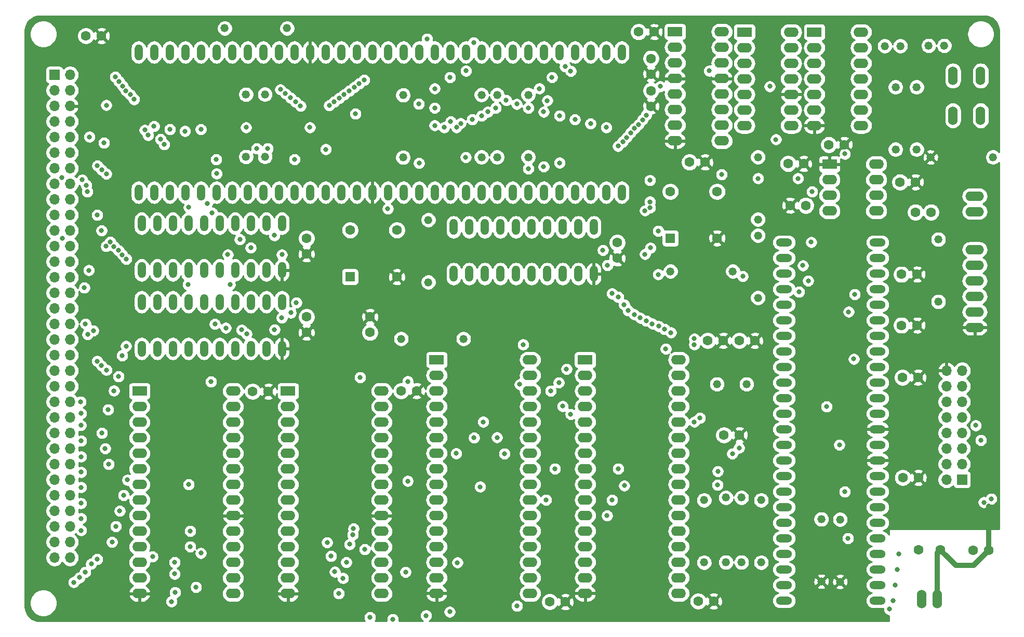
<source format=gbr>
G04 #@! TF.GenerationSoftware,KiCad,Pcbnew,(5.1.5-0-10_14)*
G04 #@! TF.CreationDate,2020-07-31T20:33:48+01:00*
G04 #@! TF.ProjectId,rosco_m68k,726f7363-6f5f-46d3-9638-6b2e6b696361,rev?*
G04 #@! TF.SameCoordinates,Original*
G04 #@! TF.FileFunction,Copper,L2,Inr*
G04 #@! TF.FilePolarity,Positive*
%FSLAX46Y46*%
G04 Gerber Fmt 4.6, Leading zero omitted, Abs format (unit mm)*
G04 Created by KiCad (PCBNEW (5.1.5-0-10_14)) date 2020-07-31 20:33:48*
%MOMM*%
%LPD*%
G04 APERTURE LIST*
%ADD10O,2.400000X1.600000*%
%ADD11R,2.400000X1.600000*%
%ADD12C,1.600200*%
%ADD13C,1.320800*%
%ADD14O,1.320800X2.641600*%
%ADD15O,1.700000X1.700000*%
%ADD16R,1.700000X1.700000*%
%ADD17C,1.600000*%
%ADD18R,1.600000X1.600000*%
%ADD19O,2.641600X1.320800*%
%ADD20O,3.048000X1.524000*%
%ADD21O,1.524000X3.048000*%
%ADD22C,0.800000*%
%ADD23C,0.850000*%
%ADD24C,0.254000*%
G04 APERTURE END LIST*
D10*
X182070000Y-58324800D03*
X174450000Y-76104800D03*
X182070000Y-60864800D03*
X174450000Y-73564800D03*
X182070000Y-63404800D03*
X174450000Y-71024800D03*
X182070000Y-65944800D03*
X174450000Y-68484800D03*
X182070000Y-68484800D03*
X174450000Y-65944800D03*
X182070000Y-71024800D03*
X174450000Y-63404800D03*
X182070000Y-73564800D03*
X174450000Y-60864800D03*
X182070000Y-76104800D03*
D11*
X174450000Y-58324800D03*
X185775000Y-58374800D03*
D10*
X193395000Y-73614800D03*
X185775000Y-60914800D03*
X193395000Y-71074800D03*
X185775000Y-63454800D03*
X193395000Y-68534800D03*
X185775000Y-65994800D03*
X193395000Y-65994800D03*
X185775000Y-68534800D03*
X193395000Y-63454800D03*
X185775000Y-71074800D03*
X193395000Y-60914800D03*
X185775000Y-73614800D03*
X193395000Y-58374800D03*
D11*
X197150000Y-58374800D03*
D10*
X204770000Y-73614800D03*
X197150000Y-60914800D03*
X204770000Y-71074800D03*
X197150000Y-63454800D03*
X204770000Y-68534800D03*
X197150000Y-65994800D03*
X204770000Y-65994800D03*
X197150000Y-68534800D03*
X204770000Y-63454800D03*
X197150000Y-71074800D03*
X204770000Y-60914800D03*
X197150000Y-73614800D03*
X204770000Y-58374800D03*
D12*
X195420000Y-79850000D03*
X192880000Y-79850000D03*
D13*
X101070000Y-57750000D03*
X111230000Y-57750000D03*
D10*
X102440000Y-116923600D03*
X87200000Y-149943600D03*
X102440000Y-119463600D03*
X87200000Y-147403600D03*
X102440000Y-122003600D03*
X87200000Y-144863600D03*
X102440000Y-124543600D03*
X87200000Y-142323600D03*
X102440000Y-127083600D03*
X87200000Y-139783600D03*
X102440000Y-129623600D03*
X87200000Y-137243600D03*
X102440000Y-132163600D03*
X87200000Y-134703600D03*
X102440000Y-134703600D03*
X87200000Y-132163600D03*
X102440000Y-137243600D03*
X87200000Y-129623600D03*
X102440000Y-139783600D03*
X87200000Y-127083600D03*
X102440000Y-142323600D03*
X87200000Y-124543600D03*
X102440000Y-144863600D03*
X87200000Y-122003600D03*
X102440000Y-147403600D03*
X87200000Y-119463600D03*
X102440000Y-149943600D03*
D11*
X87200000Y-116923600D03*
D14*
X138370000Y-90190000D03*
X140910000Y-90190000D03*
X143450000Y-90190000D03*
X145990000Y-90190000D03*
X148530000Y-90190000D03*
X151070000Y-90190000D03*
X153610000Y-90190000D03*
X156150000Y-90190000D03*
X158690000Y-90190000D03*
X161230000Y-90190000D03*
X161230000Y-97810000D03*
X158690000Y-97810000D03*
X156150000Y-97810000D03*
X153610000Y-97810000D03*
X151070000Y-97810000D03*
X148530000Y-97810000D03*
X145990000Y-97810000D03*
X143450000Y-97810000D03*
X140910000Y-97810000D03*
X138370000Y-97810000D03*
D15*
X75865000Y-144090000D03*
X73325000Y-144090000D03*
X75865000Y-141550000D03*
X73325000Y-141550000D03*
X75865000Y-139010000D03*
X73325000Y-139010000D03*
X75865000Y-136470000D03*
X73325000Y-136470000D03*
X75865000Y-133930000D03*
X73325000Y-133930000D03*
X75865000Y-131390000D03*
X73325000Y-131390000D03*
X75865000Y-128850000D03*
X73325000Y-128850000D03*
X75865000Y-126310000D03*
X73325000Y-126310000D03*
X75865000Y-123770000D03*
X73325000Y-123770000D03*
X75865000Y-121230000D03*
X73325000Y-121230000D03*
X75865000Y-118690000D03*
X73325000Y-118690000D03*
X75865000Y-116150000D03*
X73325000Y-116150000D03*
X75865000Y-113610000D03*
X73325000Y-113610000D03*
X75865000Y-111070000D03*
X73325000Y-111070000D03*
X75865000Y-108530000D03*
X73325000Y-108530000D03*
X75865000Y-105990000D03*
X73325000Y-105990000D03*
X75865000Y-103450000D03*
X73325000Y-103450000D03*
X75865000Y-100910000D03*
X73325000Y-100910000D03*
X75865000Y-98370000D03*
X73325000Y-98370000D03*
X75865000Y-95830000D03*
X73325000Y-95830000D03*
X75865000Y-93290000D03*
X73325000Y-93290000D03*
X75865000Y-90750000D03*
X73325000Y-90750000D03*
X75865000Y-88210000D03*
X73325000Y-88210000D03*
X75865000Y-85670000D03*
X73325000Y-85670000D03*
X75865000Y-83130000D03*
X73325000Y-83130000D03*
X75865000Y-80590000D03*
X73325000Y-80590000D03*
X75865000Y-78050000D03*
X73325000Y-78050000D03*
X75865000Y-75510000D03*
X73325000Y-75510000D03*
X75865000Y-72970000D03*
X73325000Y-72970000D03*
X75865000Y-70430000D03*
X73325000Y-70430000D03*
X75865000Y-67890000D03*
X73325000Y-67890000D03*
X75865000Y-65350000D03*
D16*
X73325000Y-65350000D03*
D14*
X163230000Y-61670000D03*
X160690000Y-61670000D03*
X158150000Y-61670000D03*
X155610000Y-61670000D03*
X153070000Y-61670000D03*
X150530000Y-61670000D03*
X147990000Y-61670000D03*
X145450000Y-61670000D03*
X142910000Y-61670000D03*
X140370000Y-61670000D03*
X137830000Y-61670000D03*
X135290000Y-61670000D03*
X163230000Y-84530000D03*
X160690000Y-84530000D03*
X158150000Y-84530000D03*
X155610000Y-84530000D03*
X153070000Y-84530000D03*
X150530000Y-84530000D03*
X147990000Y-84530000D03*
X145450000Y-84530000D03*
X142910000Y-84530000D03*
X140370000Y-84530000D03*
X137830000Y-84530000D03*
X135290000Y-84530000D03*
X87030000Y-61670000D03*
X89570000Y-61670000D03*
X92110000Y-61670000D03*
X94650000Y-61670000D03*
X97190000Y-61670000D03*
X99730000Y-61670000D03*
X102270000Y-61670000D03*
X104810000Y-61670000D03*
X107350000Y-61670000D03*
X109890000Y-61670000D03*
X112430000Y-61670000D03*
X114970000Y-61670000D03*
X117510000Y-61670000D03*
X120050000Y-61670000D03*
X122590000Y-61670000D03*
X125130000Y-61670000D03*
X127670000Y-61670000D03*
X130210000Y-61670000D03*
X132750000Y-61670000D03*
X165770000Y-61670000D03*
X165770000Y-84530000D03*
X132750000Y-84530000D03*
X130210000Y-84530000D03*
X127670000Y-84530000D03*
X125130000Y-84530000D03*
X122590000Y-84530000D03*
X120050000Y-84530000D03*
X117510000Y-84530000D03*
X114970000Y-84530000D03*
X112430000Y-84530000D03*
X109890000Y-84530000D03*
X107350000Y-84530000D03*
X104810000Y-84530000D03*
X102270000Y-84530000D03*
X99730000Y-84530000D03*
X97190000Y-84530000D03*
X94650000Y-84530000D03*
X92110000Y-84530000D03*
X89570000Y-84530000D03*
X87030000Y-84530000D03*
D13*
X104538300Y-68548100D03*
X104538300Y-78708100D03*
X185287500Y-134300000D03*
X182747500Y-134300000D03*
D14*
X87538000Y-89590000D03*
X90078000Y-89590000D03*
X92618000Y-89590000D03*
X95158000Y-89590000D03*
X97698000Y-89590000D03*
X100238000Y-89590000D03*
X102778000Y-89590000D03*
X105318000Y-89590000D03*
X107858000Y-89590000D03*
X110398000Y-89590000D03*
X110398000Y-97210000D03*
X107858000Y-97210000D03*
X105318000Y-97210000D03*
X102778000Y-97210000D03*
X100238000Y-97210000D03*
X97698000Y-97210000D03*
X95158000Y-97210000D03*
X92618000Y-97210000D03*
X90078000Y-97210000D03*
X87538000Y-97210000D03*
D17*
X129120000Y-98300000D03*
X129120000Y-90680000D03*
X121500000Y-90680000D03*
D18*
X121500000Y-98300000D03*
D17*
X181320000Y-92000000D03*
X181320000Y-84380000D03*
X173700000Y-84380000D03*
D18*
X173700000Y-92000000D03*
D13*
X173720000Y-97400000D03*
X183880000Y-97400000D03*
D19*
X207470000Y-92690000D03*
X207470000Y-95230000D03*
X207470000Y-97770000D03*
X207470000Y-100310000D03*
X207470000Y-102850000D03*
X207470000Y-105390000D03*
X207470000Y-107930000D03*
X207470000Y-110470000D03*
X207470000Y-113010000D03*
X207470000Y-115550000D03*
X207470000Y-118090000D03*
X207470000Y-120630000D03*
X207470000Y-123170000D03*
X207470000Y-125710000D03*
X207470000Y-128250000D03*
X207470000Y-130790000D03*
X207470000Y-133330000D03*
X207470000Y-135870000D03*
X207470000Y-138410000D03*
X207470000Y-140950000D03*
X207470000Y-143490000D03*
X207470000Y-146030000D03*
X207470000Y-148570000D03*
X207470000Y-151110000D03*
X192230000Y-151110000D03*
X192230000Y-148570000D03*
X192230000Y-146030000D03*
X192230000Y-143490000D03*
X192230000Y-140950000D03*
X192230000Y-138410000D03*
X192230000Y-135870000D03*
X192230000Y-133330000D03*
X192230000Y-130790000D03*
X192230000Y-128250000D03*
X192230000Y-125710000D03*
X192230000Y-123170000D03*
X192230000Y-120630000D03*
X192230000Y-118090000D03*
X192230000Y-115550000D03*
X192230000Y-113010000D03*
X192230000Y-110470000D03*
X192230000Y-107930000D03*
X192230000Y-105390000D03*
X192230000Y-102850000D03*
X192230000Y-100310000D03*
X192230000Y-97770000D03*
X192230000Y-95230000D03*
X192230000Y-92690000D03*
D13*
X134250000Y-99180000D03*
X134250000Y-89020000D03*
D12*
X170550000Y-70470000D03*
X170550000Y-67930000D03*
D20*
X223300000Y-96400000D03*
X223300000Y-93860000D03*
X223300000Y-98940000D03*
X223300000Y-101480000D03*
X223300000Y-104020000D03*
X223300000Y-106560000D03*
D10*
X175040000Y-111823600D03*
X159800000Y-149923600D03*
X175040000Y-114363600D03*
X159800000Y-147383600D03*
X175040000Y-116903600D03*
X159800000Y-144843600D03*
X175040000Y-119443600D03*
X159800000Y-142303600D03*
X175040000Y-121983600D03*
X159800000Y-139763600D03*
X175040000Y-124523600D03*
X159800000Y-137223600D03*
X175040000Y-127063600D03*
X159800000Y-134683600D03*
X175040000Y-129603600D03*
X159800000Y-132143600D03*
X175040000Y-132143600D03*
X159800000Y-129603600D03*
X175040000Y-134683600D03*
X159800000Y-127063600D03*
X175040000Y-137223600D03*
X159800000Y-124523600D03*
X175040000Y-139763600D03*
X159800000Y-121983600D03*
X175040000Y-142303600D03*
X159800000Y-119443600D03*
X175040000Y-144843600D03*
X159800000Y-116903600D03*
X175040000Y-147383600D03*
X159800000Y-114363600D03*
X175040000Y-149923600D03*
D11*
X159800000Y-111823600D03*
D10*
X150840000Y-111823600D03*
X135600000Y-149923600D03*
X150840000Y-114363600D03*
X135600000Y-147383600D03*
X150840000Y-116903600D03*
X135600000Y-144843600D03*
X150840000Y-119443600D03*
X135600000Y-142303600D03*
X150840000Y-121983600D03*
X135600000Y-139763600D03*
X150840000Y-124523600D03*
X135600000Y-137223600D03*
X150840000Y-127063600D03*
X135600000Y-134683600D03*
X150840000Y-129603600D03*
X135600000Y-132143600D03*
X150840000Y-132143600D03*
X135600000Y-129603600D03*
X150840000Y-134683600D03*
X135600000Y-127063600D03*
X150840000Y-137223600D03*
X135600000Y-124523600D03*
X150840000Y-139763600D03*
X135600000Y-121983600D03*
X150840000Y-142303600D03*
X135600000Y-119443600D03*
X150840000Y-144843600D03*
X135600000Y-116903600D03*
X150840000Y-147383600D03*
X135600000Y-114363600D03*
X150840000Y-149923600D03*
D11*
X135600000Y-111823600D03*
D10*
X126640000Y-116923600D03*
X111400000Y-149943600D03*
X126640000Y-119463600D03*
X111400000Y-147403600D03*
X126640000Y-122003600D03*
X111400000Y-144863600D03*
X126640000Y-124543600D03*
X111400000Y-142323600D03*
X126640000Y-127083600D03*
X111400000Y-139783600D03*
X126640000Y-129623600D03*
X111400000Y-137243600D03*
X126640000Y-132163600D03*
X111400000Y-134703600D03*
X126640000Y-134703600D03*
X111400000Y-132163600D03*
X126640000Y-137243600D03*
X111400000Y-129623600D03*
X126640000Y-139783600D03*
X111400000Y-127083600D03*
X126640000Y-142323600D03*
X111400000Y-124543600D03*
X126640000Y-144863600D03*
X111400000Y-122003600D03*
X126640000Y-147403600D03*
X111400000Y-119463600D03*
X126640000Y-149943600D03*
D11*
X111400000Y-116923600D03*
D13*
X188500000Y-134720000D03*
X188500000Y-144880000D03*
X179200000Y-144880000D03*
X179200000Y-134720000D03*
X186113000Y-115800000D03*
X181287000Y-115800000D03*
X185287500Y-144850000D03*
X182747500Y-144850000D03*
D20*
X223300000Y-87670000D03*
X223300000Y-85130000D03*
D21*
X217170000Y-150900000D03*
X214630000Y-150900000D03*
D10*
X207270000Y-79925000D03*
X199650000Y-87545000D03*
X207270000Y-82465000D03*
X199650000Y-85005000D03*
X207270000Y-85005000D03*
X199650000Y-82465000D03*
X207270000Y-87545000D03*
D11*
X199650000Y-79925000D03*
D14*
X87538000Y-102390000D03*
X90078000Y-102390000D03*
X92618000Y-102390000D03*
X95158000Y-102390000D03*
X97698000Y-102390000D03*
X100238000Y-102390000D03*
X102778000Y-102390000D03*
X105318000Y-102390000D03*
X107858000Y-102390000D03*
X110398000Y-102390000D03*
X110398000Y-110010000D03*
X107858000Y-110010000D03*
X105318000Y-110010000D03*
X102778000Y-110010000D03*
X100238000Y-110010000D03*
X97698000Y-110010000D03*
X95158000Y-110010000D03*
X92618000Y-110010000D03*
X90078000Y-110010000D03*
X87538000Y-110010000D03*
D12*
X214122000Y-142850000D03*
X217678000Y-142850000D03*
X124750000Y-104830000D03*
X124750000Y-107370000D03*
X211380000Y-106200000D03*
X213920000Y-106200000D03*
X193230000Y-86650000D03*
X195770000Y-86650000D03*
X184970000Y-124100000D03*
X182430000Y-124100000D03*
X179345000Y-79600000D03*
X176805000Y-79600000D03*
X202070000Y-76750000D03*
X199530000Y-76750000D03*
X168530000Y-58350000D03*
X171070000Y-58350000D03*
X211380000Y-97900000D03*
X213920000Y-97900000D03*
X78455000Y-59000000D03*
X80995000Y-59000000D03*
X223005000Y-142925000D03*
X225545000Y-142925000D03*
X211530000Y-114700000D03*
X214070000Y-114700000D03*
X211580000Y-131050000D03*
X214120000Y-131050000D03*
X170550000Y-65220000D03*
X170550000Y-62680000D03*
X165050000Y-95270000D03*
X165050000Y-92730000D03*
X114400000Y-107370000D03*
X114400000Y-104830000D03*
X114400000Y-94570000D03*
X114400000Y-92030000D03*
X187470000Y-108700000D03*
X184930000Y-108700000D03*
X182320000Y-108700000D03*
X179780000Y-108700000D03*
D15*
X218710000Y-113590000D03*
X221250000Y-113590000D03*
X218710000Y-116130000D03*
X221250000Y-116130000D03*
X218710000Y-118670000D03*
X221250000Y-118670000D03*
X218710000Y-121210000D03*
X221250000Y-121210000D03*
X218710000Y-123750000D03*
X221250000Y-123750000D03*
X218710000Y-126290000D03*
X221250000Y-126290000D03*
X218710000Y-128830000D03*
X221250000Y-128830000D03*
X218710000Y-131370000D03*
D16*
X221250000Y-131370000D03*
D12*
X211130000Y-82850000D03*
X213670000Y-82850000D03*
D13*
X129820000Y-108400000D03*
X139980000Y-108400000D03*
X201350000Y-148030000D03*
X201350000Y-137870000D03*
X198300000Y-147980000D03*
X198300000Y-137820000D03*
D21*
X224260600Y-65498800D03*
X219739400Y-65498800D03*
X224260600Y-72001200D03*
X219739400Y-72001200D03*
D13*
X213830000Y-77520000D03*
X213830000Y-67360000D03*
D12*
X213630000Y-87750000D03*
X216170000Y-87750000D03*
X108170000Y-117000000D03*
X105630000Y-117000000D03*
X132370000Y-116900000D03*
X129830000Y-116900000D03*
X156570000Y-151300000D03*
X154030000Y-151300000D03*
X180770000Y-151200000D03*
X178230000Y-151200000D03*
D13*
X218320000Y-60600000D03*
X215780000Y-60600000D03*
X208630000Y-60650000D03*
X211170000Y-60650000D03*
X130141500Y-68662400D03*
X130141500Y-78822400D03*
X217363800Y-102346800D03*
X217363800Y-92186800D03*
X226276000Y-78790000D03*
X216116000Y-78790000D03*
X210400000Y-77520000D03*
X210400000Y-67360000D03*
X187970100Y-101713600D03*
X187970100Y-91553600D03*
X187970100Y-88930000D03*
X187970100Y-78770000D03*
X142915100Y-68623600D03*
X142915100Y-78783600D03*
X145455100Y-68623600D03*
X145455100Y-78783600D03*
X150535100Y-68623600D03*
X150535100Y-78783600D03*
X107625000Y-68545000D03*
X107625000Y-78705000D03*
D22*
X202121400Y-133350000D03*
X202150000Y-78250000D03*
X78675000Y-84400000D03*
X78500000Y-83350000D03*
X77850000Y-82475000D03*
X111850000Y-104150000D03*
X108083012Y-77358012D03*
X114950000Y-73937730D03*
X104550000Y-73937730D03*
X117550000Y-77500000D03*
X188000000Y-82250000D03*
X194500000Y-82250000D03*
X170372569Y-86060329D03*
X170375000Y-82557201D03*
X74600000Y-92025000D03*
X172050000Y-67250000D03*
X189900000Y-67250000D03*
X140350000Y-78800000D03*
X141650000Y-60078600D03*
X122375000Y-71702465D03*
X105325000Y-93550000D03*
X78198746Y-100072032D03*
X99700000Y-79157460D03*
X99750000Y-81475000D03*
X99025000Y-87875000D03*
X182050000Y-81621400D03*
X180050000Y-64700000D03*
X112450000Y-79147350D03*
X150550000Y-80671400D03*
X81775000Y-81500000D03*
X81800000Y-113500000D03*
X81754073Y-93297201D03*
X153050000Y-80328600D03*
X81025000Y-80850000D03*
X81000172Y-112795995D03*
X81000000Y-90750000D03*
X155650000Y-79700000D03*
X80325000Y-80175000D03*
X80300000Y-112050000D03*
X80292086Y-88207914D03*
X95200000Y-132150000D03*
X101250000Y-106628600D03*
X142700000Y-132543610D03*
X184900000Y-126200000D03*
X123150000Y-114700000D03*
X103850000Y-106950000D03*
X183800000Y-127150000D03*
X149158600Y-115850000D03*
X104638228Y-107604270D03*
X181432123Y-130017877D03*
X172950000Y-110050000D03*
X181400000Y-132250000D03*
X99478600Y-106000000D03*
X149700000Y-109350000D03*
X177600000Y-109350000D03*
X177600000Y-121950000D03*
X98200000Y-86350000D03*
X178525813Y-121321400D03*
X177600000Y-108397597D03*
X109200000Y-106900000D03*
X109175000Y-91550000D03*
X95225000Y-86978600D03*
X202750000Y-104000000D03*
X202650000Y-140950000D03*
X127650000Y-87200000D03*
X170380563Y-87012697D03*
X170450000Y-93571401D03*
X190900000Y-75900000D03*
X199150000Y-119450000D03*
X196650000Y-92650000D03*
X106300000Y-77375000D03*
X95125000Y-99571400D03*
X110400000Y-94675000D03*
X171725000Y-97911780D03*
X171725000Y-90825000D03*
X101928600Y-99571400D03*
X101575000Y-94675000D03*
X103550000Y-92200000D03*
X185497138Y-98216590D03*
X203750000Y-101150000D03*
X112750000Y-102500000D03*
X98850000Y-115400000D03*
X130900000Y-115350000D03*
X130900000Y-131600000D03*
X137900000Y-72975000D03*
X135300000Y-73603600D03*
X79034886Y-75475000D03*
X134050000Y-59500000D03*
X132750000Y-79756970D03*
X74575000Y-82150000D03*
X203600000Y-111700000D03*
X78375000Y-105975000D03*
X210943030Y-143500000D03*
X210638220Y-146000000D03*
X210333410Y-148550000D03*
X210028600Y-151100000D03*
X209400000Y-152500000D03*
X224779111Y-135078600D03*
X226000000Y-134500000D03*
X224293030Y-124950000D03*
X223464488Y-122535512D03*
X138800000Y-127100000D03*
X138850000Y-73937730D03*
X163250000Y-73937730D03*
X77675000Y-127625000D03*
X141700000Y-124550000D03*
X139531763Y-73272697D03*
X160700000Y-73309130D03*
X77675000Y-125050000D03*
X143200000Y-121950000D03*
X158150000Y-72644097D03*
X141400000Y-72644097D03*
X77625000Y-122500000D03*
X145450000Y-124500000D03*
X142950000Y-72015497D03*
X155650000Y-72015497D03*
X146650000Y-127150000D03*
X143950000Y-71386897D03*
X153050000Y-71386897D03*
X153433600Y-134683600D03*
X145250000Y-70758297D03*
X150550000Y-70758297D03*
X154900000Y-129600000D03*
X156150000Y-119400000D03*
X153650000Y-69550000D03*
X146950000Y-69500000D03*
X77600000Y-118675000D03*
X157450000Y-120700000D03*
X156550000Y-64000000D03*
X140400000Y-64700000D03*
X157450000Y-64750000D03*
X77675000Y-120578600D03*
X156785801Y-113334990D03*
X137800000Y-65750000D03*
X154400000Y-65750000D03*
X136825000Y-73937730D03*
X81400000Y-76450000D03*
X164200000Y-101028600D03*
X164200000Y-134700000D03*
X77650000Y-135225000D03*
X163450000Y-96400000D03*
X163383410Y-137250000D03*
X77675000Y-137700000D03*
X121960434Y-140361580D03*
X162700000Y-93950000D03*
X77675000Y-139646400D03*
X130550000Y-146450000D03*
X92911780Y-144850000D03*
X168800000Y-105000000D03*
X139000000Y-144900000D03*
X83967800Y-136475000D03*
X88600000Y-75200000D03*
X166600000Y-75550000D03*
X95461780Y-142300000D03*
X90621400Y-75848146D03*
X167804344Y-104428600D03*
X84596400Y-133925000D03*
X165950000Y-76250000D03*
X95461780Y-139750000D03*
X91200000Y-76700000D03*
X166800001Y-103800000D03*
X85225000Y-131425000D03*
X165178600Y-76971400D03*
X118100000Y-70349999D03*
X117764200Y-141618780D03*
X82175000Y-128850000D03*
X118392800Y-143850000D03*
X118914285Y-69757142D03*
X81600000Y-126300000D03*
X119021400Y-146400000D03*
X119728570Y-69164285D03*
X81075000Y-123775000D03*
X119650000Y-149950000D03*
X120542855Y-68571428D03*
X128450000Y-154147840D03*
X76471655Y-148108992D03*
X120350000Y-147450000D03*
X121357140Y-67978571D03*
X124750000Y-153843030D03*
X77423472Y-147337994D03*
X120900000Y-144850000D03*
X122171425Y-67385714D03*
X78350000Y-146444600D03*
X122985710Y-66792857D03*
X121423791Y-141923590D03*
X79323205Y-145120998D03*
X123800000Y-66200000D03*
X122069488Y-139363590D03*
X80275000Y-144350000D03*
X110150000Y-67750000D03*
X82413940Y-92610438D03*
X83250000Y-65700000D03*
X82075000Y-119950000D03*
X110970732Y-68423816D03*
X83042540Y-93343164D03*
X83846134Y-66445315D03*
X83025000Y-116875000D03*
X111791464Y-69097632D03*
X83744744Y-93986576D03*
X84452299Y-67179912D03*
X83775000Y-114550000D03*
X112612196Y-69771448D03*
X84392589Y-94684692D03*
X84988166Y-67967259D03*
X84371399Y-111146399D03*
X113432930Y-70445264D03*
X85021400Y-95400000D03*
X85700000Y-68600000D03*
X85000000Y-109600000D03*
X154200000Y-116900000D03*
X148671400Y-70129697D03*
X132700000Y-70100000D03*
X86300000Y-69350000D03*
X78925000Y-97225000D03*
X78738625Y-107703600D03*
X165200000Y-101600000D03*
X165200000Y-129600000D03*
X194671400Y-100750000D03*
X77675000Y-130150000D03*
X166171401Y-102850000D03*
X166200000Y-132350000D03*
X77675000Y-132625000D03*
X123900000Y-142750000D03*
X97200000Y-143350000D03*
X97200000Y-74242540D03*
X173800000Y-107400000D03*
X169750000Y-71950000D03*
X96400000Y-148900000D03*
X94600000Y-74547350D03*
X172750000Y-106850000D03*
X137750000Y-152928600D03*
X169150000Y-72700000D03*
X92399400Y-151250600D03*
X92143492Y-74256508D03*
X171800000Y-106350000D03*
X133900000Y-153538220D03*
X89325000Y-143925000D03*
X168550000Y-73450000D03*
X93005512Y-149755512D03*
X89550000Y-73732838D03*
X170750000Y-105950000D03*
X82710599Y-141550000D03*
X167850000Y-74100000D03*
X92911780Y-146750000D03*
X88052390Y-74361438D03*
X169800000Y-105500000D03*
X148713512Y-151976210D03*
X83339199Y-139000000D03*
X167209713Y-74818344D03*
X196800000Y-84400000D03*
X201250000Y-125700000D03*
X196171400Y-98950000D03*
X195300000Y-96450000D03*
X169562269Y-87500000D03*
X169562269Y-94600000D03*
X155528600Y-115550000D03*
X135300000Y-67600000D03*
X152350000Y-67600000D03*
X135300000Y-70758297D03*
X81785340Y-70300000D03*
X79663486Y-107075000D03*
X110375000Y-104975000D03*
D23*
X217170000Y-143358000D02*
X217678000Y-142850000D01*
X217170000Y-150900000D02*
X217170000Y-143358000D01*
X218478099Y-143650099D02*
X218525099Y-143650099D01*
X217678000Y-142850000D02*
X218478099Y-143650099D01*
X218525099Y-143650099D02*
X220225000Y-145350000D01*
X223120000Y-145350000D02*
X225545000Y-142925000D01*
X220225000Y-145350000D02*
X223120000Y-145350000D01*
X225545000Y-142925000D02*
X225545000Y-135688913D01*
D24*
G36*
X225353893Y-55807670D02*
G01*
X225790498Y-55939489D01*
X226193185Y-56153600D01*
X226546612Y-56441848D01*
X226837327Y-56793261D01*
X227054242Y-57194439D01*
X227189106Y-57630113D01*
X227240000Y-58114344D01*
X227240000Y-77922028D01*
X227101769Y-77783797D01*
X226889602Y-77642031D01*
X226653854Y-77544381D01*
X226403586Y-77494600D01*
X226148414Y-77494600D01*
X225898146Y-77544381D01*
X225662398Y-77642031D01*
X225450231Y-77783797D01*
X225269797Y-77964231D01*
X225128031Y-78176398D01*
X225030381Y-78412146D01*
X224980600Y-78662414D01*
X224980600Y-78917586D01*
X225030381Y-79167854D01*
X225128031Y-79403602D01*
X225269797Y-79615769D01*
X225450231Y-79796203D01*
X225662398Y-79937969D01*
X225898146Y-80035619D01*
X226148414Y-80085400D01*
X226403586Y-80085400D01*
X226653854Y-80035619D01*
X226889602Y-79937969D01*
X227101769Y-79796203D01*
X227240000Y-79657972D01*
X227240001Y-139423000D01*
X209412500Y-139423000D01*
X209387229Y-139425540D01*
X209363434Y-139432861D01*
X209341524Y-139444684D01*
X209322342Y-139460555D01*
X209306624Y-139479862D01*
X209294975Y-139501865D01*
X209287843Y-139525718D01*
X209285501Y-139550504D01*
X209288749Y-140369118D01*
X209212697Y-140226833D01*
X209050818Y-140029582D01*
X208853567Y-139867703D01*
X208628526Y-139747417D01*
X208406285Y-139680000D01*
X208628526Y-139612583D01*
X208853567Y-139492297D01*
X209050818Y-139330418D01*
X209212697Y-139133167D01*
X209332983Y-138908126D01*
X209407056Y-138663943D01*
X209432067Y-138410000D01*
X209407056Y-138156057D01*
X209332983Y-137911874D01*
X209212697Y-137686833D01*
X209050818Y-137489582D01*
X208853567Y-137327703D01*
X208628526Y-137207417D01*
X208406285Y-137140000D01*
X208628526Y-137072583D01*
X208853567Y-136952297D01*
X209050818Y-136790418D01*
X209212697Y-136593167D01*
X209332983Y-136368126D01*
X209407056Y-136123943D01*
X209432067Y-135870000D01*
X209407056Y-135616057D01*
X209332983Y-135371874D01*
X209212697Y-135146833D01*
X209073042Y-134976661D01*
X223744111Y-134976661D01*
X223744111Y-135180539D01*
X223783885Y-135380498D01*
X223861906Y-135568856D01*
X223975174Y-135738374D01*
X224119337Y-135882537D01*
X224288855Y-135995805D01*
X224477213Y-136073826D01*
X224677172Y-136113600D01*
X224881050Y-136113600D01*
X225081009Y-136073826D01*
X225269367Y-135995805D01*
X225438885Y-135882537D01*
X225583048Y-135738374D01*
X225696316Y-135568856D01*
X225724629Y-135500503D01*
X225898061Y-135535000D01*
X226101939Y-135535000D01*
X226301898Y-135495226D01*
X226490256Y-135417205D01*
X226659774Y-135303937D01*
X226803937Y-135159774D01*
X226917205Y-134990256D01*
X226995226Y-134801898D01*
X227035000Y-134601939D01*
X227035000Y-134398061D01*
X226995226Y-134198102D01*
X226917205Y-134009744D01*
X226803937Y-133840226D01*
X226659774Y-133696063D01*
X226490256Y-133582795D01*
X226301898Y-133504774D01*
X226101939Y-133465000D01*
X225898061Y-133465000D01*
X225698102Y-133504774D01*
X225509744Y-133582795D01*
X225340226Y-133696063D01*
X225196063Y-133840226D01*
X225082795Y-134009744D01*
X225054482Y-134078097D01*
X224881050Y-134043600D01*
X224677172Y-134043600D01*
X224477213Y-134083374D01*
X224288855Y-134161395D01*
X224119337Y-134274663D01*
X223975174Y-134418826D01*
X223861906Y-134588344D01*
X223783885Y-134776702D01*
X223744111Y-134976661D01*
X209073042Y-134976661D01*
X209050818Y-134949582D01*
X208853567Y-134787703D01*
X208628526Y-134667417D01*
X208406285Y-134600000D01*
X208628526Y-134532583D01*
X208853567Y-134412297D01*
X209050818Y-134250418D01*
X209212697Y-134053167D01*
X209332983Y-133828126D01*
X209407056Y-133583943D01*
X209432067Y-133330000D01*
X209407056Y-133076057D01*
X209332983Y-132831874D01*
X209212697Y-132606833D01*
X209050818Y-132409582D01*
X208853567Y-132247703D01*
X208628526Y-132127417D01*
X208406285Y-132060000D01*
X208628526Y-131992583D01*
X208853567Y-131872297D01*
X209050818Y-131710418D01*
X209212697Y-131513167D01*
X209332983Y-131288126D01*
X209407056Y-131043943D01*
X209420380Y-130908655D01*
X210144900Y-130908655D01*
X210144900Y-131191345D01*
X210200050Y-131468603D01*
X210308231Y-131729775D01*
X210465285Y-131964823D01*
X210665177Y-132164715D01*
X210900225Y-132321769D01*
X211161397Y-132429950D01*
X211438655Y-132485100D01*
X211721345Y-132485100D01*
X211998603Y-132429950D01*
X212259775Y-132321769D01*
X212494823Y-132164715D01*
X212616764Y-132042774D01*
X213306831Y-132042774D01*
X213378426Y-132286754D01*
X213633954Y-132407664D01*
X213908161Y-132476400D01*
X214190508Y-132490320D01*
X214470147Y-132448889D01*
X214736328Y-132353700D01*
X214861574Y-132286754D01*
X214933169Y-132042774D01*
X214120000Y-131229605D01*
X213306831Y-132042774D01*
X212616764Y-132042774D01*
X212694715Y-131964823D01*
X212850905Y-131731068D01*
X212883246Y-131791574D01*
X213127226Y-131863169D01*
X213940395Y-131050000D01*
X214299605Y-131050000D01*
X215112774Y-131863169D01*
X215356754Y-131791574D01*
X215477664Y-131536046D01*
X215546400Y-131261839D01*
X215560320Y-130979492D01*
X215518889Y-130699853D01*
X215423700Y-130433672D01*
X215356754Y-130308426D01*
X215112774Y-130236831D01*
X214299605Y-131050000D01*
X213940395Y-131050000D01*
X213127226Y-130236831D01*
X212883246Y-130308426D01*
X212852812Y-130372744D01*
X212851769Y-130370225D01*
X212694715Y-130135177D01*
X212616764Y-130057226D01*
X213306831Y-130057226D01*
X214120000Y-130870395D01*
X214933169Y-130057226D01*
X214861574Y-129813246D01*
X214606046Y-129692336D01*
X214331839Y-129623600D01*
X214049492Y-129609680D01*
X213769853Y-129651111D01*
X213503672Y-129746300D01*
X213378426Y-129813246D01*
X213306831Y-130057226D01*
X212616764Y-130057226D01*
X212494823Y-129935285D01*
X212259775Y-129778231D01*
X211998603Y-129670050D01*
X211721345Y-129614900D01*
X211438655Y-129614900D01*
X211161397Y-129670050D01*
X210900225Y-129778231D01*
X210665177Y-129935285D01*
X210465285Y-130135177D01*
X210308231Y-130370225D01*
X210200050Y-130631397D01*
X210144900Y-130908655D01*
X209420380Y-130908655D01*
X209432067Y-130790000D01*
X209407056Y-130536057D01*
X209332983Y-130291874D01*
X209212697Y-130066833D01*
X209050818Y-129869582D01*
X208853567Y-129707703D01*
X208628526Y-129587417D01*
X208398023Y-129517494D01*
X208507680Y-129495733D01*
X208743461Y-129398193D01*
X208955683Y-129256529D01*
X209136189Y-129076184D01*
X209278044Y-128864089D01*
X209375795Y-128628395D01*
X209383820Y-128577105D01*
X209259933Y-128377000D01*
X207597000Y-128377000D01*
X207597000Y-128397000D01*
X207343000Y-128397000D01*
X207343000Y-128377000D01*
X205680067Y-128377000D01*
X205556180Y-128577105D01*
X205564205Y-128628395D01*
X205661956Y-128864089D01*
X205803811Y-129076184D01*
X205984317Y-129256529D01*
X206196539Y-129398193D01*
X206432320Y-129495733D01*
X206541977Y-129517494D01*
X206311474Y-129587417D01*
X206086433Y-129707703D01*
X205889182Y-129869582D01*
X205727303Y-130066833D01*
X205607017Y-130291874D01*
X205532944Y-130536057D01*
X205507933Y-130790000D01*
X205532944Y-131043943D01*
X205607017Y-131288126D01*
X205727303Y-131513167D01*
X205889182Y-131710418D01*
X206086433Y-131872297D01*
X206311474Y-131992583D01*
X206533715Y-132060000D01*
X206311474Y-132127417D01*
X206086433Y-132247703D01*
X205889182Y-132409582D01*
X205727303Y-132606833D01*
X205607017Y-132831874D01*
X205532944Y-133076057D01*
X205507933Y-133330000D01*
X205532944Y-133583943D01*
X205607017Y-133828126D01*
X205727303Y-134053167D01*
X205889182Y-134250418D01*
X206086433Y-134412297D01*
X206311474Y-134532583D01*
X206533715Y-134600000D01*
X206311474Y-134667417D01*
X206086433Y-134787703D01*
X205889182Y-134949582D01*
X205727303Y-135146833D01*
X205607017Y-135371874D01*
X205532944Y-135616057D01*
X205507933Y-135870000D01*
X205532944Y-136123943D01*
X205607017Y-136368126D01*
X205727303Y-136593167D01*
X205889182Y-136790418D01*
X206086433Y-136952297D01*
X206311474Y-137072583D01*
X206533715Y-137140000D01*
X206311474Y-137207417D01*
X206086433Y-137327703D01*
X205889182Y-137489582D01*
X205727303Y-137686833D01*
X205607017Y-137911874D01*
X205532944Y-138156057D01*
X205507933Y-138410000D01*
X205532944Y-138663943D01*
X205607017Y-138908126D01*
X205727303Y-139133167D01*
X205889182Y-139330418D01*
X206086433Y-139492297D01*
X206311474Y-139612583D01*
X206533715Y-139680000D01*
X206311474Y-139747417D01*
X206086433Y-139867703D01*
X205889182Y-140029582D01*
X205727303Y-140226833D01*
X205607017Y-140451874D01*
X205532944Y-140696057D01*
X205507933Y-140950000D01*
X205532944Y-141203943D01*
X205607017Y-141448126D01*
X205727303Y-141673167D01*
X205889182Y-141870418D01*
X206086433Y-142032297D01*
X206311474Y-142152583D01*
X206533715Y-142220000D01*
X206311474Y-142287417D01*
X206086433Y-142407703D01*
X205889182Y-142569582D01*
X205727303Y-142766833D01*
X205607017Y-142991874D01*
X205532944Y-143236057D01*
X205507933Y-143490000D01*
X205532944Y-143743943D01*
X205607017Y-143988126D01*
X205727303Y-144213167D01*
X205889182Y-144410418D01*
X206086433Y-144572297D01*
X206311474Y-144692583D01*
X206533715Y-144760000D01*
X206311474Y-144827417D01*
X206086433Y-144947703D01*
X205889182Y-145109582D01*
X205727303Y-145306833D01*
X205607017Y-145531874D01*
X205532944Y-145776057D01*
X205507933Y-146030000D01*
X205532944Y-146283943D01*
X205607017Y-146528126D01*
X205727303Y-146753167D01*
X205889182Y-146950418D01*
X206086433Y-147112297D01*
X206311474Y-147232583D01*
X206533715Y-147300000D01*
X206311474Y-147367417D01*
X206086433Y-147487703D01*
X205889182Y-147649582D01*
X205727303Y-147846833D01*
X205607017Y-148071874D01*
X205532944Y-148316057D01*
X205507933Y-148570000D01*
X205532944Y-148823943D01*
X205607017Y-149068126D01*
X205727303Y-149293167D01*
X205889182Y-149490418D01*
X206086433Y-149652297D01*
X206311474Y-149772583D01*
X206533715Y-149840000D01*
X206311474Y-149907417D01*
X206086433Y-150027703D01*
X205889182Y-150189582D01*
X205727303Y-150386833D01*
X205607017Y-150611874D01*
X205532944Y-150856057D01*
X205507933Y-151110000D01*
X205532944Y-151363943D01*
X205607017Y-151608126D01*
X205727303Y-151833167D01*
X205889182Y-152030418D01*
X206086433Y-152192297D01*
X206311474Y-152312583D01*
X206555657Y-152386656D01*
X206745970Y-152405400D01*
X208194030Y-152405400D01*
X208366927Y-152388371D01*
X208365000Y-152398061D01*
X208365000Y-152601939D01*
X208404774Y-152801898D01*
X208482795Y-152990256D01*
X208596063Y-153159774D01*
X208740226Y-153303937D01*
X208909744Y-153417205D01*
X209098102Y-153495226D01*
X209298061Y-153535000D01*
X209340995Y-153535000D01*
X209344586Y-154440000D01*
X134413341Y-154440000D01*
X134559774Y-154342157D01*
X134703937Y-154197994D01*
X134817205Y-154028476D01*
X134895226Y-153840118D01*
X134935000Y-153640159D01*
X134935000Y-153436281D01*
X134895226Y-153236322D01*
X134817205Y-153047964D01*
X134703937Y-152878446D01*
X134652152Y-152826661D01*
X136715000Y-152826661D01*
X136715000Y-153030539D01*
X136754774Y-153230498D01*
X136832795Y-153418856D01*
X136946063Y-153588374D01*
X137090226Y-153732537D01*
X137259744Y-153845805D01*
X137448102Y-153923826D01*
X137648061Y-153963600D01*
X137851939Y-153963600D01*
X138051898Y-153923826D01*
X138240256Y-153845805D01*
X138409774Y-153732537D01*
X138553937Y-153588374D01*
X138667205Y-153418856D01*
X138745226Y-153230498D01*
X138785000Y-153030539D01*
X138785000Y-152826661D01*
X138745226Y-152626702D01*
X138667205Y-152438344D01*
X138553937Y-152268826D01*
X138409774Y-152124663D01*
X138240256Y-152011395D01*
X138051898Y-151933374D01*
X137851939Y-151893600D01*
X137648061Y-151893600D01*
X137448102Y-151933374D01*
X137259744Y-152011395D01*
X137090226Y-152124663D01*
X136946063Y-152268826D01*
X136832795Y-152438344D01*
X136754774Y-152626702D01*
X136715000Y-152826661D01*
X134652152Y-152826661D01*
X134559774Y-152734283D01*
X134390256Y-152621015D01*
X134201898Y-152542994D01*
X134001939Y-152503220D01*
X133798061Y-152503220D01*
X133598102Y-152542994D01*
X133409744Y-152621015D01*
X133240226Y-152734283D01*
X133096063Y-152878446D01*
X132982795Y-153047964D01*
X132904774Y-153236322D01*
X132865000Y-153436281D01*
X132865000Y-153640159D01*
X132904774Y-153840118D01*
X132982795Y-154028476D01*
X133096063Y-154197994D01*
X133240226Y-154342157D01*
X133386659Y-154440000D01*
X129447163Y-154440000D01*
X129485000Y-154249779D01*
X129485000Y-154045901D01*
X129445226Y-153845942D01*
X129367205Y-153657584D01*
X129253937Y-153488066D01*
X129109774Y-153343903D01*
X128940256Y-153230635D01*
X128751898Y-153152614D01*
X128551939Y-153112840D01*
X128348061Y-153112840D01*
X128148102Y-153152614D01*
X127959744Y-153230635D01*
X127790226Y-153343903D01*
X127646063Y-153488066D01*
X127532795Y-153657584D01*
X127454774Y-153845942D01*
X127415000Y-154045901D01*
X127415000Y-154249779D01*
X127452837Y-154440000D01*
X125595901Y-154440000D01*
X125667205Y-154333286D01*
X125745226Y-154144928D01*
X125785000Y-153944969D01*
X125785000Y-153741091D01*
X125745226Y-153541132D01*
X125667205Y-153352774D01*
X125553937Y-153183256D01*
X125409774Y-153039093D01*
X125240256Y-152925825D01*
X125051898Y-152847804D01*
X124851939Y-152808030D01*
X124648061Y-152808030D01*
X124448102Y-152847804D01*
X124259744Y-152925825D01*
X124090226Y-153039093D01*
X123946063Y-153183256D01*
X123832795Y-153352774D01*
X123754774Y-153541132D01*
X123715000Y-153741091D01*
X123715000Y-153944969D01*
X123754774Y-154144928D01*
X123832795Y-154333286D01*
X123904099Y-154440000D01*
X70932279Y-154440000D01*
X70446106Y-154392330D01*
X70009503Y-154260512D01*
X69606814Y-154046399D01*
X69253387Y-153758150D01*
X68962673Y-153406739D01*
X68745760Y-153005564D01*
X68610894Y-152569886D01*
X68560000Y-152085664D01*
X68560000Y-151279872D01*
X69265000Y-151279872D01*
X69265000Y-151720128D01*
X69350890Y-152151925D01*
X69519369Y-152558669D01*
X69763962Y-152924729D01*
X70075271Y-153236038D01*
X70441331Y-153480631D01*
X70848075Y-153649110D01*
X71279872Y-153735000D01*
X71720128Y-153735000D01*
X72151925Y-153649110D01*
X72558669Y-153480631D01*
X72924729Y-153236038D01*
X73236038Y-152924729D01*
X73480631Y-152558669D01*
X73649110Y-152151925D01*
X73735000Y-151720128D01*
X73735000Y-151279872D01*
X73649110Y-150848075D01*
X73480631Y-150441331D01*
X73381279Y-150292639D01*
X85408096Y-150292639D01*
X85425633Y-150375418D01*
X85536285Y-150635246D01*
X85695500Y-150868495D01*
X85897161Y-151066201D01*
X86133517Y-151220766D01*
X86395486Y-151326250D01*
X86673000Y-151378600D01*
X87073000Y-151378600D01*
X87073000Y-150070600D01*
X87327000Y-150070600D01*
X87327000Y-151378600D01*
X87727000Y-151378600D01*
X88004514Y-151326250D01*
X88266483Y-151220766D01*
X88376743Y-151148661D01*
X91364400Y-151148661D01*
X91364400Y-151352539D01*
X91404174Y-151552498D01*
X91482195Y-151740856D01*
X91595463Y-151910374D01*
X91739626Y-152054537D01*
X91909144Y-152167805D01*
X92097502Y-152245826D01*
X92297461Y-152285600D01*
X92501339Y-152285600D01*
X92701298Y-152245826D01*
X92889656Y-152167805D01*
X93059174Y-152054537D01*
X93203337Y-151910374D01*
X93227460Y-151874271D01*
X147678512Y-151874271D01*
X147678512Y-152078149D01*
X147718286Y-152278108D01*
X147796307Y-152466466D01*
X147909575Y-152635984D01*
X148053738Y-152780147D01*
X148223256Y-152893415D01*
X148411614Y-152971436D01*
X148611573Y-153011210D01*
X148815451Y-153011210D01*
X149015410Y-152971436D01*
X149203768Y-152893415D01*
X149373286Y-152780147D01*
X149517449Y-152635984D01*
X149630717Y-152466466D01*
X149708738Y-152278108D01*
X149748512Y-152078149D01*
X149748512Y-151874271D01*
X149708738Y-151674312D01*
X149630717Y-151485954D01*
X149517449Y-151316436D01*
X149373286Y-151172273D01*
X149203768Y-151059005D01*
X149015410Y-150980984D01*
X148815451Y-150941210D01*
X148611573Y-150941210D01*
X148411614Y-150980984D01*
X148223256Y-151059005D01*
X148053738Y-151172273D01*
X147909575Y-151316436D01*
X147796307Y-151485954D01*
X147718286Y-151674312D01*
X147678512Y-151874271D01*
X93227460Y-151874271D01*
X93316605Y-151740856D01*
X93394626Y-151552498D01*
X93434400Y-151352539D01*
X93434400Y-151148661D01*
X93394626Y-150948702D01*
X93316605Y-150760344D01*
X93309585Y-150749837D01*
X93495768Y-150672717D01*
X93665286Y-150559449D01*
X93809449Y-150415286D01*
X93922717Y-150245768D01*
X94000738Y-150057410D01*
X94040512Y-149857451D01*
X94040512Y-149653573D01*
X94000738Y-149453614D01*
X93922717Y-149265256D01*
X93809449Y-149095738D01*
X93665286Y-148951575D01*
X93495768Y-148838307D01*
X93398607Y-148798061D01*
X95365000Y-148798061D01*
X95365000Y-149001939D01*
X95404774Y-149201898D01*
X95482795Y-149390256D01*
X95596063Y-149559774D01*
X95740226Y-149703937D01*
X95909744Y-149817205D01*
X96098102Y-149895226D01*
X96298061Y-149935000D01*
X96501939Y-149935000D01*
X96701898Y-149895226D01*
X96890256Y-149817205D01*
X97059774Y-149703937D01*
X97203937Y-149559774D01*
X97317205Y-149390256D01*
X97395226Y-149201898D01*
X97435000Y-149001939D01*
X97435000Y-148798061D01*
X97395226Y-148598102D01*
X97317205Y-148409744D01*
X97203937Y-148240226D01*
X97059774Y-148096063D01*
X96890256Y-147982795D01*
X96701898Y-147904774D01*
X96501939Y-147865000D01*
X96298061Y-147865000D01*
X96098102Y-147904774D01*
X95909744Y-147982795D01*
X95740226Y-148096063D01*
X95596063Y-148240226D01*
X95482795Y-148409744D01*
X95404774Y-148598102D01*
X95365000Y-148798061D01*
X93398607Y-148798061D01*
X93307410Y-148760286D01*
X93107451Y-148720512D01*
X92903573Y-148720512D01*
X92703614Y-148760286D01*
X92515256Y-148838307D01*
X92345738Y-148951575D01*
X92201575Y-149095738D01*
X92088307Y-149265256D01*
X92010286Y-149453614D01*
X91970512Y-149653573D01*
X91970512Y-149857451D01*
X92010286Y-150057410D01*
X92088307Y-150245768D01*
X92095327Y-150256275D01*
X91909144Y-150333395D01*
X91739626Y-150446663D01*
X91595463Y-150590826D01*
X91482195Y-150760344D01*
X91404174Y-150948702D01*
X91364400Y-151148661D01*
X88376743Y-151148661D01*
X88502839Y-151066201D01*
X88704500Y-150868495D01*
X88863715Y-150635246D01*
X88974367Y-150375418D01*
X88991904Y-150292639D01*
X88869915Y-150070600D01*
X87327000Y-150070600D01*
X87073000Y-150070600D01*
X85530085Y-150070600D01*
X85408096Y-150292639D01*
X73381279Y-150292639D01*
X73236038Y-150075271D01*
X72924729Y-149763962D01*
X72558669Y-149519369D01*
X72151925Y-149350890D01*
X71720128Y-149265000D01*
X71279872Y-149265000D01*
X70848075Y-149350890D01*
X70441331Y-149519369D01*
X70075271Y-149763962D01*
X69763962Y-150075271D01*
X69519369Y-150441331D01*
X69350890Y-150848075D01*
X69265000Y-151279872D01*
X68560000Y-151279872D01*
X68560000Y-148007053D01*
X75436655Y-148007053D01*
X75436655Y-148210931D01*
X75476429Y-148410890D01*
X75554450Y-148599248D01*
X75667718Y-148768766D01*
X75811881Y-148912929D01*
X75981399Y-149026197D01*
X76169757Y-149104218D01*
X76369716Y-149143992D01*
X76573594Y-149143992D01*
X76773553Y-149104218D01*
X76961911Y-149026197D01*
X77131429Y-148912929D01*
X77275592Y-148768766D01*
X77388860Y-148599248D01*
X77466881Y-148410890D01*
X77474419Y-148372994D01*
X77525411Y-148372994D01*
X77725370Y-148333220D01*
X77913728Y-148255199D01*
X78083246Y-148141931D01*
X78227409Y-147997768D01*
X78340677Y-147828250D01*
X78418698Y-147639892D01*
X78450582Y-147479600D01*
X78451939Y-147479600D01*
X78651898Y-147439826D01*
X78840256Y-147361805D01*
X79009774Y-147248537D01*
X79153937Y-147104374D01*
X79267205Y-146934856D01*
X79345226Y-146746498D01*
X79385000Y-146546539D01*
X79385000Y-146342661D01*
X79347871Y-146155998D01*
X79425144Y-146155998D01*
X79625103Y-146116224D01*
X79813461Y-146038203D01*
X79982979Y-145924935D01*
X80127142Y-145780772D01*
X80240410Y-145611254D01*
X80318431Y-145422896D01*
X80325969Y-145385000D01*
X80376939Y-145385000D01*
X80576898Y-145345226D01*
X80765256Y-145267205D01*
X80934774Y-145153937D01*
X81078937Y-145009774D01*
X81192205Y-144840256D01*
X81270226Y-144651898D01*
X81310000Y-144451939D01*
X81310000Y-144248061D01*
X81270226Y-144048102D01*
X81192205Y-143859744D01*
X81078937Y-143690226D01*
X80934774Y-143546063D01*
X80765256Y-143432795D01*
X80576898Y-143354774D01*
X80376939Y-143315000D01*
X80173061Y-143315000D01*
X79973102Y-143354774D01*
X79784744Y-143432795D01*
X79615226Y-143546063D01*
X79471063Y-143690226D01*
X79357795Y-143859744D01*
X79279774Y-144048102D01*
X79272236Y-144085998D01*
X79221266Y-144085998D01*
X79021307Y-144125772D01*
X78832949Y-144203793D01*
X78663431Y-144317061D01*
X78519268Y-144461224D01*
X78406000Y-144630742D01*
X78327979Y-144819100D01*
X78288205Y-145019059D01*
X78288205Y-145222937D01*
X78325334Y-145409600D01*
X78248061Y-145409600D01*
X78048102Y-145449374D01*
X77859744Y-145527395D01*
X77690226Y-145640663D01*
X77546063Y-145784826D01*
X77432795Y-145954344D01*
X77354774Y-146142702D01*
X77322890Y-146302994D01*
X77321533Y-146302994D01*
X77121574Y-146342768D01*
X76933216Y-146420789D01*
X76763698Y-146534057D01*
X76619535Y-146678220D01*
X76506267Y-146847738D01*
X76428246Y-147036096D01*
X76420708Y-147073992D01*
X76369716Y-147073992D01*
X76169757Y-147113766D01*
X75981399Y-147191787D01*
X75811881Y-147305055D01*
X75667718Y-147449218D01*
X75554450Y-147618736D01*
X75476429Y-147807094D01*
X75436655Y-148007053D01*
X68560000Y-148007053D01*
X68560000Y-64500000D01*
X71836928Y-64500000D01*
X71836928Y-66200000D01*
X71849188Y-66324482D01*
X71885498Y-66444180D01*
X71944463Y-66554494D01*
X72023815Y-66651185D01*
X72120506Y-66730537D01*
X72230820Y-66789502D01*
X72303380Y-66811513D01*
X72171525Y-66943368D01*
X72009010Y-67186589D01*
X71897068Y-67456842D01*
X71840000Y-67743740D01*
X71840000Y-68036260D01*
X71897068Y-68323158D01*
X72009010Y-68593411D01*
X72171525Y-68836632D01*
X72378368Y-69043475D01*
X72552760Y-69160000D01*
X72378368Y-69276525D01*
X72171525Y-69483368D01*
X72009010Y-69726589D01*
X71897068Y-69996842D01*
X71840000Y-70283740D01*
X71840000Y-70576260D01*
X71897068Y-70863158D01*
X72009010Y-71133411D01*
X72171525Y-71376632D01*
X72378368Y-71583475D01*
X72552760Y-71700000D01*
X72378368Y-71816525D01*
X72171525Y-72023368D01*
X72009010Y-72266589D01*
X71897068Y-72536842D01*
X71840000Y-72823740D01*
X71840000Y-73116260D01*
X71897068Y-73403158D01*
X72009010Y-73673411D01*
X72171525Y-73916632D01*
X72378368Y-74123475D01*
X72552760Y-74240000D01*
X72378368Y-74356525D01*
X72171525Y-74563368D01*
X72009010Y-74806589D01*
X71897068Y-75076842D01*
X71840000Y-75363740D01*
X71840000Y-75656260D01*
X71897068Y-75943158D01*
X72009010Y-76213411D01*
X72171525Y-76456632D01*
X72378368Y-76663475D01*
X72552760Y-76780000D01*
X72378368Y-76896525D01*
X72171525Y-77103368D01*
X72009010Y-77346589D01*
X71897068Y-77616842D01*
X71840000Y-77903740D01*
X71840000Y-78196260D01*
X71897068Y-78483158D01*
X72009010Y-78753411D01*
X72171525Y-78996632D01*
X72378368Y-79203475D01*
X72552760Y-79320000D01*
X72378368Y-79436525D01*
X72171525Y-79643368D01*
X72009010Y-79886589D01*
X71897068Y-80156842D01*
X71840000Y-80443740D01*
X71840000Y-80736260D01*
X71897068Y-81023158D01*
X72009010Y-81293411D01*
X72171525Y-81536632D01*
X72378368Y-81743475D01*
X72552760Y-81860000D01*
X72378368Y-81976525D01*
X72171525Y-82183368D01*
X72009010Y-82426589D01*
X71897068Y-82696842D01*
X71840000Y-82983740D01*
X71840000Y-83276260D01*
X71897068Y-83563158D01*
X72009010Y-83833411D01*
X72171525Y-84076632D01*
X72378368Y-84283475D01*
X72552760Y-84400000D01*
X72378368Y-84516525D01*
X72171525Y-84723368D01*
X72009010Y-84966589D01*
X71897068Y-85236842D01*
X71840000Y-85523740D01*
X71840000Y-85816260D01*
X71897068Y-86103158D01*
X72009010Y-86373411D01*
X72171525Y-86616632D01*
X72378368Y-86823475D01*
X72552760Y-86940000D01*
X72378368Y-87056525D01*
X72171525Y-87263368D01*
X72009010Y-87506589D01*
X71897068Y-87776842D01*
X71840000Y-88063740D01*
X71840000Y-88356260D01*
X71897068Y-88643158D01*
X72009010Y-88913411D01*
X72171525Y-89156632D01*
X72378368Y-89363475D01*
X72552760Y-89480000D01*
X72378368Y-89596525D01*
X72171525Y-89803368D01*
X72009010Y-90046589D01*
X71897068Y-90316842D01*
X71840000Y-90603740D01*
X71840000Y-90896260D01*
X71897068Y-91183158D01*
X72009010Y-91453411D01*
X72171525Y-91696632D01*
X72378368Y-91903475D01*
X72552760Y-92020000D01*
X72378368Y-92136525D01*
X72171525Y-92343368D01*
X72009010Y-92586589D01*
X71897068Y-92856842D01*
X71840000Y-93143740D01*
X71840000Y-93436260D01*
X71897068Y-93723158D01*
X72009010Y-93993411D01*
X72171525Y-94236632D01*
X72378368Y-94443475D01*
X72552760Y-94560000D01*
X72378368Y-94676525D01*
X72171525Y-94883368D01*
X72009010Y-95126589D01*
X71897068Y-95396842D01*
X71840000Y-95683740D01*
X71840000Y-95976260D01*
X71897068Y-96263158D01*
X72009010Y-96533411D01*
X72171525Y-96776632D01*
X72378368Y-96983475D01*
X72552760Y-97100000D01*
X72378368Y-97216525D01*
X72171525Y-97423368D01*
X72009010Y-97666589D01*
X71897068Y-97936842D01*
X71840000Y-98223740D01*
X71840000Y-98516260D01*
X71897068Y-98803158D01*
X72009010Y-99073411D01*
X72171525Y-99316632D01*
X72378368Y-99523475D01*
X72552760Y-99640000D01*
X72378368Y-99756525D01*
X72171525Y-99963368D01*
X72009010Y-100206589D01*
X71897068Y-100476842D01*
X71840000Y-100763740D01*
X71840000Y-101056260D01*
X71897068Y-101343158D01*
X72009010Y-101613411D01*
X72171525Y-101856632D01*
X72378368Y-102063475D01*
X72552760Y-102180000D01*
X72378368Y-102296525D01*
X72171525Y-102503368D01*
X72009010Y-102746589D01*
X71897068Y-103016842D01*
X71840000Y-103303740D01*
X71840000Y-103596260D01*
X71897068Y-103883158D01*
X72009010Y-104153411D01*
X72171525Y-104396632D01*
X72378368Y-104603475D01*
X72552760Y-104720000D01*
X72378368Y-104836525D01*
X72171525Y-105043368D01*
X72009010Y-105286589D01*
X71897068Y-105556842D01*
X71840000Y-105843740D01*
X71840000Y-106136260D01*
X71897068Y-106423158D01*
X72009010Y-106693411D01*
X72171525Y-106936632D01*
X72378368Y-107143475D01*
X72552760Y-107260000D01*
X72378368Y-107376525D01*
X72171525Y-107583368D01*
X72009010Y-107826589D01*
X71897068Y-108096842D01*
X71840000Y-108383740D01*
X71840000Y-108676260D01*
X71897068Y-108963158D01*
X72009010Y-109233411D01*
X72171525Y-109476632D01*
X72378368Y-109683475D01*
X72552760Y-109800000D01*
X72378368Y-109916525D01*
X72171525Y-110123368D01*
X72009010Y-110366589D01*
X71897068Y-110636842D01*
X71840000Y-110923740D01*
X71840000Y-111216260D01*
X71897068Y-111503158D01*
X72009010Y-111773411D01*
X72171525Y-112016632D01*
X72378368Y-112223475D01*
X72552760Y-112340000D01*
X72378368Y-112456525D01*
X72171525Y-112663368D01*
X72009010Y-112906589D01*
X71897068Y-113176842D01*
X71840000Y-113463740D01*
X71840000Y-113756260D01*
X71897068Y-114043158D01*
X72009010Y-114313411D01*
X72171525Y-114556632D01*
X72378368Y-114763475D01*
X72552760Y-114880000D01*
X72378368Y-114996525D01*
X72171525Y-115203368D01*
X72009010Y-115446589D01*
X71897068Y-115716842D01*
X71840000Y-116003740D01*
X71840000Y-116296260D01*
X71897068Y-116583158D01*
X72009010Y-116853411D01*
X72171525Y-117096632D01*
X72378368Y-117303475D01*
X72552760Y-117420000D01*
X72378368Y-117536525D01*
X72171525Y-117743368D01*
X72009010Y-117986589D01*
X71897068Y-118256842D01*
X71840000Y-118543740D01*
X71840000Y-118836260D01*
X71897068Y-119123158D01*
X72009010Y-119393411D01*
X72171525Y-119636632D01*
X72378368Y-119843475D01*
X72552760Y-119960000D01*
X72378368Y-120076525D01*
X72171525Y-120283368D01*
X72009010Y-120526589D01*
X71897068Y-120796842D01*
X71840000Y-121083740D01*
X71840000Y-121376260D01*
X71897068Y-121663158D01*
X72009010Y-121933411D01*
X72171525Y-122176632D01*
X72378368Y-122383475D01*
X72552760Y-122500000D01*
X72378368Y-122616525D01*
X72171525Y-122823368D01*
X72009010Y-123066589D01*
X71897068Y-123336842D01*
X71840000Y-123623740D01*
X71840000Y-123916260D01*
X71897068Y-124203158D01*
X72009010Y-124473411D01*
X72171525Y-124716632D01*
X72378368Y-124923475D01*
X72552760Y-125040000D01*
X72378368Y-125156525D01*
X72171525Y-125363368D01*
X72009010Y-125606589D01*
X71897068Y-125876842D01*
X71840000Y-126163740D01*
X71840000Y-126456260D01*
X71897068Y-126743158D01*
X72009010Y-127013411D01*
X72171525Y-127256632D01*
X72378368Y-127463475D01*
X72552760Y-127580000D01*
X72378368Y-127696525D01*
X72171525Y-127903368D01*
X72009010Y-128146589D01*
X71897068Y-128416842D01*
X71840000Y-128703740D01*
X71840000Y-128996260D01*
X71897068Y-129283158D01*
X72009010Y-129553411D01*
X72171525Y-129796632D01*
X72378368Y-130003475D01*
X72552760Y-130120000D01*
X72378368Y-130236525D01*
X72171525Y-130443368D01*
X72009010Y-130686589D01*
X71897068Y-130956842D01*
X71840000Y-131243740D01*
X71840000Y-131536260D01*
X71897068Y-131823158D01*
X72009010Y-132093411D01*
X72171525Y-132336632D01*
X72378368Y-132543475D01*
X72552760Y-132660000D01*
X72378368Y-132776525D01*
X72171525Y-132983368D01*
X72009010Y-133226589D01*
X71897068Y-133496842D01*
X71840000Y-133783740D01*
X71840000Y-134076260D01*
X71897068Y-134363158D01*
X72009010Y-134633411D01*
X72171525Y-134876632D01*
X72378368Y-135083475D01*
X72552760Y-135200000D01*
X72378368Y-135316525D01*
X72171525Y-135523368D01*
X72009010Y-135766589D01*
X71897068Y-136036842D01*
X71840000Y-136323740D01*
X71840000Y-136616260D01*
X71897068Y-136903158D01*
X72009010Y-137173411D01*
X72171525Y-137416632D01*
X72378368Y-137623475D01*
X72552760Y-137740000D01*
X72378368Y-137856525D01*
X72171525Y-138063368D01*
X72009010Y-138306589D01*
X71897068Y-138576842D01*
X71840000Y-138863740D01*
X71840000Y-139156260D01*
X71897068Y-139443158D01*
X72009010Y-139713411D01*
X72171525Y-139956632D01*
X72378368Y-140163475D01*
X72552760Y-140280000D01*
X72378368Y-140396525D01*
X72171525Y-140603368D01*
X72009010Y-140846589D01*
X71897068Y-141116842D01*
X71840000Y-141403740D01*
X71840000Y-141696260D01*
X71897068Y-141983158D01*
X72009010Y-142253411D01*
X72171525Y-142496632D01*
X72378368Y-142703475D01*
X72552760Y-142820000D01*
X72378368Y-142936525D01*
X72171525Y-143143368D01*
X72009010Y-143386589D01*
X71897068Y-143656842D01*
X71840000Y-143943740D01*
X71840000Y-144236260D01*
X71897068Y-144523158D01*
X72009010Y-144793411D01*
X72171525Y-145036632D01*
X72378368Y-145243475D01*
X72621589Y-145405990D01*
X72891842Y-145517932D01*
X73178740Y-145575000D01*
X73471260Y-145575000D01*
X73758158Y-145517932D01*
X74028411Y-145405990D01*
X74271632Y-145243475D01*
X74478475Y-145036632D01*
X74595000Y-144862240D01*
X74711525Y-145036632D01*
X74918368Y-145243475D01*
X75161589Y-145405990D01*
X75431842Y-145517932D01*
X75718740Y-145575000D01*
X76011260Y-145575000D01*
X76298158Y-145517932D01*
X76568411Y-145405990D01*
X76811632Y-145243475D01*
X77018475Y-145036632D01*
X77180990Y-144793411D01*
X77292932Y-144523158D01*
X77350000Y-144236260D01*
X77350000Y-143943740D01*
X77292932Y-143656842D01*
X77180990Y-143386589D01*
X77018475Y-143143368D01*
X76811632Y-142936525D01*
X76637240Y-142820000D01*
X76811632Y-142703475D01*
X77018475Y-142496632D01*
X77180990Y-142253411D01*
X77292932Y-141983158D01*
X77350000Y-141696260D01*
X77350000Y-141448061D01*
X81675599Y-141448061D01*
X81675599Y-141651939D01*
X81715373Y-141851898D01*
X81793394Y-142040256D01*
X81906662Y-142209774D01*
X82050825Y-142353937D01*
X82220343Y-142467205D01*
X82408701Y-142545226D01*
X82608660Y-142585000D01*
X82812538Y-142585000D01*
X83012497Y-142545226D01*
X83200855Y-142467205D01*
X83370373Y-142353937D01*
X83514536Y-142209774D01*
X83627804Y-142040256D01*
X83705825Y-141851898D01*
X83745599Y-141651939D01*
X83745599Y-141448061D01*
X83705825Y-141248102D01*
X83627804Y-141059744D01*
X83514536Y-140890226D01*
X83370373Y-140746063D01*
X83200855Y-140632795D01*
X83012497Y-140554774D01*
X82812538Y-140515000D01*
X82608660Y-140515000D01*
X82408701Y-140554774D01*
X82220343Y-140632795D01*
X82050825Y-140746063D01*
X81906662Y-140890226D01*
X81793394Y-141059744D01*
X81715373Y-141248102D01*
X81675599Y-141448061D01*
X77350000Y-141448061D01*
X77350000Y-141403740D01*
X77292932Y-141116842D01*
X77180990Y-140846589D01*
X77018475Y-140603368D01*
X76811632Y-140396525D01*
X76637240Y-140280000D01*
X76786801Y-140180067D01*
X76871063Y-140306174D01*
X77015226Y-140450337D01*
X77184744Y-140563605D01*
X77373102Y-140641626D01*
X77573061Y-140681400D01*
X77776939Y-140681400D01*
X77976898Y-140641626D01*
X78165256Y-140563605D01*
X78334774Y-140450337D01*
X78478937Y-140306174D01*
X78592205Y-140136656D01*
X78670226Y-139948298D01*
X78710000Y-139748339D01*
X78710000Y-139544461D01*
X78670226Y-139344502D01*
X78592205Y-139156144D01*
X78478937Y-138986626D01*
X78390372Y-138898061D01*
X82304199Y-138898061D01*
X82304199Y-139101939D01*
X82343973Y-139301898D01*
X82421994Y-139490256D01*
X82535262Y-139659774D01*
X82679425Y-139803937D01*
X82848943Y-139917205D01*
X83037301Y-139995226D01*
X83237260Y-140035000D01*
X83441138Y-140035000D01*
X83641097Y-139995226D01*
X83829455Y-139917205D01*
X83998973Y-139803937D01*
X84143136Y-139659774D01*
X84256404Y-139490256D01*
X84334425Y-139301898D01*
X84374199Y-139101939D01*
X84374199Y-138898061D01*
X84334425Y-138698102D01*
X84256404Y-138509744D01*
X84143136Y-138340226D01*
X83998973Y-138196063D01*
X83829455Y-138082795D01*
X83641097Y-138004774D01*
X83441138Y-137965000D01*
X83237260Y-137965000D01*
X83037301Y-138004774D01*
X82848943Y-138082795D01*
X82679425Y-138196063D01*
X82535262Y-138340226D01*
X82421994Y-138509744D01*
X82343973Y-138698102D01*
X82304199Y-138898061D01*
X78390372Y-138898061D01*
X78334774Y-138842463D01*
X78165256Y-138729195D01*
X78030073Y-138673200D01*
X78165256Y-138617205D01*
X78334774Y-138503937D01*
X78478937Y-138359774D01*
X78592205Y-138190256D01*
X78670226Y-138001898D01*
X78710000Y-137801939D01*
X78710000Y-137598061D01*
X78670226Y-137398102D01*
X78592205Y-137209744D01*
X78478937Y-137040226D01*
X78334774Y-136896063D01*
X78165256Y-136782795D01*
X77976898Y-136704774D01*
X77776939Y-136665000D01*
X77573061Y-136665000D01*
X77373102Y-136704774D01*
X77328738Y-136723150D01*
X77350000Y-136616260D01*
X77350000Y-136373061D01*
X82932800Y-136373061D01*
X82932800Y-136576939D01*
X82972574Y-136776898D01*
X83050595Y-136965256D01*
X83163863Y-137134774D01*
X83308026Y-137278937D01*
X83477544Y-137392205D01*
X83665902Y-137470226D01*
X83865861Y-137510000D01*
X84069739Y-137510000D01*
X84269698Y-137470226D01*
X84458056Y-137392205D01*
X84627574Y-137278937D01*
X84771737Y-137134774D01*
X84885005Y-136965256D01*
X84963026Y-136776898D01*
X85002800Y-136576939D01*
X85002800Y-136373061D01*
X84963026Y-136173102D01*
X84885005Y-135984744D01*
X84771737Y-135815226D01*
X84627574Y-135671063D01*
X84458056Y-135557795D01*
X84269698Y-135479774D01*
X84069739Y-135440000D01*
X83865861Y-135440000D01*
X83665902Y-135479774D01*
X83477544Y-135557795D01*
X83308026Y-135671063D01*
X83163863Y-135815226D01*
X83050595Y-135984744D01*
X82972574Y-136173102D01*
X82932800Y-136373061D01*
X77350000Y-136373061D01*
X77350000Y-136323740D01*
X77327731Y-136211788D01*
X77348102Y-136220226D01*
X77548061Y-136260000D01*
X77751939Y-136260000D01*
X77951898Y-136220226D01*
X78140256Y-136142205D01*
X78309774Y-136028937D01*
X78453937Y-135884774D01*
X78567205Y-135715256D01*
X78645226Y-135526898D01*
X78685000Y-135326939D01*
X78685000Y-135123061D01*
X78645226Y-134923102D01*
X78567205Y-134734744D01*
X78453937Y-134565226D01*
X78309774Y-134421063D01*
X78140256Y-134307795D01*
X77951898Y-134229774D01*
X77751939Y-134190000D01*
X77548061Y-134190000D01*
X77348102Y-134229774D01*
X77316892Y-134242702D01*
X77350000Y-134076260D01*
X77350000Y-133823061D01*
X83561400Y-133823061D01*
X83561400Y-134026939D01*
X83601174Y-134226898D01*
X83679195Y-134415256D01*
X83792463Y-134584774D01*
X83936626Y-134728937D01*
X84106144Y-134842205D01*
X84294502Y-134920226D01*
X84494461Y-134960000D01*
X84698339Y-134960000D01*
X84898298Y-134920226D01*
X85086656Y-134842205D01*
X85256174Y-134728937D01*
X85366420Y-134618691D01*
X85358057Y-134703600D01*
X85385764Y-134984909D01*
X85467818Y-135255408D01*
X85601068Y-135504701D01*
X85780392Y-135723208D01*
X85998899Y-135902532D01*
X86131858Y-135973600D01*
X85998899Y-136044668D01*
X85780392Y-136223992D01*
X85601068Y-136442499D01*
X85467818Y-136691792D01*
X85385764Y-136962291D01*
X85358057Y-137243600D01*
X85385764Y-137524909D01*
X85467818Y-137795408D01*
X85601068Y-138044701D01*
X85780392Y-138263208D01*
X85998899Y-138442532D01*
X86131858Y-138513600D01*
X85998899Y-138584668D01*
X85780392Y-138763992D01*
X85601068Y-138982499D01*
X85467818Y-139231792D01*
X85385764Y-139502291D01*
X85358057Y-139783600D01*
X85385764Y-140064909D01*
X85467818Y-140335408D01*
X85601068Y-140584701D01*
X85780392Y-140803208D01*
X85998899Y-140982532D01*
X86131858Y-141053600D01*
X85998899Y-141124668D01*
X85780392Y-141303992D01*
X85601068Y-141522499D01*
X85467818Y-141771792D01*
X85385764Y-142042291D01*
X85358057Y-142323600D01*
X85385764Y-142604909D01*
X85467818Y-142875408D01*
X85601068Y-143124701D01*
X85780392Y-143343208D01*
X85998899Y-143522532D01*
X86131858Y-143593600D01*
X85998899Y-143664668D01*
X85780392Y-143843992D01*
X85601068Y-144062499D01*
X85467818Y-144311792D01*
X85385764Y-144582291D01*
X85358057Y-144863600D01*
X85385764Y-145144909D01*
X85467818Y-145415408D01*
X85601068Y-145664701D01*
X85780392Y-145883208D01*
X85998899Y-146062532D01*
X86131858Y-146133600D01*
X85998899Y-146204668D01*
X85780392Y-146383992D01*
X85601068Y-146602499D01*
X85467818Y-146851792D01*
X85385764Y-147122291D01*
X85358057Y-147403600D01*
X85385764Y-147684909D01*
X85467818Y-147955408D01*
X85601068Y-148204701D01*
X85780392Y-148423208D01*
X85998899Y-148602532D01*
X86126741Y-148670865D01*
X85897161Y-148820999D01*
X85695500Y-149018705D01*
X85536285Y-149251954D01*
X85425633Y-149511782D01*
X85408096Y-149594561D01*
X85530085Y-149816600D01*
X87073000Y-149816600D01*
X87073000Y-149796600D01*
X87327000Y-149796600D01*
X87327000Y-149816600D01*
X88869915Y-149816600D01*
X88991904Y-149594561D01*
X88974367Y-149511782D01*
X88863715Y-149251954D01*
X88704500Y-149018705D01*
X88502839Y-148820999D01*
X88273259Y-148670865D01*
X88401101Y-148602532D01*
X88619608Y-148423208D01*
X88798932Y-148204701D01*
X88932182Y-147955408D01*
X89014236Y-147684909D01*
X89041943Y-147403600D01*
X89014236Y-147122291D01*
X88932182Y-146851792D01*
X88798932Y-146602499D01*
X88619608Y-146383992D01*
X88401101Y-146204668D01*
X88268142Y-146133600D01*
X88401101Y-146062532D01*
X88619608Y-145883208D01*
X88798932Y-145664701D01*
X88932182Y-145415408D01*
X89014236Y-145144909D01*
X89036111Y-144922814D01*
X89223061Y-144960000D01*
X89426939Y-144960000D01*
X89626898Y-144920226D01*
X89815256Y-144842205D01*
X89956152Y-144748061D01*
X91876780Y-144748061D01*
X91876780Y-144951939D01*
X91916554Y-145151898D01*
X91994575Y-145340256D01*
X92107843Y-145509774D01*
X92252006Y-145653937D01*
X92421524Y-145767205D01*
X92500698Y-145800000D01*
X92421524Y-145832795D01*
X92252006Y-145946063D01*
X92107843Y-146090226D01*
X91994575Y-146259744D01*
X91916554Y-146448102D01*
X91876780Y-146648061D01*
X91876780Y-146851939D01*
X91916554Y-147051898D01*
X91994575Y-147240256D01*
X92107843Y-147409774D01*
X92252006Y-147553937D01*
X92421524Y-147667205D01*
X92609882Y-147745226D01*
X92809841Y-147785000D01*
X93013719Y-147785000D01*
X93213678Y-147745226D01*
X93402036Y-147667205D01*
X93571554Y-147553937D01*
X93715717Y-147409774D01*
X93828985Y-147240256D01*
X93907006Y-147051898D01*
X93946780Y-146851939D01*
X93946780Y-146648061D01*
X93907006Y-146448102D01*
X93828985Y-146259744D01*
X93715717Y-146090226D01*
X93571554Y-145946063D01*
X93402036Y-145832795D01*
X93322862Y-145800000D01*
X93402036Y-145767205D01*
X93571554Y-145653937D01*
X93715717Y-145509774D01*
X93828985Y-145340256D01*
X93907006Y-145151898D01*
X93946780Y-144951939D01*
X93946780Y-144748061D01*
X93907006Y-144548102D01*
X93828985Y-144359744D01*
X93715717Y-144190226D01*
X93571554Y-144046063D01*
X93402036Y-143932795D01*
X93213678Y-143854774D01*
X93013719Y-143815000D01*
X92809841Y-143815000D01*
X92609882Y-143854774D01*
X92421524Y-143932795D01*
X92252006Y-144046063D01*
X92107843Y-144190226D01*
X91994575Y-144359744D01*
X91916554Y-144548102D01*
X91876780Y-144748061D01*
X89956152Y-144748061D01*
X89984774Y-144728937D01*
X90128937Y-144584774D01*
X90242205Y-144415256D01*
X90320226Y-144226898D01*
X90360000Y-144026939D01*
X90360000Y-143823061D01*
X90320226Y-143623102D01*
X90242205Y-143434744D01*
X90128937Y-143265226D01*
X89984774Y-143121063D01*
X89815256Y-143007795D01*
X89626898Y-142929774D01*
X89426939Y-142890000D01*
X89223061Y-142890000D01*
X89023102Y-142929774D01*
X88869005Y-142993603D01*
X88932182Y-142875408D01*
X89014236Y-142604909D01*
X89041943Y-142323600D01*
X89029579Y-142198061D01*
X94426780Y-142198061D01*
X94426780Y-142401939D01*
X94466554Y-142601898D01*
X94544575Y-142790256D01*
X94657843Y-142959774D01*
X94802006Y-143103937D01*
X94971524Y-143217205D01*
X95159882Y-143295226D01*
X95359841Y-143335000D01*
X95563719Y-143335000D01*
X95763678Y-143295226D01*
X95952036Y-143217205D01*
X96121554Y-143103937D01*
X96224138Y-143001353D01*
X96204774Y-143048102D01*
X96165000Y-143248061D01*
X96165000Y-143451939D01*
X96204774Y-143651898D01*
X96282795Y-143840256D01*
X96396063Y-144009774D01*
X96540226Y-144153937D01*
X96709744Y-144267205D01*
X96898102Y-144345226D01*
X97098061Y-144385000D01*
X97301939Y-144385000D01*
X97501898Y-144345226D01*
X97690256Y-144267205D01*
X97859774Y-144153937D01*
X98003937Y-144009774D01*
X98117205Y-143840256D01*
X98195226Y-143651898D01*
X98235000Y-143451939D01*
X98235000Y-143248061D01*
X98195226Y-143048102D01*
X98117205Y-142859744D01*
X98003937Y-142690226D01*
X97859774Y-142546063D01*
X97690256Y-142432795D01*
X97501898Y-142354774D01*
X97301939Y-142315000D01*
X97098061Y-142315000D01*
X96898102Y-142354774D01*
X96709744Y-142432795D01*
X96540226Y-142546063D01*
X96437642Y-142648647D01*
X96457006Y-142601898D01*
X96496780Y-142401939D01*
X96496780Y-142198061D01*
X96457006Y-141998102D01*
X96378985Y-141809744D01*
X96265717Y-141640226D01*
X96121554Y-141496063D01*
X95952036Y-141382795D01*
X95763678Y-141304774D01*
X95563719Y-141265000D01*
X95359841Y-141265000D01*
X95159882Y-141304774D01*
X94971524Y-141382795D01*
X94802006Y-141496063D01*
X94657843Y-141640226D01*
X94544575Y-141809744D01*
X94466554Y-141998102D01*
X94426780Y-142198061D01*
X89029579Y-142198061D01*
X89014236Y-142042291D01*
X88932182Y-141771792D01*
X88798932Y-141522499D01*
X88619608Y-141303992D01*
X88401101Y-141124668D01*
X88268142Y-141053600D01*
X88401101Y-140982532D01*
X88619608Y-140803208D01*
X88798932Y-140584701D01*
X88932182Y-140335408D01*
X89014236Y-140064909D01*
X89041943Y-139783600D01*
X89028594Y-139648061D01*
X94426780Y-139648061D01*
X94426780Y-139851939D01*
X94466554Y-140051898D01*
X94544575Y-140240256D01*
X94657843Y-140409774D01*
X94802006Y-140553937D01*
X94971524Y-140667205D01*
X95159882Y-140745226D01*
X95359841Y-140785000D01*
X95563719Y-140785000D01*
X95763678Y-140745226D01*
X95952036Y-140667205D01*
X96121554Y-140553937D01*
X96265717Y-140409774D01*
X96378985Y-140240256D01*
X96457006Y-140051898D01*
X96496780Y-139851939D01*
X96496780Y-139783600D01*
X100598057Y-139783600D01*
X100625764Y-140064909D01*
X100707818Y-140335408D01*
X100841068Y-140584701D01*
X101020392Y-140803208D01*
X101238899Y-140982532D01*
X101371858Y-141053600D01*
X101238899Y-141124668D01*
X101020392Y-141303992D01*
X100841068Y-141522499D01*
X100707818Y-141771792D01*
X100625764Y-142042291D01*
X100598057Y-142323600D01*
X100625764Y-142604909D01*
X100707818Y-142875408D01*
X100841068Y-143124701D01*
X101020392Y-143343208D01*
X101238899Y-143522532D01*
X101371858Y-143593600D01*
X101238899Y-143664668D01*
X101020392Y-143843992D01*
X100841068Y-144062499D01*
X100707818Y-144311792D01*
X100625764Y-144582291D01*
X100598057Y-144863600D01*
X100625764Y-145144909D01*
X100707818Y-145415408D01*
X100841068Y-145664701D01*
X101020392Y-145883208D01*
X101238899Y-146062532D01*
X101371858Y-146133600D01*
X101238899Y-146204668D01*
X101020392Y-146383992D01*
X100841068Y-146602499D01*
X100707818Y-146851792D01*
X100625764Y-147122291D01*
X100598057Y-147403600D01*
X100625764Y-147684909D01*
X100707818Y-147955408D01*
X100841068Y-148204701D01*
X101020392Y-148423208D01*
X101238899Y-148602532D01*
X101371858Y-148673600D01*
X101238899Y-148744668D01*
X101020392Y-148923992D01*
X100841068Y-149142499D01*
X100707818Y-149391792D01*
X100625764Y-149662291D01*
X100598057Y-149943600D01*
X100625764Y-150224909D01*
X100707818Y-150495408D01*
X100841068Y-150744701D01*
X101020392Y-150963208D01*
X101238899Y-151142532D01*
X101488192Y-151275782D01*
X101758691Y-151357836D01*
X101969508Y-151378600D01*
X102910492Y-151378600D01*
X103121309Y-151357836D01*
X103391808Y-151275782D01*
X103641101Y-151142532D01*
X103859608Y-150963208D01*
X104038932Y-150744701D01*
X104172182Y-150495408D01*
X104233690Y-150292639D01*
X109608096Y-150292639D01*
X109625633Y-150375418D01*
X109736285Y-150635246D01*
X109895500Y-150868495D01*
X110097161Y-151066201D01*
X110333517Y-151220766D01*
X110595486Y-151326250D01*
X110873000Y-151378600D01*
X111273000Y-151378600D01*
X111273000Y-150070600D01*
X111527000Y-150070600D01*
X111527000Y-151378600D01*
X111927000Y-151378600D01*
X112204514Y-151326250D01*
X112466483Y-151220766D01*
X112702839Y-151066201D01*
X112904500Y-150868495D01*
X113063715Y-150635246D01*
X113174367Y-150375418D01*
X113191904Y-150292639D01*
X113069915Y-150070600D01*
X111527000Y-150070600D01*
X111273000Y-150070600D01*
X109730085Y-150070600D01*
X109608096Y-150292639D01*
X104233690Y-150292639D01*
X104254236Y-150224909D01*
X104281943Y-149943600D01*
X104272534Y-149848061D01*
X118615000Y-149848061D01*
X118615000Y-150051939D01*
X118654774Y-150251898D01*
X118732795Y-150440256D01*
X118846063Y-150609774D01*
X118990226Y-150753937D01*
X119159744Y-150867205D01*
X119348102Y-150945226D01*
X119548061Y-150985000D01*
X119751939Y-150985000D01*
X119951898Y-150945226D01*
X120140256Y-150867205D01*
X120309774Y-150753937D01*
X120453937Y-150609774D01*
X120567205Y-150440256D01*
X120645226Y-150251898D01*
X120685000Y-150051939D01*
X120685000Y-149848061D01*
X120645226Y-149648102D01*
X120567205Y-149459744D01*
X120453937Y-149290226D01*
X120309774Y-149146063D01*
X120140256Y-149032795D01*
X119951898Y-148954774D01*
X119751939Y-148915000D01*
X119548061Y-148915000D01*
X119348102Y-148954774D01*
X119159744Y-149032795D01*
X118990226Y-149146063D01*
X118846063Y-149290226D01*
X118732795Y-149459744D01*
X118654774Y-149648102D01*
X118615000Y-149848061D01*
X104272534Y-149848061D01*
X104254236Y-149662291D01*
X104172182Y-149391792D01*
X104038932Y-149142499D01*
X103859608Y-148923992D01*
X103641101Y-148744668D01*
X103508142Y-148673600D01*
X103641101Y-148602532D01*
X103859608Y-148423208D01*
X104038932Y-148204701D01*
X104172182Y-147955408D01*
X104254236Y-147684909D01*
X104281943Y-147403600D01*
X104254236Y-147122291D01*
X104172182Y-146851792D01*
X104038932Y-146602499D01*
X103859608Y-146383992D01*
X103641101Y-146204668D01*
X103508142Y-146133600D01*
X103641101Y-146062532D01*
X103859608Y-145883208D01*
X104038932Y-145664701D01*
X104172182Y-145415408D01*
X104254236Y-145144909D01*
X104281943Y-144863600D01*
X104254236Y-144582291D01*
X104172182Y-144311792D01*
X104038932Y-144062499D01*
X103859608Y-143843992D01*
X103641101Y-143664668D01*
X103508142Y-143593600D01*
X103641101Y-143522532D01*
X103859608Y-143343208D01*
X104038932Y-143124701D01*
X104172182Y-142875408D01*
X104254236Y-142604909D01*
X104281943Y-142323600D01*
X104254236Y-142042291D01*
X104172182Y-141771792D01*
X104038932Y-141522499D01*
X103859608Y-141303992D01*
X103641101Y-141124668D01*
X103508142Y-141053600D01*
X103641101Y-140982532D01*
X103859608Y-140803208D01*
X104038932Y-140584701D01*
X104172182Y-140335408D01*
X104254236Y-140064909D01*
X104281943Y-139783600D01*
X104254236Y-139502291D01*
X104172182Y-139231792D01*
X104038932Y-138982499D01*
X103859608Y-138763992D01*
X103641101Y-138584668D01*
X103513259Y-138516335D01*
X103742839Y-138366201D01*
X103944500Y-138168495D01*
X104103715Y-137935246D01*
X104214367Y-137675418D01*
X104231904Y-137592639D01*
X104109915Y-137370600D01*
X102567000Y-137370600D01*
X102567000Y-137390600D01*
X102313000Y-137390600D01*
X102313000Y-137370600D01*
X100770085Y-137370600D01*
X100648096Y-137592639D01*
X100665633Y-137675418D01*
X100776285Y-137935246D01*
X100935500Y-138168495D01*
X101137161Y-138366201D01*
X101366741Y-138516335D01*
X101238899Y-138584668D01*
X101020392Y-138763992D01*
X100841068Y-138982499D01*
X100707818Y-139231792D01*
X100625764Y-139502291D01*
X100598057Y-139783600D01*
X96496780Y-139783600D01*
X96496780Y-139648061D01*
X96457006Y-139448102D01*
X96378985Y-139259744D01*
X96265717Y-139090226D01*
X96121554Y-138946063D01*
X95952036Y-138832795D01*
X95763678Y-138754774D01*
X95563719Y-138715000D01*
X95359841Y-138715000D01*
X95159882Y-138754774D01*
X94971524Y-138832795D01*
X94802006Y-138946063D01*
X94657843Y-139090226D01*
X94544575Y-139259744D01*
X94466554Y-139448102D01*
X94426780Y-139648061D01*
X89028594Y-139648061D01*
X89014236Y-139502291D01*
X88932182Y-139231792D01*
X88798932Y-138982499D01*
X88619608Y-138763992D01*
X88401101Y-138584668D01*
X88268142Y-138513600D01*
X88401101Y-138442532D01*
X88619608Y-138263208D01*
X88798932Y-138044701D01*
X88932182Y-137795408D01*
X89014236Y-137524909D01*
X89041943Y-137243600D01*
X89014236Y-136962291D01*
X88932182Y-136691792D01*
X88798932Y-136442499D01*
X88619608Y-136223992D01*
X88401101Y-136044668D01*
X88268142Y-135973600D01*
X88401101Y-135902532D01*
X88619608Y-135723208D01*
X88798932Y-135504701D01*
X88932182Y-135255408D01*
X89014236Y-134984909D01*
X89041943Y-134703600D01*
X89014236Y-134422291D01*
X88932182Y-134151792D01*
X88798932Y-133902499D01*
X88619608Y-133683992D01*
X88401101Y-133504668D01*
X88268142Y-133433600D01*
X88401101Y-133362532D01*
X88619608Y-133183208D01*
X88798932Y-132964701D01*
X88932182Y-132715408D01*
X89014236Y-132444909D01*
X89041943Y-132163600D01*
X89030564Y-132048061D01*
X94165000Y-132048061D01*
X94165000Y-132251939D01*
X94204774Y-132451898D01*
X94282795Y-132640256D01*
X94396063Y-132809774D01*
X94540226Y-132953937D01*
X94709744Y-133067205D01*
X94898102Y-133145226D01*
X95098061Y-133185000D01*
X95301939Y-133185000D01*
X95501898Y-133145226D01*
X95690256Y-133067205D01*
X95859774Y-132953937D01*
X96003937Y-132809774D01*
X96117205Y-132640256D01*
X96195226Y-132451898D01*
X96235000Y-132251939D01*
X96235000Y-132048061D01*
X96195226Y-131848102D01*
X96117205Y-131659744D01*
X96003937Y-131490226D01*
X95859774Y-131346063D01*
X95690256Y-131232795D01*
X95501898Y-131154774D01*
X95301939Y-131115000D01*
X95098061Y-131115000D01*
X94898102Y-131154774D01*
X94709744Y-131232795D01*
X94540226Y-131346063D01*
X94396063Y-131490226D01*
X94282795Y-131659744D01*
X94204774Y-131848102D01*
X94165000Y-132048061D01*
X89030564Y-132048061D01*
X89014236Y-131882291D01*
X88932182Y-131611792D01*
X88798932Y-131362499D01*
X88619608Y-131143992D01*
X88401101Y-130964668D01*
X88268142Y-130893600D01*
X88401101Y-130822532D01*
X88619608Y-130643208D01*
X88798932Y-130424701D01*
X88932182Y-130175408D01*
X89014236Y-129904909D01*
X89041943Y-129623600D01*
X89014236Y-129342291D01*
X88932182Y-129071792D01*
X88798932Y-128822499D01*
X88619608Y-128603992D01*
X88401101Y-128424668D01*
X88268142Y-128353600D01*
X88401101Y-128282532D01*
X88619608Y-128103208D01*
X88798932Y-127884701D01*
X88932182Y-127635408D01*
X89014236Y-127364909D01*
X89041943Y-127083600D01*
X89014236Y-126802291D01*
X88932182Y-126531792D01*
X88798932Y-126282499D01*
X88619608Y-126063992D01*
X88401101Y-125884668D01*
X88268142Y-125813600D01*
X88401101Y-125742532D01*
X88619608Y-125563208D01*
X88798932Y-125344701D01*
X88932182Y-125095408D01*
X89014236Y-124824909D01*
X89041943Y-124543600D01*
X89014236Y-124262291D01*
X88932182Y-123991792D01*
X88798932Y-123742499D01*
X88619608Y-123523992D01*
X88401101Y-123344668D01*
X88268142Y-123273600D01*
X88401101Y-123202532D01*
X88619608Y-123023208D01*
X88798932Y-122804701D01*
X88932182Y-122555408D01*
X89014236Y-122284909D01*
X89041943Y-122003600D01*
X89014236Y-121722291D01*
X88932182Y-121451792D01*
X88798932Y-121202499D01*
X88619608Y-120983992D01*
X88401101Y-120804668D01*
X88268142Y-120733600D01*
X88401101Y-120662532D01*
X88619608Y-120483208D01*
X88798932Y-120264701D01*
X88932182Y-120015408D01*
X89014236Y-119744909D01*
X89041943Y-119463600D01*
X89014236Y-119182291D01*
X88932182Y-118911792D01*
X88798932Y-118662499D01*
X88619608Y-118443992D01*
X88506518Y-118351181D01*
X88524482Y-118349412D01*
X88644180Y-118313102D01*
X88754494Y-118254137D01*
X88851185Y-118174785D01*
X88930537Y-118078094D01*
X88989502Y-117967780D01*
X89025812Y-117848082D01*
X89038072Y-117723600D01*
X89038072Y-116923600D01*
X100598057Y-116923600D01*
X100625764Y-117204909D01*
X100707818Y-117475408D01*
X100841068Y-117724701D01*
X101020392Y-117943208D01*
X101238899Y-118122532D01*
X101371858Y-118193600D01*
X101238899Y-118264668D01*
X101020392Y-118443992D01*
X100841068Y-118662499D01*
X100707818Y-118911792D01*
X100625764Y-119182291D01*
X100598057Y-119463600D01*
X100625764Y-119744909D01*
X100707818Y-120015408D01*
X100841068Y-120264701D01*
X101020392Y-120483208D01*
X101238899Y-120662532D01*
X101371858Y-120733600D01*
X101238899Y-120804668D01*
X101020392Y-120983992D01*
X100841068Y-121202499D01*
X100707818Y-121451792D01*
X100625764Y-121722291D01*
X100598057Y-122003600D01*
X100625764Y-122284909D01*
X100707818Y-122555408D01*
X100841068Y-122804701D01*
X101020392Y-123023208D01*
X101238899Y-123202532D01*
X101371858Y-123273600D01*
X101238899Y-123344668D01*
X101020392Y-123523992D01*
X100841068Y-123742499D01*
X100707818Y-123991792D01*
X100625764Y-124262291D01*
X100598057Y-124543600D01*
X100625764Y-124824909D01*
X100707818Y-125095408D01*
X100841068Y-125344701D01*
X101020392Y-125563208D01*
X101238899Y-125742532D01*
X101371858Y-125813600D01*
X101238899Y-125884668D01*
X101020392Y-126063992D01*
X100841068Y-126282499D01*
X100707818Y-126531792D01*
X100625764Y-126802291D01*
X100598057Y-127083600D01*
X100625764Y-127364909D01*
X100707818Y-127635408D01*
X100841068Y-127884701D01*
X101020392Y-128103208D01*
X101238899Y-128282532D01*
X101371858Y-128353600D01*
X101238899Y-128424668D01*
X101020392Y-128603992D01*
X100841068Y-128822499D01*
X100707818Y-129071792D01*
X100625764Y-129342291D01*
X100598057Y-129623600D01*
X100625764Y-129904909D01*
X100707818Y-130175408D01*
X100841068Y-130424701D01*
X101020392Y-130643208D01*
X101238899Y-130822532D01*
X101371858Y-130893600D01*
X101238899Y-130964668D01*
X101020392Y-131143992D01*
X100841068Y-131362499D01*
X100707818Y-131611792D01*
X100625764Y-131882291D01*
X100598057Y-132163600D01*
X100625764Y-132444909D01*
X100707818Y-132715408D01*
X100841068Y-132964701D01*
X101020392Y-133183208D01*
X101238899Y-133362532D01*
X101371858Y-133433600D01*
X101238899Y-133504668D01*
X101020392Y-133683992D01*
X100841068Y-133902499D01*
X100707818Y-134151792D01*
X100625764Y-134422291D01*
X100598057Y-134703600D01*
X100625764Y-134984909D01*
X100707818Y-135255408D01*
X100841068Y-135504701D01*
X101020392Y-135723208D01*
X101238899Y-135902532D01*
X101366741Y-135970865D01*
X101137161Y-136120999D01*
X100935500Y-136318705D01*
X100776285Y-136551954D01*
X100665633Y-136811782D01*
X100648096Y-136894561D01*
X100770085Y-137116600D01*
X102313000Y-137116600D01*
X102313000Y-137096600D01*
X102567000Y-137096600D01*
X102567000Y-137116600D01*
X104109915Y-137116600D01*
X104231904Y-136894561D01*
X104214367Y-136811782D01*
X104103715Y-136551954D01*
X103944500Y-136318705D01*
X103742839Y-136120999D01*
X103513259Y-135970865D01*
X103641101Y-135902532D01*
X103859608Y-135723208D01*
X104038932Y-135504701D01*
X104172182Y-135255408D01*
X104254236Y-134984909D01*
X104281943Y-134703600D01*
X104254236Y-134422291D01*
X104172182Y-134151792D01*
X104038932Y-133902499D01*
X103859608Y-133683992D01*
X103641101Y-133504668D01*
X103508142Y-133433600D01*
X103641101Y-133362532D01*
X103859608Y-133183208D01*
X104038932Y-132964701D01*
X104172182Y-132715408D01*
X104254236Y-132444909D01*
X104281943Y-132163600D01*
X104254236Y-131882291D01*
X104172182Y-131611792D01*
X104038932Y-131362499D01*
X103859608Y-131143992D01*
X103641101Y-130964668D01*
X103508142Y-130893600D01*
X103641101Y-130822532D01*
X103859608Y-130643208D01*
X104038932Y-130424701D01*
X104172182Y-130175408D01*
X104254236Y-129904909D01*
X104281943Y-129623600D01*
X104254236Y-129342291D01*
X104172182Y-129071792D01*
X104038932Y-128822499D01*
X103859608Y-128603992D01*
X103641101Y-128424668D01*
X103508142Y-128353600D01*
X103641101Y-128282532D01*
X103859608Y-128103208D01*
X104038932Y-127884701D01*
X104172182Y-127635408D01*
X104254236Y-127364909D01*
X104281943Y-127083600D01*
X104254236Y-126802291D01*
X104172182Y-126531792D01*
X104038932Y-126282499D01*
X103859608Y-126063992D01*
X103641101Y-125884668D01*
X103508142Y-125813600D01*
X103641101Y-125742532D01*
X103859608Y-125563208D01*
X104038932Y-125344701D01*
X104172182Y-125095408D01*
X104254236Y-124824909D01*
X104281943Y-124543600D01*
X104254236Y-124262291D01*
X104172182Y-123991792D01*
X104038932Y-123742499D01*
X103859608Y-123523992D01*
X103641101Y-123344668D01*
X103508142Y-123273600D01*
X103641101Y-123202532D01*
X103859608Y-123023208D01*
X104038932Y-122804701D01*
X104172182Y-122555408D01*
X104254236Y-122284909D01*
X104281943Y-122003600D01*
X104254236Y-121722291D01*
X104172182Y-121451792D01*
X104038932Y-121202499D01*
X103859608Y-120983992D01*
X103641101Y-120804668D01*
X103508142Y-120733600D01*
X103641101Y-120662532D01*
X103859608Y-120483208D01*
X104038932Y-120264701D01*
X104172182Y-120015408D01*
X104254236Y-119744909D01*
X104281943Y-119463600D01*
X104254236Y-119182291D01*
X104172182Y-118911792D01*
X104038932Y-118662499D01*
X103859608Y-118443992D01*
X103641101Y-118264668D01*
X103508142Y-118193600D01*
X103641101Y-118122532D01*
X103859608Y-117943208D01*
X104038932Y-117724701D01*
X104172182Y-117475408D01*
X104226036Y-117297874D01*
X104250050Y-117418603D01*
X104358231Y-117679775D01*
X104515285Y-117914823D01*
X104715177Y-118114715D01*
X104950225Y-118271769D01*
X105211397Y-118379950D01*
X105488655Y-118435100D01*
X105771345Y-118435100D01*
X106048603Y-118379950D01*
X106309775Y-118271769D01*
X106544823Y-118114715D01*
X106666764Y-117992774D01*
X107356831Y-117992774D01*
X107428426Y-118236754D01*
X107683954Y-118357664D01*
X107958161Y-118426400D01*
X108240508Y-118440320D01*
X108520147Y-118398889D01*
X108786328Y-118303700D01*
X108911574Y-118236754D01*
X108983169Y-117992774D01*
X108170000Y-117179605D01*
X107356831Y-117992774D01*
X106666764Y-117992774D01*
X106744715Y-117914823D01*
X106900905Y-117681068D01*
X106933246Y-117741574D01*
X107177226Y-117813169D01*
X107990395Y-117000000D01*
X108349605Y-117000000D01*
X109162774Y-117813169D01*
X109406754Y-117741574D01*
X109527664Y-117486046D01*
X109561928Y-117349357D01*
X109561928Y-117723600D01*
X109574188Y-117848082D01*
X109610498Y-117967780D01*
X109669463Y-118078094D01*
X109748815Y-118174785D01*
X109845506Y-118254137D01*
X109955820Y-118313102D01*
X110075518Y-118349412D01*
X110093482Y-118351181D01*
X109980392Y-118443992D01*
X109801068Y-118662499D01*
X109667818Y-118911792D01*
X109585764Y-119182291D01*
X109558057Y-119463600D01*
X109585764Y-119744909D01*
X109667818Y-120015408D01*
X109801068Y-120264701D01*
X109980392Y-120483208D01*
X110198899Y-120662532D01*
X110331858Y-120733600D01*
X110198899Y-120804668D01*
X109980392Y-120983992D01*
X109801068Y-121202499D01*
X109667818Y-121451792D01*
X109585764Y-121722291D01*
X109558057Y-122003600D01*
X109585764Y-122284909D01*
X109667818Y-122555408D01*
X109801068Y-122804701D01*
X109980392Y-123023208D01*
X110198899Y-123202532D01*
X110331858Y-123273600D01*
X110198899Y-123344668D01*
X109980392Y-123523992D01*
X109801068Y-123742499D01*
X109667818Y-123991792D01*
X109585764Y-124262291D01*
X109558057Y-124543600D01*
X109585764Y-124824909D01*
X109667818Y-125095408D01*
X109801068Y-125344701D01*
X109980392Y-125563208D01*
X110198899Y-125742532D01*
X110331858Y-125813600D01*
X110198899Y-125884668D01*
X109980392Y-126063992D01*
X109801068Y-126282499D01*
X109667818Y-126531792D01*
X109585764Y-126802291D01*
X109558057Y-127083600D01*
X109585764Y-127364909D01*
X109667818Y-127635408D01*
X109801068Y-127884701D01*
X109980392Y-128103208D01*
X110198899Y-128282532D01*
X110331858Y-128353600D01*
X110198899Y-128424668D01*
X109980392Y-128603992D01*
X109801068Y-128822499D01*
X109667818Y-129071792D01*
X109585764Y-129342291D01*
X109558057Y-129623600D01*
X109585764Y-129904909D01*
X109667818Y-130175408D01*
X109801068Y-130424701D01*
X109980392Y-130643208D01*
X110198899Y-130822532D01*
X110331858Y-130893600D01*
X110198899Y-130964668D01*
X109980392Y-131143992D01*
X109801068Y-131362499D01*
X109667818Y-131611792D01*
X109585764Y-131882291D01*
X109558057Y-132163600D01*
X109585764Y-132444909D01*
X109667818Y-132715408D01*
X109801068Y-132964701D01*
X109980392Y-133183208D01*
X110198899Y-133362532D01*
X110331858Y-133433600D01*
X110198899Y-133504668D01*
X109980392Y-133683992D01*
X109801068Y-133902499D01*
X109667818Y-134151792D01*
X109585764Y-134422291D01*
X109558057Y-134703600D01*
X109585764Y-134984909D01*
X109667818Y-135255408D01*
X109801068Y-135504701D01*
X109980392Y-135723208D01*
X110198899Y-135902532D01*
X110331858Y-135973600D01*
X110198899Y-136044668D01*
X109980392Y-136223992D01*
X109801068Y-136442499D01*
X109667818Y-136691792D01*
X109585764Y-136962291D01*
X109558057Y-137243600D01*
X109585764Y-137524909D01*
X109667818Y-137795408D01*
X109801068Y-138044701D01*
X109980392Y-138263208D01*
X110198899Y-138442532D01*
X110331858Y-138513600D01*
X110198899Y-138584668D01*
X109980392Y-138763992D01*
X109801068Y-138982499D01*
X109667818Y-139231792D01*
X109585764Y-139502291D01*
X109558057Y-139783600D01*
X109585764Y-140064909D01*
X109667818Y-140335408D01*
X109801068Y-140584701D01*
X109980392Y-140803208D01*
X110198899Y-140982532D01*
X110331858Y-141053600D01*
X110198899Y-141124668D01*
X109980392Y-141303992D01*
X109801068Y-141522499D01*
X109667818Y-141771792D01*
X109585764Y-142042291D01*
X109558057Y-142323600D01*
X109585764Y-142604909D01*
X109667818Y-142875408D01*
X109801068Y-143124701D01*
X109980392Y-143343208D01*
X110198899Y-143522532D01*
X110331858Y-143593600D01*
X110198899Y-143664668D01*
X109980392Y-143843992D01*
X109801068Y-144062499D01*
X109667818Y-144311792D01*
X109585764Y-144582291D01*
X109558057Y-144863600D01*
X109585764Y-145144909D01*
X109667818Y-145415408D01*
X109801068Y-145664701D01*
X109980392Y-145883208D01*
X110198899Y-146062532D01*
X110331858Y-146133600D01*
X110198899Y-146204668D01*
X109980392Y-146383992D01*
X109801068Y-146602499D01*
X109667818Y-146851792D01*
X109585764Y-147122291D01*
X109558057Y-147403600D01*
X109585764Y-147684909D01*
X109667818Y-147955408D01*
X109801068Y-148204701D01*
X109980392Y-148423208D01*
X110198899Y-148602532D01*
X110326741Y-148670865D01*
X110097161Y-148820999D01*
X109895500Y-149018705D01*
X109736285Y-149251954D01*
X109625633Y-149511782D01*
X109608096Y-149594561D01*
X109730085Y-149816600D01*
X111273000Y-149816600D01*
X111273000Y-149796600D01*
X111527000Y-149796600D01*
X111527000Y-149816600D01*
X113069915Y-149816600D01*
X113191904Y-149594561D01*
X113174367Y-149511782D01*
X113063715Y-149251954D01*
X112904500Y-149018705D01*
X112702839Y-148820999D01*
X112473259Y-148670865D01*
X112601101Y-148602532D01*
X112819608Y-148423208D01*
X112998932Y-148204701D01*
X113132182Y-147955408D01*
X113214236Y-147684909D01*
X113241943Y-147403600D01*
X113214236Y-147122291D01*
X113132182Y-146851792D01*
X112998932Y-146602499D01*
X112819608Y-146383992D01*
X112714901Y-146298061D01*
X117986400Y-146298061D01*
X117986400Y-146501939D01*
X118026174Y-146701898D01*
X118104195Y-146890256D01*
X118217463Y-147059774D01*
X118361626Y-147203937D01*
X118531144Y-147317205D01*
X118719502Y-147395226D01*
X118919461Y-147435000D01*
X119123339Y-147435000D01*
X119315000Y-147396877D01*
X119315000Y-147551939D01*
X119354774Y-147751898D01*
X119432795Y-147940256D01*
X119546063Y-148109774D01*
X119690226Y-148253937D01*
X119859744Y-148367205D01*
X120048102Y-148445226D01*
X120248061Y-148485000D01*
X120451939Y-148485000D01*
X120651898Y-148445226D01*
X120840256Y-148367205D01*
X121009774Y-148253937D01*
X121153937Y-148109774D01*
X121267205Y-147940256D01*
X121345226Y-147751898D01*
X121385000Y-147551939D01*
X121385000Y-147348061D01*
X121345226Y-147148102D01*
X121267205Y-146959744D01*
X121153937Y-146790226D01*
X121009774Y-146646063D01*
X120840256Y-146532795D01*
X120651898Y-146454774D01*
X120451939Y-146415000D01*
X120248061Y-146415000D01*
X120056400Y-146453123D01*
X120056400Y-146298061D01*
X120016626Y-146098102D01*
X119938605Y-145909744D01*
X119825337Y-145740226D01*
X119681174Y-145596063D01*
X119511656Y-145482795D01*
X119323298Y-145404774D01*
X119123339Y-145365000D01*
X118919461Y-145365000D01*
X118719502Y-145404774D01*
X118531144Y-145482795D01*
X118361626Y-145596063D01*
X118217463Y-145740226D01*
X118104195Y-145909744D01*
X118026174Y-146098102D01*
X117986400Y-146298061D01*
X112714901Y-146298061D01*
X112601101Y-146204668D01*
X112468142Y-146133600D01*
X112601101Y-146062532D01*
X112819608Y-145883208D01*
X112998932Y-145664701D01*
X113132182Y-145415408D01*
X113214236Y-145144909D01*
X113241943Y-144863600D01*
X113214236Y-144582291D01*
X113132182Y-144311792D01*
X112998932Y-144062499D01*
X112819608Y-143843992D01*
X112702716Y-143748061D01*
X117357800Y-143748061D01*
X117357800Y-143951939D01*
X117397574Y-144151898D01*
X117475595Y-144340256D01*
X117588863Y-144509774D01*
X117733026Y-144653937D01*
X117902544Y-144767205D01*
X118090902Y-144845226D01*
X118290861Y-144885000D01*
X118494739Y-144885000D01*
X118694698Y-144845226D01*
X118883056Y-144767205D01*
X118911707Y-144748061D01*
X119865000Y-144748061D01*
X119865000Y-144951939D01*
X119904774Y-145151898D01*
X119982795Y-145340256D01*
X120096063Y-145509774D01*
X120240226Y-145653937D01*
X120409744Y-145767205D01*
X120598102Y-145845226D01*
X120798061Y-145885000D01*
X121001939Y-145885000D01*
X121201898Y-145845226D01*
X121390256Y-145767205D01*
X121559774Y-145653937D01*
X121703937Y-145509774D01*
X121817205Y-145340256D01*
X121895226Y-145151898D01*
X121935000Y-144951939D01*
X121935000Y-144748061D01*
X121895226Y-144548102D01*
X121817205Y-144359744D01*
X121703937Y-144190226D01*
X121559774Y-144046063D01*
X121390256Y-143932795D01*
X121201898Y-143854774D01*
X121001939Y-143815000D01*
X120798061Y-143815000D01*
X120598102Y-143854774D01*
X120409744Y-143932795D01*
X120240226Y-144046063D01*
X120096063Y-144190226D01*
X119982795Y-144359744D01*
X119904774Y-144548102D01*
X119865000Y-144748061D01*
X118911707Y-144748061D01*
X119052574Y-144653937D01*
X119196737Y-144509774D01*
X119310005Y-144340256D01*
X119388026Y-144151898D01*
X119427800Y-143951939D01*
X119427800Y-143748061D01*
X119388026Y-143548102D01*
X119310005Y-143359744D01*
X119196737Y-143190226D01*
X119052574Y-143046063D01*
X118883056Y-142932795D01*
X118694698Y-142854774D01*
X118494739Y-142815000D01*
X118290861Y-142815000D01*
X118090902Y-142854774D01*
X117902544Y-142932795D01*
X117733026Y-143046063D01*
X117588863Y-143190226D01*
X117475595Y-143359744D01*
X117397574Y-143548102D01*
X117357800Y-143748061D01*
X112702716Y-143748061D01*
X112601101Y-143664668D01*
X112468142Y-143593600D01*
X112601101Y-143522532D01*
X112819608Y-143343208D01*
X112998932Y-143124701D01*
X113132182Y-142875408D01*
X113214236Y-142604909D01*
X113241943Y-142323600D01*
X113214236Y-142042291D01*
X113132182Y-141771792D01*
X112998932Y-141522499D01*
X112994289Y-141516841D01*
X116729200Y-141516841D01*
X116729200Y-141720719D01*
X116768974Y-141920678D01*
X116846995Y-142109036D01*
X116960263Y-142278554D01*
X117104426Y-142422717D01*
X117273944Y-142535985D01*
X117462302Y-142614006D01*
X117662261Y-142653780D01*
X117866139Y-142653780D01*
X118066098Y-142614006D01*
X118254456Y-142535985D01*
X118423974Y-142422717D01*
X118568137Y-142278554D01*
X118681405Y-142109036D01*
X118759426Y-141920678D01*
X118779123Y-141821651D01*
X120388791Y-141821651D01*
X120388791Y-142025529D01*
X120428565Y-142225488D01*
X120506586Y-142413846D01*
X120619854Y-142583364D01*
X120764017Y-142727527D01*
X120933535Y-142840795D01*
X121121893Y-142918816D01*
X121321852Y-142958590D01*
X121525730Y-142958590D01*
X121725689Y-142918816D01*
X121914047Y-142840795D01*
X122083565Y-142727527D01*
X122163031Y-142648061D01*
X122865000Y-142648061D01*
X122865000Y-142851939D01*
X122904774Y-143051898D01*
X122982795Y-143240256D01*
X123096063Y-143409774D01*
X123240226Y-143553937D01*
X123409744Y-143667205D01*
X123598102Y-143745226D01*
X123798061Y-143785000D01*
X124001939Y-143785000D01*
X124201898Y-143745226D01*
X124390256Y-143667205D01*
X124559774Y-143553937D01*
X124703937Y-143409774D01*
X124817205Y-143240256D01*
X124895226Y-143051898D01*
X124924226Y-142906105D01*
X125041068Y-143124701D01*
X125220392Y-143343208D01*
X125438899Y-143522532D01*
X125571858Y-143593600D01*
X125438899Y-143664668D01*
X125220392Y-143843992D01*
X125041068Y-144062499D01*
X124907818Y-144311792D01*
X124825764Y-144582291D01*
X124798057Y-144863600D01*
X124825764Y-145144909D01*
X124907818Y-145415408D01*
X125041068Y-145664701D01*
X125220392Y-145883208D01*
X125438899Y-146062532D01*
X125571858Y-146133600D01*
X125438899Y-146204668D01*
X125220392Y-146383992D01*
X125041068Y-146602499D01*
X124907818Y-146851792D01*
X124825764Y-147122291D01*
X124798057Y-147403600D01*
X124825764Y-147684909D01*
X124907818Y-147955408D01*
X125041068Y-148204701D01*
X125220392Y-148423208D01*
X125438899Y-148602532D01*
X125571858Y-148673600D01*
X125438899Y-148744668D01*
X125220392Y-148923992D01*
X125041068Y-149142499D01*
X124907818Y-149391792D01*
X124825764Y-149662291D01*
X124798057Y-149943600D01*
X124825764Y-150224909D01*
X124907818Y-150495408D01*
X125041068Y-150744701D01*
X125220392Y-150963208D01*
X125438899Y-151142532D01*
X125688192Y-151275782D01*
X125958691Y-151357836D01*
X126169508Y-151378600D01*
X127110492Y-151378600D01*
X127321309Y-151357836D01*
X127591808Y-151275782D01*
X127841101Y-151142532D01*
X128059608Y-150963208D01*
X128238932Y-150744701D01*
X128372182Y-150495408D01*
X128439757Y-150272639D01*
X133808096Y-150272639D01*
X133825633Y-150355418D01*
X133936285Y-150615246D01*
X134095500Y-150848495D01*
X134297161Y-151046201D01*
X134533517Y-151200766D01*
X134795486Y-151306250D01*
X135073000Y-151358600D01*
X135473000Y-151358600D01*
X135473000Y-150050600D01*
X135727000Y-150050600D01*
X135727000Y-151358600D01*
X136127000Y-151358600D01*
X136404514Y-151306250D01*
X136666483Y-151200766D01*
X136902839Y-151046201D01*
X137104500Y-150848495D01*
X137263715Y-150615246D01*
X137374367Y-150355418D01*
X137391904Y-150272639D01*
X137269915Y-150050600D01*
X135727000Y-150050600D01*
X135473000Y-150050600D01*
X133930085Y-150050600D01*
X133808096Y-150272639D01*
X128439757Y-150272639D01*
X128454236Y-150224909D01*
X128481943Y-149943600D01*
X128454236Y-149662291D01*
X128372182Y-149391792D01*
X128238932Y-149142499D01*
X128059608Y-148923992D01*
X127841101Y-148744668D01*
X127708142Y-148673600D01*
X127841101Y-148602532D01*
X128059608Y-148423208D01*
X128238932Y-148204701D01*
X128372182Y-147955408D01*
X128454236Y-147684909D01*
X128481943Y-147403600D01*
X128454236Y-147122291D01*
X128372182Y-146851792D01*
X128238932Y-146602499D01*
X128059608Y-146383992D01*
X128015826Y-146348061D01*
X129515000Y-146348061D01*
X129515000Y-146551939D01*
X129554774Y-146751898D01*
X129632795Y-146940256D01*
X129746063Y-147109774D01*
X129890226Y-147253937D01*
X130059744Y-147367205D01*
X130248102Y-147445226D01*
X130448061Y-147485000D01*
X130651939Y-147485000D01*
X130851898Y-147445226D01*
X131040256Y-147367205D01*
X131209774Y-147253937D01*
X131353937Y-147109774D01*
X131467205Y-146940256D01*
X131545226Y-146751898D01*
X131585000Y-146551939D01*
X131585000Y-146348061D01*
X131545226Y-146148102D01*
X131467205Y-145959744D01*
X131353937Y-145790226D01*
X131209774Y-145646063D01*
X131040256Y-145532795D01*
X130851898Y-145454774D01*
X130651939Y-145415000D01*
X130448061Y-145415000D01*
X130248102Y-145454774D01*
X130059744Y-145532795D01*
X129890226Y-145646063D01*
X129746063Y-145790226D01*
X129632795Y-145959744D01*
X129554774Y-146148102D01*
X129515000Y-146348061D01*
X128015826Y-146348061D01*
X127841101Y-146204668D01*
X127708142Y-146133600D01*
X127841101Y-146062532D01*
X128059608Y-145883208D01*
X128238932Y-145664701D01*
X128372182Y-145415408D01*
X128454236Y-145144909D01*
X128481943Y-144863600D01*
X128454236Y-144582291D01*
X128372182Y-144311792D01*
X128238932Y-144062499D01*
X128059608Y-143843992D01*
X127841101Y-143664668D01*
X127708142Y-143593600D01*
X127841101Y-143522532D01*
X128059608Y-143343208D01*
X128238932Y-143124701D01*
X128372182Y-142875408D01*
X128454236Y-142604909D01*
X128481943Y-142323600D01*
X128454236Y-142042291D01*
X128372182Y-141771792D01*
X128238932Y-141522499D01*
X128059608Y-141303992D01*
X127841101Y-141124668D01*
X127708142Y-141053600D01*
X127841101Y-140982532D01*
X128059608Y-140803208D01*
X128238932Y-140584701D01*
X128372182Y-140335408D01*
X128454236Y-140064909D01*
X128481943Y-139783600D01*
X128454236Y-139502291D01*
X128372182Y-139231792D01*
X128238932Y-138982499D01*
X128059608Y-138763992D01*
X127841101Y-138584668D01*
X127713259Y-138516335D01*
X127942839Y-138366201D01*
X128144500Y-138168495D01*
X128303715Y-137935246D01*
X128414367Y-137675418D01*
X128431904Y-137592639D01*
X128309915Y-137370600D01*
X126767000Y-137370600D01*
X126767000Y-137390600D01*
X126513000Y-137390600D01*
X126513000Y-137370600D01*
X124970085Y-137370600D01*
X124848096Y-137592639D01*
X124865633Y-137675418D01*
X124976285Y-137935246D01*
X125135500Y-138168495D01*
X125337161Y-138366201D01*
X125566741Y-138516335D01*
X125438899Y-138584668D01*
X125220392Y-138763992D01*
X125041068Y-138982499D01*
X124907818Y-139231792D01*
X124825764Y-139502291D01*
X124798057Y-139783600D01*
X124825764Y-140064909D01*
X124907818Y-140335408D01*
X125041068Y-140584701D01*
X125220392Y-140803208D01*
X125438899Y-140982532D01*
X125571858Y-141053600D01*
X125438899Y-141124668D01*
X125220392Y-141303992D01*
X125041068Y-141522499D01*
X124907818Y-141771792D01*
X124825764Y-142042291D01*
X124805998Y-142242972D01*
X124703937Y-142090226D01*
X124559774Y-141946063D01*
X124390256Y-141832795D01*
X124201898Y-141754774D01*
X124001939Y-141715000D01*
X123798061Y-141715000D01*
X123598102Y-141754774D01*
X123409744Y-141832795D01*
X123240226Y-141946063D01*
X123096063Y-142090226D01*
X122982795Y-142259744D01*
X122904774Y-142448102D01*
X122865000Y-142648061D01*
X122163031Y-142648061D01*
X122227728Y-142583364D01*
X122340996Y-142413846D01*
X122419017Y-142225488D01*
X122458791Y-142025529D01*
X122458791Y-141821651D01*
X122419017Y-141621692D01*
X122340996Y-141433334D01*
X122283894Y-141347875D01*
X122450690Y-141278785D01*
X122620208Y-141165517D01*
X122764371Y-141021354D01*
X122877639Y-140851836D01*
X122955660Y-140663478D01*
X122995434Y-140463519D01*
X122995434Y-140259641D01*
X122955660Y-140059682D01*
X122914903Y-139961287D01*
X122986693Y-139853846D01*
X123064714Y-139665488D01*
X123104488Y-139465529D01*
X123104488Y-139261651D01*
X123064714Y-139061692D01*
X122986693Y-138873334D01*
X122873425Y-138703816D01*
X122729262Y-138559653D01*
X122559744Y-138446385D01*
X122371386Y-138368364D01*
X122171427Y-138328590D01*
X121967549Y-138328590D01*
X121767590Y-138368364D01*
X121579232Y-138446385D01*
X121409714Y-138559653D01*
X121265551Y-138703816D01*
X121152283Y-138873334D01*
X121074262Y-139061692D01*
X121034488Y-139261651D01*
X121034488Y-139465529D01*
X121074262Y-139665488D01*
X121115019Y-139763883D01*
X121043229Y-139871324D01*
X120965208Y-140059682D01*
X120925434Y-140259641D01*
X120925434Y-140463519D01*
X120965208Y-140663478D01*
X121043229Y-140851836D01*
X121100331Y-140937295D01*
X120933535Y-141006385D01*
X120764017Y-141119653D01*
X120619854Y-141263816D01*
X120506586Y-141433334D01*
X120428565Y-141621692D01*
X120388791Y-141821651D01*
X118779123Y-141821651D01*
X118799200Y-141720719D01*
X118799200Y-141516841D01*
X118759426Y-141316882D01*
X118681405Y-141128524D01*
X118568137Y-140959006D01*
X118423974Y-140814843D01*
X118254456Y-140701575D01*
X118066098Y-140623554D01*
X117866139Y-140583780D01*
X117662261Y-140583780D01*
X117462302Y-140623554D01*
X117273944Y-140701575D01*
X117104426Y-140814843D01*
X116960263Y-140959006D01*
X116846995Y-141128524D01*
X116768974Y-141316882D01*
X116729200Y-141516841D01*
X112994289Y-141516841D01*
X112819608Y-141303992D01*
X112601101Y-141124668D01*
X112468142Y-141053600D01*
X112601101Y-140982532D01*
X112819608Y-140803208D01*
X112998932Y-140584701D01*
X113132182Y-140335408D01*
X113214236Y-140064909D01*
X113241943Y-139783600D01*
X113214236Y-139502291D01*
X113132182Y-139231792D01*
X112998932Y-138982499D01*
X112819608Y-138763992D01*
X112601101Y-138584668D01*
X112468142Y-138513600D01*
X112601101Y-138442532D01*
X112819608Y-138263208D01*
X112998932Y-138044701D01*
X113132182Y-137795408D01*
X113214236Y-137524909D01*
X113241943Y-137243600D01*
X113214236Y-136962291D01*
X113132182Y-136691792D01*
X112998932Y-136442499D01*
X112819608Y-136223992D01*
X112601101Y-136044668D01*
X112468142Y-135973600D01*
X112601101Y-135902532D01*
X112819608Y-135723208D01*
X112998932Y-135504701D01*
X113132182Y-135255408D01*
X113214236Y-134984909D01*
X113241943Y-134703600D01*
X113214236Y-134422291D01*
X113132182Y-134151792D01*
X112998932Y-133902499D01*
X112819608Y-133683992D01*
X112601101Y-133504668D01*
X112468142Y-133433600D01*
X112601101Y-133362532D01*
X112819608Y-133183208D01*
X112998932Y-132964701D01*
X113132182Y-132715408D01*
X113214236Y-132444909D01*
X113241943Y-132163600D01*
X113214236Y-131882291D01*
X113132182Y-131611792D01*
X112998932Y-131362499D01*
X112819608Y-131143992D01*
X112601101Y-130964668D01*
X112468142Y-130893600D01*
X112601101Y-130822532D01*
X112819608Y-130643208D01*
X112998932Y-130424701D01*
X113132182Y-130175408D01*
X113214236Y-129904909D01*
X113241943Y-129623600D01*
X113214236Y-129342291D01*
X113132182Y-129071792D01*
X112998932Y-128822499D01*
X112819608Y-128603992D01*
X112601101Y-128424668D01*
X112468142Y-128353600D01*
X112601101Y-128282532D01*
X112819608Y-128103208D01*
X112998932Y-127884701D01*
X113132182Y-127635408D01*
X113214236Y-127364909D01*
X113241943Y-127083600D01*
X113214236Y-126802291D01*
X113132182Y-126531792D01*
X112998932Y-126282499D01*
X112819608Y-126063992D01*
X112601101Y-125884668D01*
X112468142Y-125813600D01*
X112601101Y-125742532D01*
X112819608Y-125563208D01*
X112998932Y-125344701D01*
X113132182Y-125095408D01*
X113214236Y-124824909D01*
X113241943Y-124543600D01*
X113214236Y-124262291D01*
X113132182Y-123991792D01*
X112998932Y-123742499D01*
X112819608Y-123523992D01*
X112601101Y-123344668D01*
X112468142Y-123273600D01*
X112601101Y-123202532D01*
X112819608Y-123023208D01*
X112998932Y-122804701D01*
X113132182Y-122555408D01*
X113214236Y-122284909D01*
X113241943Y-122003600D01*
X113214236Y-121722291D01*
X113132182Y-121451792D01*
X112998932Y-121202499D01*
X112819608Y-120983992D01*
X112601101Y-120804668D01*
X112468142Y-120733600D01*
X112601101Y-120662532D01*
X112819608Y-120483208D01*
X112998932Y-120264701D01*
X113132182Y-120015408D01*
X113214236Y-119744909D01*
X113241943Y-119463600D01*
X113214236Y-119182291D01*
X113132182Y-118911792D01*
X112998932Y-118662499D01*
X112819608Y-118443992D01*
X112706518Y-118351181D01*
X112724482Y-118349412D01*
X112844180Y-118313102D01*
X112954494Y-118254137D01*
X113051185Y-118174785D01*
X113130537Y-118078094D01*
X113189502Y-117967780D01*
X113225812Y-117848082D01*
X113238072Y-117723600D01*
X113238072Y-116923600D01*
X124798057Y-116923600D01*
X124825764Y-117204909D01*
X124907818Y-117475408D01*
X125041068Y-117724701D01*
X125220392Y-117943208D01*
X125438899Y-118122532D01*
X125571858Y-118193600D01*
X125438899Y-118264668D01*
X125220392Y-118443992D01*
X125041068Y-118662499D01*
X124907818Y-118911792D01*
X124825764Y-119182291D01*
X124798057Y-119463600D01*
X124825764Y-119744909D01*
X124907818Y-120015408D01*
X125041068Y-120264701D01*
X125220392Y-120483208D01*
X125438899Y-120662532D01*
X125571858Y-120733600D01*
X125438899Y-120804668D01*
X125220392Y-120983992D01*
X125041068Y-121202499D01*
X124907818Y-121451792D01*
X124825764Y-121722291D01*
X124798057Y-122003600D01*
X124825764Y-122284909D01*
X124907818Y-122555408D01*
X125041068Y-122804701D01*
X125220392Y-123023208D01*
X125438899Y-123202532D01*
X125571858Y-123273600D01*
X125438899Y-123344668D01*
X125220392Y-123523992D01*
X125041068Y-123742499D01*
X124907818Y-123991792D01*
X124825764Y-124262291D01*
X124798057Y-124543600D01*
X124825764Y-124824909D01*
X124907818Y-125095408D01*
X125041068Y-125344701D01*
X125220392Y-125563208D01*
X125438899Y-125742532D01*
X125571858Y-125813600D01*
X125438899Y-125884668D01*
X125220392Y-126063992D01*
X125041068Y-126282499D01*
X124907818Y-126531792D01*
X124825764Y-126802291D01*
X124798057Y-127083600D01*
X124825764Y-127364909D01*
X124907818Y-127635408D01*
X125041068Y-127884701D01*
X125220392Y-128103208D01*
X125438899Y-128282532D01*
X125571858Y-128353600D01*
X125438899Y-128424668D01*
X125220392Y-128603992D01*
X125041068Y-128822499D01*
X124907818Y-129071792D01*
X124825764Y-129342291D01*
X124798057Y-129623600D01*
X124825764Y-129904909D01*
X124907818Y-130175408D01*
X125041068Y-130424701D01*
X125220392Y-130643208D01*
X125438899Y-130822532D01*
X125571858Y-130893600D01*
X125438899Y-130964668D01*
X125220392Y-131143992D01*
X125041068Y-131362499D01*
X124907818Y-131611792D01*
X124825764Y-131882291D01*
X124798057Y-132163600D01*
X124825764Y-132444909D01*
X124907818Y-132715408D01*
X125041068Y-132964701D01*
X125220392Y-133183208D01*
X125438899Y-133362532D01*
X125571858Y-133433600D01*
X125438899Y-133504668D01*
X125220392Y-133683992D01*
X125041068Y-133902499D01*
X124907818Y-134151792D01*
X124825764Y-134422291D01*
X124798057Y-134703600D01*
X124825764Y-134984909D01*
X124907818Y-135255408D01*
X125041068Y-135504701D01*
X125220392Y-135723208D01*
X125438899Y-135902532D01*
X125566741Y-135970865D01*
X125337161Y-136120999D01*
X125135500Y-136318705D01*
X124976285Y-136551954D01*
X124865633Y-136811782D01*
X124848096Y-136894561D01*
X124970085Y-137116600D01*
X126513000Y-137116600D01*
X126513000Y-137096600D01*
X126767000Y-137096600D01*
X126767000Y-137116600D01*
X128309915Y-137116600D01*
X128431904Y-136894561D01*
X128414367Y-136811782D01*
X128303715Y-136551954D01*
X128144500Y-136318705D01*
X127942839Y-136120999D01*
X127713259Y-135970865D01*
X127841101Y-135902532D01*
X128059608Y-135723208D01*
X128238932Y-135504701D01*
X128372182Y-135255408D01*
X128454236Y-134984909D01*
X128481943Y-134703600D01*
X128454236Y-134422291D01*
X128372182Y-134151792D01*
X128238932Y-133902499D01*
X128059608Y-133683992D01*
X127841101Y-133504668D01*
X127708142Y-133433600D01*
X127841101Y-133362532D01*
X128059608Y-133183208D01*
X128238932Y-132964701D01*
X128372182Y-132715408D01*
X128454236Y-132444909D01*
X128481943Y-132163600D01*
X128454236Y-131882291D01*
X128372182Y-131611792D01*
X128311392Y-131498061D01*
X129865000Y-131498061D01*
X129865000Y-131701939D01*
X129904774Y-131901898D01*
X129982795Y-132090256D01*
X130096063Y-132259774D01*
X130240226Y-132403937D01*
X130409744Y-132517205D01*
X130598102Y-132595226D01*
X130798061Y-132635000D01*
X131001939Y-132635000D01*
X131201898Y-132595226D01*
X131390256Y-132517205D01*
X131559774Y-132403937D01*
X131703937Y-132259774D01*
X131817205Y-132090256D01*
X131895226Y-131901898D01*
X131935000Y-131701939D01*
X131935000Y-131498061D01*
X131895226Y-131298102D01*
X131817205Y-131109744D01*
X131703937Y-130940226D01*
X131559774Y-130796063D01*
X131390256Y-130682795D01*
X131201898Y-130604774D01*
X131001939Y-130565000D01*
X130798061Y-130565000D01*
X130598102Y-130604774D01*
X130409744Y-130682795D01*
X130240226Y-130796063D01*
X130096063Y-130940226D01*
X129982795Y-131109744D01*
X129904774Y-131298102D01*
X129865000Y-131498061D01*
X128311392Y-131498061D01*
X128238932Y-131362499D01*
X128059608Y-131143992D01*
X127841101Y-130964668D01*
X127708142Y-130893600D01*
X127841101Y-130822532D01*
X128059608Y-130643208D01*
X128238932Y-130424701D01*
X128372182Y-130175408D01*
X128454236Y-129904909D01*
X128481943Y-129623600D01*
X128454236Y-129342291D01*
X128372182Y-129071792D01*
X128238932Y-128822499D01*
X128059608Y-128603992D01*
X127841101Y-128424668D01*
X127708142Y-128353600D01*
X127841101Y-128282532D01*
X128059608Y-128103208D01*
X128238932Y-127884701D01*
X128372182Y-127635408D01*
X128454236Y-127364909D01*
X128481943Y-127083600D01*
X128454236Y-126802291D01*
X128372182Y-126531792D01*
X128238932Y-126282499D01*
X128059608Y-126063992D01*
X127841101Y-125884668D01*
X127708142Y-125813600D01*
X127841101Y-125742532D01*
X128059608Y-125563208D01*
X128238932Y-125344701D01*
X128372182Y-125095408D01*
X128454236Y-124824909D01*
X128481943Y-124543600D01*
X128454236Y-124262291D01*
X128372182Y-123991792D01*
X128238932Y-123742499D01*
X128059608Y-123523992D01*
X127841101Y-123344668D01*
X127708142Y-123273600D01*
X127841101Y-123202532D01*
X128059608Y-123023208D01*
X128238932Y-122804701D01*
X128372182Y-122555408D01*
X128454236Y-122284909D01*
X128481943Y-122003600D01*
X128454236Y-121722291D01*
X128372182Y-121451792D01*
X128238932Y-121202499D01*
X128059608Y-120983992D01*
X127841101Y-120804668D01*
X127708142Y-120733600D01*
X127841101Y-120662532D01*
X128059608Y-120483208D01*
X128238932Y-120264701D01*
X128372182Y-120015408D01*
X128454236Y-119744909D01*
X128481943Y-119463600D01*
X128454236Y-119182291D01*
X128372182Y-118911792D01*
X128238932Y-118662499D01*
X128059608Y-118443992D01*
X127841101Y-118264668D01*
X127708142Y-118193600D01*
X127841101Y-118122532D01*
X128059608Y-117943208D01*
X128238932Y-117724701D01*
X128372182Y-117475408D01*
X128438049Y-117258271D01*
X128450050Y-117318603D01*
X128558231Y-117579775D01*
X128715285Y-117814823D01*
X128915177Y-118014715D01*
X129150225Y-118171769D01*
X129411397Y-118279950D01*
X129688655Y-118335100D01*
X129971345Y-118335100D01*
X130248603Y-118279950D01*
X130509775Y-118171769D01*
X130744823Y-118014715D01*
X130866764Y-117892774D01*
X131556831Y-117892774D01*
X131628426Y-118136754D01*
X131883954Y-118257664D01*
X132158161Y-118326400D01*
X132440508Y-118340320D01*
X132720147Y-118298889D01*
X132986328Y-118203700D01*
X133111574Y-118136754D01*
X133183169Y-117892774D01*
X132370000Y-117079605D01*
X131556831Y-117892774D01*
X130866764Y-117892774D01*
X130944715Y-117814823D01*
X131100905Y-117581068D01*
X131133246Y-117641574D01*
X131377226Y-117713169D01*
X132190395Y-116900000D01*
X132549605Y-116900000D01*
X133362774Y-117713169D01*
X133606754Y-117641574D01*
X133727664Y-117386046D01*
X133783597Y-117162912D01*
X133785764Y-117184909D01*
X133867818Y-117455408D01*
X134001068Y-117704701D01*
X134180392Y-117923208D01*
X134398899Y-118102532D01*
X134531858Y-118173600D01*
X134398899Y-118244668D01*
X134180392Y-118423992D01*
X134001068Y-118642499D01*
X133867818Y-118891792D01*
X133785764Y-119162291D01*
X133758057Y-119443600D01*
X133785764Y-119724909D01*
X133867818Y-119995408D01*
X134001068Y-120244701D01*
X134180392Y-120463208D01*
X134398899Y-120642532D01*
X134531858Y-120713600D01*
X134398899Y-120784668D01*
X134180392Y-120963992D01*
X134001068Y-121182499D01*
X133867818Y-121431792D01*
X133785764Y-121702291D01*
X133758057Y-121983600D01*
X133785764Y-122264909D01*
X133867818Y-122535408D01*
X134001068Y-122784701D01*
X134180392Y-123003208D01*
X134398899Y-123182532D01*
X134531858Y-123253600D01*
X134398899Y-123324668D01*
X134180392Y-123503992D01*
X134001068Y-123722499D01*
X133867818Y-123971792D01*
X133785764Y-124242291D01*
X133758057Y-124523600D01*
X133785764Y-124804909D01*
X133867818Y-125075408D01*
X134001068Y-125324701D01*
X134180392Y-125543208D01*
X134398899Y-125722532D01*
X134531858Y-125793600D01*
X134398899Y-125864668D01*
X134180392Y-126043992D01*
X134001068Y-126262499D01*
X133867818Y-126511792D01*
X133785764Y-126782291D01*
X133758057Y-127063600D01*
X133785764Y-127344909D01*
X133867818Y-127615408D01*
X134001068Y-127864701D01*
X134180392Y-128083208D01*
X134398899Y-128262532D01*
X134531858Y-128333600D01*
X134398899Y-128404668D01*
X134180392Y-128583992D01*
X134001068Y-128802499D01*
X133867818Y-129051792D01*
X133785764Y-129322291D01*
X133758057Y-129603600D01*
X133785764Y-129884909D01*
X133867818Y-130155408D01*
X134001068Y-130404701D01*
X134180392Y-130623208D01*
X134398899Y-130802532D01*
X134531858Y-130873600D01*
X134398899Y-130944668D01*
X134180392Y-131123992D01*
X134001068Y-131342499D01*
X133867818Y-131591792D01*
X133785764Y-131862291D01*
X133758057Y-132143600D01*
X133785764Y-132424909D01*
X133867818Y-132695408D01*
X134001068Y-132944701D01*
X134180392Y-133163208D01*
X134398899Y-133342532D01*
X134531858Y-133413600D01*
X134398899Y-133484668D01*
X134180392Y-133663992D01*
X134001068Y-133882499D01*
X133867818Y-134131792D01*
X133785764Y-134402291D01*
X133758057Y-134683600D01*
X133785764Y-134964909D01*
X133867818Y-135235408D01*
X134001068Y-135484701D01*
X134180392Y-135703208D01*
X134398899Y-135882532D01*
X134531858Y-135953600D01*
X134398899Y-136024668D01*
X134180392Y-136203992D01*
X134001068Y-136422499D01*
X133867818Y-136671792D01*
X133785764Y-136942291D01*
X133758057Y-137223600D01*
X133785764Y-137504909D01*
X133867818Y-137775408D01*
X134001068Y-138024701D01*
X134180392Y-138243208D01*
X134398899Y-138422532D01*
X134531858Y-138493600D01*
X134398899Y-138564668D01*
X134180392Y-138743992D01*
X134001068Y-138962499D01*
X133867818Y-139211792D01*
X133785764Y-139482291D01*
X133758057Y-139763600D01*
X133785764Y-140044909D01*
X133867818Y-140315408D01*
X134001068Y-140564701D01*
X134180392Y-140783208D01*
X134398899Y-140962532D01*
X134531858Y-141033600D01*
X134398899Y-141104668D01*
X134180392Y-141283992D01*
X134001068Y-141502499D01*
X133867818Y-141751792D01*
X133785764Y-142022291D01*
X133758057Y-142303600D01*
X133785764Y-142584909D01*
X133867818Y-142855408D01*
X134001068Y-143104701D01*
X134180392Y-143323208D01*
X134398899Y-143502532D01*
X134531858Y-143573600D01*
X134398899Y-143644668D01*
X134180392Y-143823992D01*
X134001068Y-144042499D01*
X133867818Y-144291792D01*
X133785764Y-144562291D01*
X133758057Y-144843600D01*
X133785764Y-145124909D01*
X133867818Y-145395408D01*
X134001068Y-145644701D01*
X134180392Y-145863208D01*
X134398899Y-146042532D01*
X134531858Y-146113600D01*
X134398899Y-146184668D01*
X134180392Y-146363992D01*
X134001068Y-146582499D01*
X133867818Y-146831792D01*
X133785764Y-147102291D01*
X133758057Y-147383600D01*
X133785764Y-147664909D01*
X133867818Y-147935408D01*
X134001068Y-148184701D01*
X134180392Y-148403208D01*
X134398899Y-148582532D01*
X134526741Y-148650865D01*
X134297161Y-148800999D01*
X134095500Y-148998705D01*
X133936285Y-149231954D01*
X133825633Y-149491782D01*
X133808096Y-149574561D01*
X133930085Y-149796600D01*
X135473000Y-149796600D01*
X135473000Y-149776600D01*
X135727000Y-149776600D01*
X135727000Y-149796600D01*
X137269915Y-149796600D01*
X137391904Y-149574561D01*
X137374367Y-149491782D01*
X137263715Y-149231954D01*
X137104500Y-148998705D01*
X136902839Y-148800999D01*
X136673259Y-148650865D01*
X136801101Y-148582532D01*
X137019608Y-148403208D01*
X137198932Y-148184701D01*
X137332182Y-147935408D01*
X137414236Y-147664909D01*
X137441943Y-147383600D01*
X137414236Y-147102291D01*
X137332182Y-146831792D01*
X137198932Y-146582499D01*
X137019608Y-146363992D01*
X136801101Y-146184668D01*
X136668142Y-146113600D01*
X136801101Y-146042532D01*
X137019608Y-145863208D01*
X137198932Y-145644701D01*
X137332182Y-145395408D01*
X137414236Y-145124909D01*
X137441943Y-144843600D01*
X137437458Y-144798061D01*
X137965000Y-144798061D01*
X137965000Y-145001939D01*
X138004774Y-145201898D01*
X138082795Y-145390256D01*
X138196063Y-145559774D01*
X138340226Y-145703937D01*
X138509744Y-145817205D01*
X138698102Y-145895226D01*
X138898061Y-145935000D01*
X139101939Y-145935000D01*
X139301898Y-145895226D01*
X139490256Y-145817205D01*
X139659774Y-145703937D01*
X139803937Y-145559774D01*
X139917205Y-145390256D01*
X139995226Y-145201898D01*
X140035000Y-145001939D01*
X140035000Y-144798061D01*
X139995226Y-144598102D01*
X139917205Y-144409744D01*
X139803937Y-144240226D01*
X139659774Y-144096063D01*
X139490256Y-143982795D01*
X139301898Y-143904774D01*
X139101939Y-143865000D01*
X138898061Y-143865000D01*
X138698102Y-143904774D01*
X138509744Y-143982795D01*
X138340226Y-144096063D01*
X138196063Y-144240226D01*
X138082795Y-144409744D01*
X138004774Y-144598102D01*
X137965000Y-144798061D01*
X137437458Y-144798061D01*
X137414236Y-144562291D01*
X137332182Y-144291792D01*
X137198932Y-144042499D01*
X137019608Y-143823992D01*
X136801101Y-143644668D01*
X136668142Y-143573600D01*
X136801101Y-143502532D01*
X137019608Y-143323208D01*
X137198932Y-143104701D01*
X137332182Y-142855408D01*
X137414236Y-142584909D01*
X137441943Y-142303600D01*
X137414236Y-142022291D01*
X137332182Y-141751792D01*
X137198932Y-141502499D01*
X137019608Y-141283992D01*
X136801101Y-141104668D01*
X136668142Y-141033600D01*
X136801101Y-140962532D01*
X137019608Y-140783208D01*
X137198932Y-140564701D01*
X137332182Y-140315408D01*
X137414236Y-140044909D01*
X137441943Y-139763600D01*
X137414236Y-139482291D01*
X137332182Y-139211792D01*
X137198932Y-138962499D01*
X137019608Y-138743992D01*
X136801101Y-138564668D01*
X136668142Y-138493600D01*
X136801101Y-138422532D01*
X137019608Y-138243208D01*
X137198932Y-138024701D01*
X137332182Y-137775408D01*
X137414236Y-137504909D01*
X137441943Y-137223600D01*
X137414236Y-136942291D01*
X137332182Y-136671792D01*
X137198932Y-136422499D01*
X137019608Y-136203992D01*
X136801101Y-136024668D01*
X136668142Y-135953600D01*
X136801101Y-135882532D01*
X137019608Y-135703208D01*
X137198932Y-135484701D01*
X137332182Y-135235408D01*
X137414236Y-134964909D01*
X137441943Y-134683600D01*
X137414236Y-134402291D01*
X137332182Y-134131792D01*
X137198932Y-133882499D01*
X137019608Y-133663992D01*
X136801101Y-133484668D01*
X136668142Y-133413600D01*
X136801101Y-133342532D01*
X137019608Y-133163208D01*
X137198932Y-132944701D01*
X137332182Y-132695408D01*
X137409151Y-132441671D01*
X141665000Y-132441671D01*
X141665000Y-132645549D01*
X141704774Y-132845508D01*
X141782795Y-133033866D01*
X141896063Y-133203384D01*
X142040226Y-133347547D01*
X142209744Y-133460815D01*
X142398102Y-133538836D01*
X142598061Y-133578610D01*
X142801939Y-133578610D01*
X143001898Y-133538836D01*
X143190256Y-133460815D01*
X143359774Y-133347547D01*
X143503937Y-133203384D01*
X143617205Y-133033866D01*
X143695226Y-132845508D01*
X143735000Y-132645549D01*
X143735000Y-132441671D01*
X143695226Y-132241712D01*
X143617205Y-132053354D01*
X143503937Y-131883836D01*
X143359774Y-131739673D01*
X143190256Y-131626405D01*
X143001898Y-131548384D01*
X142801939Y-131508610D01*
X142598061Y-131508610D01*
X142398102Y-131548384D01*
X142209744Y-131626405D01*
X142040226Y-131739673D01*
X141896063Y-131883836D01*
X141782795Y-132053354D01*
X141704774Y-132241712D01*
X141665000Y-132441671D01*
X137409151Y-132441671D01*
X137414236Y-132424909D01*
X137441943Y-132143600D01*
X137414236Y-131862291D01*
X137332182Y-131591792D01*
X137198932Y-131342499D01*
X137019608Y-131123992D01*
X136801101Y-130944668D01*
X136668142Y-130873600D01*
X136801101Y-130802532D01*
X137019608Y-130623208D01*
X137198932Y-130404701D01*
X137332182Y-130155408D01*
X137414236Y-129884909D01*
X137441943Y-129603600D01*
X137414236Y-129322291D01*
X137332182Y-129051792D01*
X137198932Y-128802499D01*
X137019608Y-128583992D01*
X136801101Y-128404668D01*
X136668142Y-128333600D01*
X136801101Y-128262532D01*
X137019608Y-128083208D01*
X137198932Y-127864701D01*
X137332182Y-127615408D01*
X137414236Y-127344909D01*
X137441943Y-127063600D01*
X137435488Y-126998061D01*
X137765000Y-126998061D01*
X137765000Y-127201939D01*
X137804774Y-127401898D01*
X137882795Y-127590256D01*
X137996063Y-127759774D01*
X138140226Y-127903937D01*
X138309744Y-128017205D01*
X138498102Y-128095226D01*
X138698061Y-128135000D01*
X138901939Y-128135000D01*
X139101898Y-128095226D01*
X139290256Y-128017205D01*
X139459774Y-127903937D01*
X139603937Y-127759774D01*
X139717205Y-127590256D01*
X139795226Y-127401898D01*
X139835000Y-127201939D01*
X139835000Y-127048061D01*
X145615000Y-127048061D01*
X145615000Y-127251939D01*
X145654774Y-127451898D01*
X145732795Y-127640256D01*
X145846063Y-127809774D01*
X145990226Y-127953937D01*
X146159744Y-128067205D01*
X146348102Y-128145226D01*
X146548061Y-128185000D01*
X146751939Y-128185000D01*
X146951898Y-128145226D01*
X147140256Y-128067205D01*
X147309774Y-127953937D01*
X147453937Y-127809774D01*
X147567205Y-127640256D01*
X147645226Y-127451898D01*
X147685000Y-127251939D01*
X147685000Y-127048061D01*
X147645226Y-126848102D01*
X147567205Y-126659744D01*
X147453937Y-126490226D01*
X147309774Y-126346063D01*
X147140256Y-126232795D01*
X146951898Y-126154774D01*
X146751939Y-126115000D01*
X146548061Y-126115000D01*
X146348102Y-126154774D01*
X146159744Y-126232795D01*
X145990226Y-126346063D01*
X145846063Y-126490226D01*
X145732795Y-126659744D01*
X145654774Y-126848102D01*
X145615000Y-127048061D01*
X139835000Y-127048061D01*
X139835000Y-126998061D01*
X139795226Y-126798102D01*
X139717205Y-126609744D01*
X139603937Y-126440226D01*
X139459774Y-126296063D01*
X139290256Y-126182795D01*
X139101898Y-126104774D01*
X138901939Y-126065000D01*
X138698061Y-126065000D01*
X138498102Y-126104774D01*
X138309744Y-126182795D01*
X138140226Y-126296063D01*
X137996063Y-126440226D01*
X137882795Y-126609744D01*
X137804774Y-126798102D01*
X137765000Y-126998061D01*
X137435488Y-126998061D01*
X137414236Y-126782291D01*
X137332182Y-126511792D01*
X137198932Y-126262499D01*
X137019608Y-126043992D01*
X136801101Y-125864668D01*
X136668142Y-125793600D01*
X136801101Y-125722532D01*
X137019608Y-125543208D01*
X137198932Y-125324701D01*
X137332182Y-125075408D01*
X137414236Y-124804909D01*
X137441943Y-124523600D01*
X137434503Y-124448061D01*
X140665000Y-124448061D01*
X140665000Y-124651939D01*
X140704774Y-124851898D01*
X140782795Y-125040256D01*
X140896063Y-125209774D01*
X141040226Y-125353937D01*
X141209744Y-125467205D01*
X141398102Y-125545226D01*
X141598061Y-125585000D01*
X141801939Y-125585000D01*
X142001898Y-125545226D01*
X142190256Y-125467205D01*
X142359774Y-125353937D01*
X142503937Y-125209774D01*
X142617205Y-125040256D01*
X142695226Y-124851898D01*
X142735000Y-124651939D01*
X142735000Y-124448061D01*
X142725055Y-124398061D01*
X144415000Y-124398061D01*
X144415000Y-124601939D01*
X144454774Y-124801898D01*
X144532795Y-124990256D01*
X144646063Y-125159774D01*
X144790226Y-125303937D01*
X144959744Y-125417205D01*
X145148102Y-125495226D01*
X145348061Y-125535000D01*
X145551939Y-125535000D01*
X145751898Y-125495226D01*
X145940256Y-125417205D01*
X146109774Y-125303937D01*
X146253937Y-125159774D01*
X146367205Y-124990256D01*
X146445226Y-124801898D01*
X146485000Y-124601939D01*
X146485000Y-124398061D01*
X146445226Y-124198102D01*
X146367205Y-124009744D01*
X146253937Y-123840226D01*
X146109774Y-123696063D01*
X145940256Y-123582795D01*
X145751898Y-123504774D01*
X145551939Y-123465000D01*
X145348061Y-123465000D01*
X145148102Y-123504774D01*
X144959744Y-123582795D01*
X144790226Y-123696063D01*
X144646063Y-123840226D01*
X144532795Y-124009744D01*
X144454774Y-124198102D01*
X144415000Y-124398061D01*
X142725055Y-124398061D01*
X142695226Y-124248102D01*
X142617205Y-124059744D01*
X142503937Y-123890226D01*
X142359774Y-123746063D01*
X142190256Y-123632795D01*
X142001898Y-123554774D01*
X141801939Y-123515000D01*
X141598061Y-123515000D01*
X141398102Y-123554774D01*
X141209744Y-123632795D01*
X141040226Y-123746063D01*
X140896063Y-123890226D01*
X140782795Y-124059744D01*
X140704774Y-124248102D01*
X140665000Y-124448061D01*
X137434503Y-124448061D01*
X137414236Y-124242291D01*
X137332182Y-123971792D01*
X137198932Y-123722499D01*
X137019608Y-123503992D01*
X136801101Y-123324668D01*
X136668142Y-123253600D01*
X136801101Y-123182532D01*
X137019608Y-123003208D01*
X137198932Y-122784701D01*
X137332182Y-122535408D01*
X137414236Y-122264909D01*
X137441943Y-121983600D01*
X137428594Y-121848061D01*
X142165000Y-121848061D01*
X142165000Y-122051939D01*
X142204774Y-122251898D01*
X142282795Y-122440256D01*
X142396063Y-122609774D01*
X142540226Y-122753937D01*
X142709744Y-122867205D01*
X142898102Y-122945226D01*
X143098061Y-122985000D01*
X143301939Y-122985000D01*
X143501898Y-122945226D01*
X143690256Y-122867205D01*
X143859774Y-122753937D01*
X144003937Y-122609774D01*
X144117205Y-122440256D01*
X144195226Y-122251898D01*
X144235000Y-122051939D01*
X144235000Y-121848061D01*
X144195226Y-121648102D01*
X144117205Y-121459744D01*
X144003937Y-121290226D01*
X143859774Y-121146063D01*
X143690256Y-121032795D01*
X143501898Y-120954774D01*
X143301939Y-120915000D01*
X143098061Y-120915000D01*
X142898102Y-120954774D01*
X142709744Y-121032795D01*
X142540226Y-121146063D01*
X142396063Y-121290226D01*
X142282795Y-121459744D01*
X142204774Y-121648102D01*
X142165000Y-121848061D01*
X137428594Y-121848061D01*
X137414236Y-121702291D01*
X137332182Y-121431792D01*
X137198932Y-121182499D01*
X137019608Y-120963992D01*
X136801101Y-120784668D01*
X136668142Y-120713600D01*
X136801101Y-120642532D01*
X137019608Y-120463208D01*
X137198932Y-120244701D01*
X137332182Y-119995408D01*
X137414236Y-119724909D01*
X137441943Y-119443600D01*
X137414236Y-119162291D01*
X137332182Y-118891792D01*
X137198932Y-118642499D01*
X137019608Y-118423992D01*
X136801101Y-118244668D01*
X136668142Y-118173600D01*
X136801101Y-118102532D01*
X137019608Y-117923208D01*
X137198932Y-117704701D01*
X137332182Y-117455408D01*
X137414236Y-117184909D01*
X137441943Y-116903600D01*
X137414236Y-116622291D01*
X137332182Y-116351792D01*
X137198932Y-116102499D01*
X137019608Y-115883992D01*
X136853976Y-115748061D01*
X148123600Y-115748061D01*
X148123600Y-115951939D01*
X148163374Y-116151898D01*
X148241395Y-116340256D01*
X148354663Y-116509774D01*
X148498826Y-116653937D01*
X148668344Y-116767205D01*
X148856702Y-116845226D01*
X149000980Y-116873924D01*
X148998057Y-116903600D01*
X149025764Y-117184909D01*
X149107818Y-117455408D01*
X149241068Y-117704701D01*
X149420392Y-117923208D01*
X149638899Y-118102532D01*
X149771858Y-118173600D01*
X149638899Y-118244668D01*
X149420392Y-118423992D01*
X149241068Y-118642499D01*
X149107818Y-118891792D01*
X149025764Y-119162291D01*
X148998057Y-119443600D01*
X149025764Y-119724909D01*
X149107818Y-119995408D01*
X149241068Y-120244701D01*
X149420392Y-120463208D01*
X149638899Y-120642532D01*
X149771858Y-120713600D01*
X149638899Y-120784668D01*
X149420392Y-120963992D01*
X149241068Y-121182499D01*
X149107818Y-121431792D01*
X149025764Y-121702291D01*
X148998057Y-121983600D01*
X149025764Y-122264909D01*
X149107818Y-122535408D01*
X149241068Y-122784701D01*
X149420392Y-123003208D01*
X149638899Y-123182532D01*
X149771858Y-123253600D01*
X149638899Y-123324668D01*
X149420392Y-123503992D01*
X149241068Y-123722499D01*
X149107818Y-123971792D01*
X149025764Y-124242291D01*
X148998057Y-124523600D01*
X149025764Y-124804909D01*
X149107818Y-125075408D01*
X149241068Y-125324701D01*
X149420392Y-125543208D01*
X149638899Y-125722532D01*
X149771858Y-125793600D01*
X149638899Y-125864668D01*
X149420392Y-126043992D01*
X149241068Y-126262499D01*
X149107818Y-126511792D01*
X149025764Y-126782291D01*
X148998057Y-127063600D01*
X149025764Y-127344909D01*
X149107818Y-127615408D01*
X149241068Y-127864701D01*
X149420392Y-128083208D01*
X149638899Y-128262532D01*
X149771858Y-128333600D01*
X149638899Y-128404668D01*
X149420392Y-128583992D01*
X149241068Y-128802499D01*
X149107818Y-129051792D01*
X149025764Y-129322291D01*
X148998057Y-129603600D01*
X149025764Y-129884909D01*
X149107818Y-130155408D01*
X149241068Y-130404701D01*
X149420392Y-130623208D01*
X149638899Y-130802532D01*
X149771858Y-130873600D01*
X149638899Y-130944668D01*
X149420392Y-131123992D01*
X149241068Y-131342499D01*
X149107818Y-131591792D01*
X149025764Y-131862291D01*
X148998057Y-132143600D01*
X149025764Y-132424909D01*
X149107818Y-132695408D01*
X149241068Y-132944701D01*
X149420392Y-133163208D01*
X149638899Y-133342532D01*
X149771858Y-133413600D01*
X149638899Y-133484668D01*
X149420392Y-133663992D01*
X149241068Y-133882499D01*
X149107818Y-134131792D01*
X149025764Y-134402291D01*
X148998057Y-134683600D01*
X149025764Y-134964909D01*
X149107818Y-135235408D01*
X149241068Y-135484701D01*
X149420392Y-135703208D01*
X149638899Y-135882532D01*
X149771858Y-135953600D01*
X149638899Y-136024668D01*
X149420392Y-136203992D01*
X149241068Y-136422499D01*
X149107818Y-136671792D01*
X149025764Y-136942291D01*
X148998057Y-137223600D01*
X149025764Y-137504909D01*
X149107818Y-137775408D01*
X149241068Y-138024701D01*
X149420392Y-138243208D01*
X149638899Y-138422532D01*
X149771858Y-138493600D01*
X149638899Y-138564668D01*
X149420392Y-138743992D01*
X149241068Y-138962499D01*
X149107818Y-139211792D01*
X149025764Y-139482291D01*
X148998057Y-139763600D01*
X149025764Y-140044909D01*
X149107818Y-140315408D01*
X149241068Y-140564701D01*
X149420392Y-140783208D01*
X149638899Y-140962532D01*
X149771858Y-141033600D01*
X149638899Y-141104668D01*
X149420392Y-141283992D01*
X149241068Y-141502499D01*
X149107818Y-141751792D01*
X149025764Y-142022291D01*
X148998057Y-142303600D01*
X149025764Y-142584909D01*
X149107818Y-142855408D01*
X149241068Y-143104701D01*
X149420392Y-143323208D01*
X149638899Y-143502532D01*
X149771858Y-143573600D01*
X149638899Y-143644668D01*
X149420392Y-143823992D01*
X149241068Y-144042499D01*
X149107818Y-144291792D01*
X149025764Y-144562291D01*
X148998057Y-144843600D01*
X149025764Y-145124909D01*
X149107818Y-145395408D01*
X149241068Y-145644701D01*
X149420392Y-145863208D01*
X149638899Y-146042532D01*
X149771858Y-146113600D01*
X149638899Y-146184668D01*
X149420392Y-146363992D01*
X149241068Y-146582499D01*
X149107818Y-146831792D01*
X149025764Y-147102291D01*
X148998057Y-147383600D01*
X149025764Y-147664909D01*
X149107818Y-147935408D01*
X149241068Y-148184701D01*
X149420392Y-148403208D01*
X149638899Y-148582532D01*
X149771858Y-148653600D01*
X149638899Y-148724668D01*
X149420392Y-148903992D01*
X149241068Y-149122499D01*
X149107818Y-149371792D01*
X149025764Y-149642291D01*
X148998057Y-149923600D01*
X149025764Y-150204909D01*
X149107818Y-150475408D01*
X149241068Y-150724701D01*
X149420392Y-150943208D01*
X149638899Y-151122532D01*
X149888192Y-151255782D01*
X150158691Y-151337836D01*
X150369508Y-151358600D01*
X151310492Y-151358600D01*
X151521309Y-151337836D01*
X151791808Y-151255782D01*
X151973519Y-151158655D01*
X152594900Y-151158655D01*
X152594900Y-151441345D01*
X152650050Y-151718603D01*
X152758231Y-151979775D01*
X152915285Y-152214823D01*
X153115177Y-152414715D01*
X153350225Y-152571769D01*
X153611397Y-152679950D01*
X153888655Y-152735100D01*
X154171345Y-152735100D01*
X154448603Y-152679950D01*
X154709775Y-152571769D01*
X154944823Y-152414715D01*
X155066764Y-152292774D01*
X155756831Y-152292774D01*
X155828426Y-152536754D01*
X156083954Y-152657664D01*
X156358161Y-152726400D01*
X156640508Y-152740320D01*
X156920147Y-152698889D01*
X157186328Y-152603700D01*
X157311574Y-152536754D01*
X157383169Y-152292774D01*
X156570000Y-151479605D01*
X155756831Y-152292774D01*
X155066764Y-152292774D01*
X155144715Y-152214823D01*
X155300905Y-151981068D01*
X155333246Y-152041574D01*
X155577226Y-152113169D01*
X156390395Y-151300000D01*
X156749605Y-151300000D01*
X157562774Y-152113169D01*
X157806754Y-152041574D01*
X157927664Y-151786046D01*
X157996400Y-151511839D01*
X158010320Y-151229492D01*
X157968889Y-150949853D01*
X157873700Y-150683672D01*
X157806754Y-150558426D01*
X157562774Y-150486831D01*
X156749605Y-151300000D01*
X156390395Y-151300000D01*
X155577226Y-150486831D01*
X155333246Y-150558426D01*
X155302812Y-150622744D01*
X155301769Y-150620225D01*
X155144715Y-150385177D01*
X155066764Y-150307226D01*
X155756831Y-150307226D01*
X156570000Y-151120395D01*
X157383169Y-150307226D01*
X157373020Y-150272639D01*
X158008096Y-150272639D01*
X158025633Y-150355418D01*
X158136285Y-150615246D01*
X158295500Y-150848495D01*
X158497161Y-151046201D01*
X158733517Y-151200766D01*
X158995486Y-151306250D01*
X159273000Y-151358600D01*
X159673000Y-151358600D01*
X159673000Y-150050600D01*
X159927000Y-150050600D01*
X159927000Y-151358600D01*
X160327000Y-151358600D01*
X160604514Y-151306250D01*
X160866483Y-151200766D01*
X161102839Y-151046201D01*
X161304500Y-150848495D01*
X161463715Y-150615246D01*
X161574367Y-150355418D01*
X161591904Y-150272639D01*
X161469915Y-150050600D01*
X159927000Y-150050600D01*
X159673000Y-150050600D01*
X158130085Y-150050600D01*
X158008096Y-150272639D01*
X157373020Y-150272639D01*
X157311574Y-150063246D01*
X157056046Y-149942336D01*
X156781839Y-149873600D01*
X156499492Y-149859680D01*
X156219853Y-149901111D01*
X155953672Y-149996300D01*
X155828426Y-150063246D01*
X155756831Y-150307226D01*
X155066764Y-150307226D01*
X154944823Y-150185285D01*
X154709775Y-150028231D01*
X154448603Y-149920050D01*
X154171345Y-149864900D01*
X153888655Y-149864900D01*
X153611397Y-149920050D01*
X153350225Y-150028231D01*
X153115177Y-150185285D01*
X152915285Y-150385177D01*
X152758231Y-150620225D01*
X152650050Y-150881397D01*
X152594900Y-151158655D01*
X151973519Y-151158655D01*
X152041101Y-151122532D01*
X152259608Y-150943208D01*
X152438932Y-150724701D01*
X152572182Y-150475408D01*
X152654236Y-150204909D01*
X152681943Y-149923600D01*
X152654236Y-149642291D01*
X152572182Y-149371792D01*
X152438932Y-149122499D01*
X152259608Y-148903992D01*
X152041101Y-148724668D01*
X151908142Y-148653600D01*
X152041101Y-148582532D01*
X152259608Y-148403208D01*
X152438932Y-148184701D01*
X152572182Y-147935408D01*
X152654236Y-147664909D01*
X152681943Y-147383600D01*
X152654236Y-147102291D01*
X152572182Y-146831792D01*
X152438932Y-146582499D01*
X152259608Y-146363992D01*
X152041101Y-146184668D01*
X151908142Y-146113600D01*
X152041101Y-146042532D01*
X152259608Y-145863208D01*
X152438932Y-145644701D01*
X152572182Y-145395408D01*
X152654236Y-145124909D01*
X152681943Y-144843600D01*
X152654236Y-144562291D01*
X152572182Y-144291792D01*
X152438932Y-144042499D01*
X152259608Y-143823992D01*
X152041101Y-143644668D01*
X151908142Y-143573600D01*
X152041101Y-143502532D01*
X152259608Y-143323208D01*
X152438932Y-143104701D01*
X152572182Y-142855408D01*
X152654236Y-142584909D01*
X152681943Y-142303600D01*
X152654236Y-142022291D01*
X152572182Y-141751792D01*
X152438932Y-141502499D01*
X152259608Y-141283992D01*
X152041101Y-141104668D01*
X151908142Y-141033600D01*
X152041101Y-140962532D01*
X152259608Y-140783208D01*
X152438932Y-140564701D01*
X152572182Y-140315408D01*
X152654236Y-140044909D01*
X152681943Y-139763600D01*
X152654236Y-139482291D01*
X152572182Y-139211792D01*
X152438932Y-138962499D01*
X152259608Y-138743992D01*
X152041101Y-138564668D01*
X151908142Y-138493600D01*
X152041101Y-138422532D01*
X152259608Y-138243208D01*
X152438932Y-138024701D01*
X152572182Y-137775408D01*
X152654236Y-137504909D01*
X152681943Y-137223600D01*
X152654236Y-136942291D01*
X152572182Y-136671792D01*
X152438932Y-136422499D01*
X152259608Y-136203992D01*
X152041101Y-136024668D01*
X151908142Y-135953600D01*
X152041101Y-135882532D01*
X152259608Y-135703208D01*
X152438932Y-135484701D01*
X152565667Y-135247597D01*
X152629663Y-135343374D01*
X152773826Y-135487537D01*
X152943344Y-135600805D01*
X153131702Y-135678826D01*
X153331661Y-135718600D01*
X153535539Y-135718600D01*
X153735498Y-135678826D01*
X153923856Y-135600805D01*
X154093374Y-135487537D01*
X154237537Y-135343374D01*
X154350805Y-135173856D01*
X154428826Y-134985498D01*
X154468600Y-134785539D01*
X154468600Y-134581661D01*
X154428826Y-134381702D01*
X154350805Y-134193344D01*
X154237537Y-134023826D01*
X154093374Y-133879663D01*
X153923856Y-133766395D01*
X153735498Y-133688374D01*
X153535539Y-133648600D01*
X153331661Y-133648600D01*
X153131702Y-133688374D01*
X152943344Y-133766395D01*
X152773826Y-133879663D01*
X152629663Y-134023826D01*
X152565667Y-134119603D01*
X152438932Y-133882499D01*
X152259608Y-133663992D01*
X152041101Y-133484668D01*
X151908142Y-133413600D01*
X152041101Y-133342532D01*
X152259608Y-133163208D01*
X152438932Y-132944701D01*
X152572182Y-132695408D01*
X152654236Y-132424909D01*
X152681943Y-132143600D01*
X152654236Y-131862291D01*
X152572182Y-131591792D01*
X152438932Y-131342499D01*
X152259608Y-131123992D01*
X152041101Y-130944668D01*
X151908142Y-130873600D01*
X152041101Y-130802532D01*
X152259608Y-130623208D01*
X152438932Y-130404701D01*
X152572182Y-130155408D01*
X152654236Y-129884909D01*
X152681943Y-129603600D01*
X152671549Y-129498061D01*
X153865000Y-129498061D01*
X153865000Y-129701939D01*
X153904774Y-129901898D01*
X153982795Y-130090256D01*
X154096063Y-130259774D01*
X154240226Y-130403937D01*
X154409744Y-130517205D01*
X154598102Y-130595226D01*
X154798061Y-130635000D01*
X155001939Y-130635000D01*
X155201898Y-130595226D01*
X155390256Y-130517205D01*
X155559774Y-130403937D01*
X155703937Y-130259774D01*
X155817205Y-130090256D01*
X155895226Y-129901898D01*
X155935000Y-129701939D01*
X155935000Y-129498061D01*
X155895226Y-129298102D01*
X155817205Y-129109744D01*
X155703937Y-128940226D01*
X155559774Y-128796063D01*
X155390256Y-128682795D01*
X155201898Y-128604774D01*
X155001939Y-128565000D01*
X154798061Y-128565000D01*
X154598102Y-128604774D01*
X154409744Y-128682795D01*
X154240226Y-128796063D01*
X154096063Y-128940226D01*
X153982795Y-129109744D01*
X153904774Y-129298102D01*
X153865000Y-129498061D01*
X152671549Y-129498061D01*
X152654236Y-129322291D01*
X152572182Y-129051792D01*
X152438932Y-128802499D01*
X152259608Y-128583992D01*
X152041101Y-128404668D01*
X151908142Y-128333600D01*
X152041101Y-128262532D01*
X152259608Y-128083208D01*
X152438932Y-127864701D01*
X152572182Y-127615408D01*
X152654236Y-127344909D01*
X152681943Y-127063600D01*
X152654236Y-126782291D01*
X152572182Y-126511792D01*
X152438932Y-126262499D01*
X152259608Y-126043992D01*
X152041101Y-125864668D01*
X151908142Y-125793600D01*
X152041101Y-125722532D01*
X152259608Y-125543208D01*
X152438932Y-125324701D01*
X152572182Y-125075408D01*
X152654236Y-124804909D01*
X152681943Y-124523600D01*
X152654236Y-124242291D01*
X152572182Y-123971792D01*
X152438932Y-123722499D01*
X152259608Y-123503992D01*
X152041101Y-123324668D01*
X151908142Y-123253600D01*
X152041101Y-123182532D01*
X152259608Y-123003208D01*
X152438932Y-122784701D01*
X152572182Y-122535408D01*
X152654236Y-122264909D01*
X152681943Y-121983600D01*
X152654236Y-121702291D01*
X152572182Y-121431792D01*
X152438932Y-121182499D01*
X152259608Y-120963992D01*
X152041101Y-120784668D01*
X151908142Y-120713600D01*
X152041101Y-120642532D01*
X152259608Y-120463208D01*
X152438932Y-120244701D01*
X152572182Y-119995408D01*
X152654236Y-119724909D01*
X152681943Y-119443600D01*
X152667609Y-119298061D01*
X155115000Y-119298061D01*
X155115000Y-119501939D01*
X155154774Y-119701898D01*
X155232795Y-119890256D01*
X155346063Y-120059774D01*
X155490226Y-120203937D01*
X155659744Y-120317205D01*
X155848102Y-120395226D01*
X156048061Y-120435000D01*
X156251939Y-120435000D01*
X156451898Y-120395226D01*
X156456808Y-120393192D01*
X156454774Y-120398102D01*
X156415000Y-120598061D01*
X156415000Y-120801939D01*
X156454774Y-121001898D01*
X156532795Y-121190256D01*
X156646063Y-121359774D01*
X156790226Y-121503937D01*
X156959744Y-121617205D01*
X157148102Y-121695226D01*
X157348061Y-121735000D01*
X157551939Y-121735000D01*
X157751898Y-121695226D01*
X157940256Y-121617205D01*
X158029704Y-121557438D01*
X157985764Y-121702291D01*
X157958057Y-121983600D01*
X157985764Y-122264909D01*
X158067818Y-122535408D01*
X158201068Y-122784701D01*
X158380392Y-123003208D01*
X158598899Y-123182532D01*
X158731858Y-123253600D01*
X158598899Y-123324668D01*
X158380392Y-123503992D01*
X158201068Y-123722499D01*
X158067818Y-123971792D01*
X157985764Y-124242291D01*
X157958057Y-124523600D01*
X157985764Y-124804909D01*
X158067818Y-125075408D01*
X158201068Y-125324701D01*
X158380392Y-125543208D01*
X158598899Y-125722532D01*
X158731858Y-125793600D01*
X158598899Y-125864668D01*
X158380392Y-126043992D01*
X158201068Y-126262499D01*
X158067818Y-126511792D01*
X157985764Y-126782291D01*
X157958057Y-127063600D01*
X157985764Y-127344909D01*
X158067818Y-127615408D01*
X158201068Y-127864701D01*
X158380392Y-128083208D01*
X158598899Y-128262532D01*
X158731858Y-128333600D01*
X158598899Y-128404668D01*
X158380392Y-128583992D01*
X158201068Y-128802499D01*
X158067818Y-129051792D01*
X157985764Y-129322291D01*
X157958057Y-129603600D01*
X157985764Y-129884909D01*
X158067818Y-130155408D01*
X158201068Y-130404701D01*
X158380392Y-130623208D01*
X158598899Y-130802532D01*
X158731858Y-130873600D01*
X158598899Y-130944668D01*
X158380392Y-131123992D01*
X158201068Y-131342499D01*
X158067818Y-131591792D01*
X157985764Y-131862291D01*
X157958057Y-132143600D01*
X157985764Y-132424909D01*
X158067818Y-132695408D01*
X158201068Y-132944701D01*
X158380392Y-133163208D01*
X158598899Y-133342532D01*
X158731858Y-133413600D01*
X158598899Y-133484668D01*
X158380392Y-133663992D01*
X158201068Y-133882499D01*
X158067818Y-134131792D01*
X157985764Y-134402291D01*
X157958057Y-134683600D01*
X157985764Y-134964909D01*
X158067818Y-135235408D01*
X158201068Y-135484701D01*
X158380392Y-135703208D01*
X158598899Y-135882532D01*
X158731858Y-135953600D01*
X158598899Y-136024668D01*
X158380392Y-136203992D01*
X158201068Y-136422499D01*
X158067818Y-136671792D01*
X157985764Y-136942291D01*
X157958057Y-137223600D01*
X157985764Y-137504909D01*
X158067818Y-137775408D01*
X158201068Y-138024701D01*
X158380392Y-138243208D01*
X158598899Y-138422532D01*
X158731858Y-138493600D01*
X158598899Y-138564668D01*
X158380392Y-138743992D01*
X158201068Y-138962499D01*
X158067818Y-139211792D01*
X157985764Y-139482291D01*
X157958057Y-139763600D01*
X157985764Y-140044909D01*
X158067818Y-140315408D01*
X158201068Y-140564701D01*
X158380392Y-140783208D01*
X158598899Y-140962532D01*
X158731858Y-141033600D01*
X158598899Y-141104668D01*
X158380392Y-141283992D01*
X158201068Y-141502499D01*
X158067818Y-141751792D01*
X157985764Y-142022291D01*
X157958057Y-142303600D01*
X157985764Y-142584909D01*
X158067818Y-142855408D01*
X158201068Y-143104701D01*
X158380392Y-143323208D01*
X158598899Y-143502532D01*
X158731858Y-143573600D01*
X158598899Y-143644668D01*
X158380392Y-143823992D01*
X158201068Y-144042499D01*
X158067818Y-144291792D01*
X157985764Y-144562291D01*
X157958057Y-144843600D01*
X157985764Y-145124909D01*
X158067818Y-145395408D01*
X158201068Y-145644701D01*
X158380392Y-145863208D01*
X158598899Y-146042532D01*
X158731858Y-146113600D01*
X158598899Y-146184668D01*
X158380392Y-146363992D01*
X158201068Y-146582499D01*
X158067818Y-146831792D01*
X157985764Y-147102291D01*
X157958057Y-147383600D01*
X157985764Y-147664909D01*
X158067818Y-147935408D01*
X158201068Y-148184701D01*
X158380392Y-148403208D01*
X158598899Y-148582532D01*
X158726741Y-148650865D01*
X158497161Y-148800999D01*
X158295500Y-148998705D01*
X158136285Y-149231954D01*
X158025633Y-149491782D01*
X158008096Y-149574561D01*
X158130085Y-149796600D01*
X159673000Y-149796600D01*
X159673000Y-149776600D01*
X159927000Y-149776600D01*
X159927000Y-149796600D01*
X161469915Y-149796600D01*
X161591904Y-149574561D01*
X161574367Y-149491782D01*
X161463715Y-149231954D01*
X161304500Y-148998705D01*
X161102839Y-148800999D01*
X160873259Y-148650865D01*
X161001101Y-148582532D01*
X161219608Y-148403208D01*
X161398932Y-148184701D01*
X161532182Y-147935408D01*
X161614236Y-147664909D01*
X161641943Y-147383600D01*
X161614236Y-147102291D01*
X161532182Y-146831792D01*
X161398932Y-146582499D01*
X161219608Y-146363992D01*
X161001101Y-146184668D01*
X160868142Y-146113600D01*
X161001101Y-146042532D01*
X161219608Y-145863208D01*
X161398932Y-145644701D01*
X161532182Y-145395408D01*
X161614236Y-145124909D01*
X161641943Y-144843600D01*
X161614236Y-144562291D01*
X161532182Y-144291792D01*
X161398932Y-144042499D01*
X161219608Y-143823992D01*
X161001101Y-143644668D01*
X160868142Y-143573600D01*
X161001101Y-143502532D01*
X161219608Y-143323208D01*
X161398932Y-143104701D01*
X161532182Y-142855408D01*
X161614236Y-142584909D01*
X161641943Y-142303600D01*
X161614236Y-142022291D01*
X161532182Y-141751792D01*
X161398932Y-141502499D01*
X161219608Y-141283992D01*
X161001101Y-141104668D01*
X160868142Y-141033600D01*
X161001101Y-140962532D01*
X161219608Y-140783208D01*
X161398932Y-140564701D01*
X161532182Y-140315408D01*
X161614236Y-140044909D01*
X161641943Y-139763600D01*
X161614236Y-139482291D01*
X161532182Y-139211792D01*
X161398932Y-138962499D01*
X161219608Y-138743992D01*
X161001101Y-138564668D01*
X160868142Y-138493600D01*
X161001101Y-138422532D01*
X161219608Y-138243208D01*
X161398932Y-138024701D01*
X161532182Y-137775408D01*
X161614236Y-137504909D01*
X161641943Y-137223600D01*
X161634503Y-137148061D01*
X162348410Y-137148061D01*
X162348410Y-137351939D01*
X162388184Y-137551898D01*
X162466205Y-137740256D01*
X162579473Y-137909774D01*
X162723636Y-138053937D01*
X162893154Y-138167205D01*
X163081512Y-138245226D01*
X163281471Y-138285000D01*
X163485349Y-138285000D01*
X163685308Y-138245226D01*
X163873666Y-138167205D01*
X164043184Y-138053937D01*
X164187347Y-137909774D01*
X164300615Y-137740256D01*
X164378636Y-137551898D01*
X164418410Y-137351939D01*
X164418410Y-137148061D01*
X164378636Y-136948102D01*
X164300615Y-136759744D01*
X164187347Y-136590226D01*
X164043184Y-136446063D01*
X163873666Y-136332795D01*
X163685308Y-136254774D01*
X163485349Y-136215000D01*
X163281471Y-136215000D01*
X163081512Y-136254774D01*
X162893154Y-136332795D01*
X162723636Y-136446063D01*
X162579473Y-136590226D01*
X162466205Y-136759744D01*
X162388184Y-136948102D01*
X162348410Y-137148061D01*
X161634503Y-137148061D01*
X161614236Y-136942291D01*
X161532182Y-136671792D01*
X161398932Y-136422499D01*
X161219608Y-136203992D01*
X161001101Y-136024668D01*
X160868142Y-135953600D01*
X161001101Y-135882532D01*
X161219608Y-135703208D01*
X161398932Y-135484701D01*
X161532182Y-135235408D01*
X161614236Y-134964909D01*
X161641943Y-134683600D01*
X161633518Y-134598061D01*
X163165000Y-134598061D01*
X163165000Y-134801939D01*
X163204774Y-135001898D01*
X163282795Y-135190256D01*
X163396063Y-135359774D01*
X163540226Y-135503937D01*
X163709744Y-135617205D01*
X163898102Y-135695226D01*
X164098061Y-135735000D01*
X164301939Y-135735000D01*
X164501898Y-135695226D01*
X164690256Y-135617205D01*
X164859774Y-135503937D01*
X165003937Y-135359774D01*
X165117205Y-135190256D01*
X165195226Y-135001898D01*
X165235000Y-134801939D01*
X165235000Y-134598061D01*
X165195226Y-134398102D01*
X165117205Y-134209744D01*
X165003937Y-134040226D01*
X164859774Y-133896063D01*
X164690256Y-133782795D01*
X164501898Y-133704774D01*
X164301939Y-133665000D01*
X164098061Y-133665000D01*
X163898102Y-133704774D01*
X163709744Y-133782795D01*
X163540226Y-133896063D01*
X163396063Y-134040226D01*
X163282795Y-134209744D01*
X163204774Y-134398102D01*
X163165000Y-134598061D01*
X161633518Y-134598061D01*
X161614236Y-134402291D01*
X161532182Y-134131792D01*
X161398932Y-133882499D01*
X161219608Y-133663992D01*
X161001101Y-133484668D01*
X160868142Y-133413600D01*
X161001101Y-133342532D01*
X161219608Y-133163208D01*
X161398932Y-132944701D01*
X161532182Y-132695408D01*
X161614236Y-132424909D01*
X161631654Y-132248061D01*
X165165000Y-132248061D01*
X165165000Y-132451939D01*
X165204774Y-132651898D01*
X165282795Y-132840256D01*
X165396063Y-133009774D01*
X165540226Y-133153937D01*
X165709744Y-133267205D01*
X165898102Y-133345226D01*
X166098061Y-133385000D01*
X166301939Y-133385000D01*
X166501898Y-133345226D01*
X166690256Y-133267205D01*
X166859774Y-133153937D01*
X167003937Y-133009774D01*
X167117205Y-132840256D01*
X167195226Y-132651898D01*
X167235000Y-132451939D01*
X167235000Y-132248061D01*
X167195226Y-132048102D01*
X167117205Y-131859744D01*
X167003937Y-131690226D01*
X166859774Y-131546063D01*
X166690256Y-131432795D01*
X166501898Y-131354774D01*
X166301939Y-131315000D01*
X166098061Y-131315000D01*
X165898102Y-131354774D01*
X165709744Y-131432795D01*
X165540226Y-131546063D01*
X165396063Y-131690226D01*
X165282795Y-131859744D01*
X165204774Y-132048102D01*
X165165000Y-132248061D01*
X161631654Y-132248061D01*
X161641943Y-132143600D01*
X161614236Y-131862291D01*
X161532182Y-131591792D01*
X161398932Y-131342499D01*
X161219608Y-131123992D01*
X161001101Y-130944668D01*
X160868142Y-130873600D01*
X161001101Y-130802532D01*
X161219608Y-130623208D01*
X161398932Y-130404701D01*
X161532182Y-130155408D01*
X161614236Y-129884909D01*
X161641943Y-129603600D01*
X161631549Y-129498061D01*
X164165000Y-129498061D01*
X164165000Y-129701939D01*
X164204774Y-129901898D01*
X164282795Y-130090256D01*
X164396063Y-130259774D01*
X164540226Y-130403937D01*
X164709744Y-130517205D01*
X164898102Y-130595226D01*
X165098061Y-130635000D01*
X165301939Y-130635000D01*
X165501898Y-130595226D01*
X165690256Y-130517205D01*
X165859774Y-130403937D01*
X166003937Y-130259774D01*
X166117205Y-130090256D01*
X166195226Y-129901898D01*
X166235000Y-129701939D01*
X166235000Y-129498061D01*
X166195226Y-129298102D01*
X166117205Y-129109744D01*
X166003937Y-128940226D01*
X165859774Y-128796063D01*
X165690256Y-128682795D01*
X165501898Y-128604774D01*
X165301939Y-128565000D01*
X165098061Y-128565000D01*
X164898102Y-128604774D01*
X164709744Y-128682795D01*
X164540226Y-128796063D01*
X164396063Y-128940226D01*
X164282795Y-129109744D01*
X164204774Y-129298102D01*
X164165000Y-129498061D01*
X161631549Y-129498061D01*
X161614236Y-129322291D01*
X161532182Y-129051792D01*
X161398932Y-128802499D01*
X161219608Y-128583992D01*
X161001101Y-128404668D01*
X160868142Y-128333600D01*
X161001101Y-128262532D01*
X161219608Y-128083208D01*
X161398932Y-127864701D01*
X161532182Y-127615408D01*
X161614236Y-127344909D01*
X161641943Y-127063600D01*
X161614236Y-126782291D01*
X161532182Y-126511792D01*
X161398932Y-126262499D01*
X161219608Y-126043992D01*
X161001101Y-125864668D01*
X160868142Y-125793600D01*
X161001101Y-125722532D01*
X161219608Y-125543208D01*
X161398932Y-125324701D01*
X161532182Y-125075408D01*
X161614236Y-124804909D01*
X161641943Y-124523600D01*
X161614236Y-124242291D01*
X161532182Y-123971792D01*
X161398932Y-123722499D01*
X161219608Y-123503992D01*
X161001101Y-123324668D01*
X160868142Y-123253600D01*
X161001101Y-123182532D01*
X161219608Y-123003208D01*
X161398932Y-122784701D01*
X161532182Y-122535408D01*
X161614236Y-122264909D01*
X161641943Y-121983600D01*
X161614236Y-121702291D01*
X161532182Y-121431792D01*
X161398932Y-121182499D01*
X161219608Y-120963992D01*
X161001101Y-120784668D01*
X160868142Y-120713600D01*
X161001101Y-120642532D01*
X161219608Y-120463208D01*
X161398932Y-120244701D01*
X161532182Y-119995408D01*
X161614236Y-119724909D01*
X161641943Y-119443600D01*
X161614236Y-119162291D01*
X161532182Y-118891792D01*
X161398932Y-118642499D01*
X161219608Y-118423992D01*
X161001101Y-118244668D01*
X160868142Y-118173600D01*
X161001101Y-118102532D01*
X161219608Y-117923208D01*
X161398932Y-117704701D01*
X161532182Y-117455408D01*
X161614236Y-117184909D01*
X161641943Y-116903600D01*
X161614236Y-116622291D01*
X161532182Y-116351792D01*
X161398932Y-116102499D01*
X161219608Y-115883992D01*
X161001101Y-115704668D01*
X160868142Y-115633600D01*
X161001101Y-115562532D01*
X161219608Y-115383208D01*
X161398932Y-115164701D01*
X161532182Y-114915408D01*
X161614236Y-114644909D01*
X161641943Y-114363600D01*
X161614236Y-114082291D01*
X161532182Y-113811792D01*
X161398932Y-113562499D01*
X161219608Y-113343992D01*
X161106518Y-113251181D01*
X161124482Y-113249412D01*
X161244180Y-113213102D01*
X161354494Y-113154137D01*
X161451185Y-113074785D01*
X161530537Y-112978094D01*
X161589502Y-112867780D01*
X161625812Y-112748082D01*
X161638072Y-112623600D01*
X161638072Y-111023600D01*
X161625812Y-110899118D01*
X161589502Y-110779420D01*
X161530537Y-110669106D01*
X161451185Y-110572415D01*
X161354494Y-110493063D01*
X161244180Y-110434098D01*
X161124482Y-110397788D01*
X161000000Y-110385528D01*
X158600000Y-110385528D01*
X158475518Y-110397788D01*
X158355820Y-110434098D01*
X158245506Y-110493063D01*
X158148815Y-110572415D01*
X158069463Y-110669106D01*
X158010498Y-110779420D01*
X157974188Y-110899118D01*
X157961928Y-111023600D01*
X157961928Y-112623600D01*
X157974188Y-112748082D01*
X158010498Y-112867780D01*
X158069463Y-112978094D01*
X158148815Y-113074785D01*
X158245506Y-113154137D01*
X158355820Y-113213102D01*
X158475518Y-113249412D01*
X158493482Y-113251181D01*
X158380392Y-113343992D01*
X158201068Y-113562499D01*
X158067818Y-113811792D01*
X157985764Y-114082291D01*
X157958057Y-114363600D01*
X157985764Y-114644909D01*
X158067818Y-114915408D01*
X158201068Y-115164701D01*
X158380392Y-115383208D01*
X158598899Y-115562532D01*
X158731858Y-115633600D01*
X158598899Y-115704668D01*
X158380392Y-115883992D01*
X158201068Y-116102499D01*
X158067818Y-116351792D01*
X157985764Y-116622291D01*
X157958057Y-116903600D01*
X157985764Y-117184909D01*
X158067818Y-117455408D01*
X158201068Y-117704701D01*
X158380392Y-117923208D01*
X158598899Y-118102532D01*
X158731858Y-118173600D01*
X158598899Y-118244668D01*
X158380392Y-118423992D01*
X158201068Y-118642499D01*
X158067818Y-118891792D01*
X157985764Y-119162291D01*
X157958057Y-119443600D01*
X157985764Y-119724909D01*
X158019356Y-119835648D01*
X157940256Y-119782795D01*
X157751898Y-119704774D01*
X157551939Y-119665000D01*
X157348061Y-119665000D01*
X157148102Y-119704774D01*
X157143192Y-119706808D01*
X157145226Y-119701898D01*
X157185000Y-119501939D01*
X157185000Y-119298061D01*
X157145226Y-119098102D01*
X157067205Y-118909744D01*
X156953937Y-118740226D01*
X156809774Y-118596063D01*
X156640256Y-118482795D01*
X156451898Y-118404774D01*
X156251939Y-118365000D01*
X156048061Y-118365000D01*
X155848102Y-118404774D01*
X155659744Y-118482795D01*
X155490226Y-118596063D01*
X155346063Y-118740226D01*
X155232795Y-118909744D01*
X155154774Y-119098102D01*
X155115000Y-119298061D01*
X152667609Y-119298061D01*
X152654236Y-119162291D01*
X152572182Y-118891792D01*
X152438932Y-118642499D01*
X152259608Y-118423992D01*
X152041101Y-118244668D01*
X151908142Y-118173600D01*
X152041101Y-118102532D01*
X152259608Y-117923208D01*
X152438932Y-117704701D01*
X152572182Y-117455408D01*
X152654236Y-117184909D01*
X152681943Y-116903600D01*
X152671549Y-116798061D01*
X153165000Y-116798061D01*
X153165000Y-117001939D01*
X153204774Y-117201898D01*
X153282795Y-117390256D01*
X153396063Y-117559774D01*
X153540226Y-117703937D01*
X153709744Y-117817205D01*
X153898102Y-117895226D01*
X154098061Y-117935000D01*
X154301939Y-117935000D01*
X154501898Y-117895226D01*
X154690256Y-117817205D01*
X154859774Y-117703937D01*
X155003937Y-117559774D01*
X155117205Y-117390256D01*
X155195226Y-117201898D01*
X155235000Y-117001939D01*
X155235000Y-116798061D01*
X155195226Y-116598102D01*
X155162269Y-116518537D01*
X155226702Y-116545226D01*
X155426661Y-116585000D01*
X155630539Y-116585000D01*
X155830498Y-116545226D01*
X156018856Y-116467205D01*
X156188374Y-116353937D01*
X156332537Y-116209774D01*
X156445805Y-116040256D01*
X156523826Y-115851898D01*
X156563600Y-115651939D01*
X156563600Y-115448061D01*
X156523826Y-115248102D01*
X156445805Y-115059744D01*
X156332537Y-114890226D01*
X156188374Y-114746063D01*
X156018856Y-114632795D01*
X155830498Y-114554774D01*
X155630539Y-114515000D01*
X155426661Y-114515000D01*
X155226702Y-114554774D01*
X155038344Y-114632795D01*
X154868826Y-114746063D01*
X154724663Y-114890226D01*
X154611395Y-115059744D01*
X154533374Y-115248102D01*
X154493600Y-115448061D01*
X154493600Y-115651939D01*
X154533374Y-115851898D01*
X154566331Y-115931463D01*
X154501898Y-115904774D01*
X154301939Y-115865000D01*
X154098061Y-115865000D01*
X153898102Y-115904774D01*
X153709744Y-115982795D01*
X153540226Y-116096063D01*
X153396063Y-116240226D01*
X153282795Y-116409744D01*
X153204774Y-116598102D01*
X153165000Y-116798061D01*
X152671549Y-116798061D01*
X152654236Y-116622291D01*
X152572182Y-116351792D01*
X152438932Y-116102499D01*
X152259608Y-115883992D01*
X152041101Y-115704668D01*
X151908142Y-115633600D01*
X152041101Y-115562532D01*
X152259608Y-115383208D01*
X152438932Y-115164701D01*
X152572182Y-114915408D01*
X152654236Y-114644909D01*
X152681943Y-114363600D01*
X152654236Y-114082291D01*
X152572182Y-113811792D01*
X152438932Y-113562499D01*
X152259608Y-113343992D01*
X152124426Y-113233051D01*
X155750801Y-113233051D01*
X155750801Y-113436929D01*
X155790575Y-113636888D01*
X155868596Y-113825246D01*
X155981864Y-113994764D01*
X156126027Y-114138927D01*
X156295545Y-114252195D01*
X156483903Y-114330216D01*
X156683862Y-114369990D01*
X156887740Y-114369990D01*
X157087699Y-114330216D01*
X157276057Y-114252195D01*
X157445575Y-114138927D01*
X157589738Y-113994764D01*
X157703006Y-113825246D01*
X157781027Y-113636888D01*
X157820801Y-113436929D01*
X157820801Y-113233051D01*
X157781027Y-113033092D01*
X157703006Y-112844734D01*
X157589738Y-112675216D01*
X157445575Y-112531053D01*
X157276057Y-112417785D01*
X157087699Y-112339764D01*
X156887740Y-112299990D01*
X156683862Y-112299990D01*
X156483903Y-112339764D01*
X156295545Y-112417785D01*
X156126027Y-112531053D01*
X155981864Y-112675216D01*
X155868596Y-112844734D01*
X155790575Y-113033092D01*
X155750801Y-113233051D01*
X152124426Y-113233051D01*
X152041101Y-113164668D01*
X151908142Y-113093600D01*
X152041101Y-113022532D01*
X152259608Y-112843208D01*
X152438932Y-112624701D01*
X152572182Y-112375408D01*
X152654236Y-112104909D01*
X152681943Y-111823600D01*
X152654236Y-111542291D01*
X152572182Y-111271792D01*
X152438932Y-111022499D01*
X152259608Y-110803992D01*
X152041101Y-110624668D01*
X151791808Y-110491418D01*
X151521309Y-110409364D01*
X151310492Y-110388600D01*
X150369508Y-110388600D01*
X150158691Y-110409364D01*
X149888192Y-110491418D01*
X149638899Y-110624668D01*
X149420392Y-110803992D01*
X149241068Y-111022499D01*
X149107818Y-111271792D01*
X149025764Y-111542291D01*
X148998057Y-111823600D01*
X149025764Y-112104909D01*
X149107818Y-112375408D01*
X149241068Y-112624701D01*
X149420392Y-112843208D01*
X149638899Y-113022532D01*
X149771858Y-113093600D01*
X149638899Y-113164668D01*
X149420392Y-113343992D01*
X149241068Y-113562499D01*
X149107818Y-113811792D01*
X149025764Y-114082291D01*
X148998057Y-114363600D01*
X149025764Y-114644909D01*
X149077360Y-114815000D01*
X149056661Y-114815000D01*
X148856702Y-114854774D01*
X148668344Y-114932795D01*
X148498826Y-115046063D01*
X148354663Y-115190226D01*
X148241395Y-115359744D01*
X148163374Y-115548102D01*
X148123600Y-115748061D01*
X136853976Y-115748061D01*
X136801101Y-115704668D01*
X136668142Y-115633600D01*
X136801101Y-115562532D01*
X137019608Y-115383208D01*
X137198932Y-115164701D01*
X137332182Y-114915408D01*
X137414236Y-114644909D01*
X137441943Y-114363600D01*
X137414236Y-114082291D01*
X137332182Y-113811792D01*
X137198932Y-113562499D01*
X137019608Y-113343992D01*
X136906518Y-113251181D01*
X136924482Y-113249412D01*
X137044180Y-113213102D01*
X137154494Y-113154137D01*
X137251185Y-113074785D01*
X137330537Y-112978094D01*
X137389502Y-112867780D01*
X137425812Y-112748082D01*
X137438072Y-112623600D01*
X137438072Y-111023600D01*
X137425812Y-110899118D01*
X137389502Y-110779420D01*
X137330537Y-110669106D01*
X137251185Y-110572415D01*
X137154494Y-110493063D01*
X137044180Y-110434098D01*
X136924482Y-110397788D01*
X136800000Y-110385528D01*
X134400000Y-110385528D01*
X134275518Y-110397788D01*
X134155820Y-110434098D01*
X134045506Y-110493063D01*
X133948815Y-110572415D01*
X133869463Y-110669106D01*
X133810498Y-110779420D01*
X133774188Y-110899118D01*
X133761928Y-111023600D01*
X133761928Y-112623600D01*
X133774188Y-112748082D01*
X133810498Y-112867780D01*
X133869463Y-112978094D01*
X133948815Y-113074785D01*
X134045506Y-113154137D01*
X134155820Y-113213102D01*
X134275518Y-113249412D01*
X134293482Y-113251181D01*
X134180392Y-113343992D01*
X134001068Y-113562499D01*
X133867818Y-113811792D01*
X133785764Y-114082291D01*
X133758057Y-114363600D01*
X133785764Y-114644909D01*
X133867818Y-114915408D01*
X134001068Y-115164701D01*
X134180392Y-115383208D01*
X134398899Y-115562532D01*
X134531858Y-115633600D01*
X134398899Y-115704668D01*
X134180392Y-115883992D01*
X134001068Y-116102499D01*
X133867818Y-116351792D01*
X133785764Y-116622291D01*
X133783311Y-116647195D01*
X133768889Y-116549853D01*
X133673700Y-116283672D01*
X133606754Y-116158426D01*
X133362774Y-116086831D01*
X132549605Y-116900000D01*
X132190395Y-116900000D01*
X132176253Y-116885858D01*
X132355858Y-116706253D01*
X132370000Y-116720395D01*
X133183169Y-115907226D01*
X133111574Y-115663246D01*
X132856046Y-115542336D01*
X132581839Y-115473600D01*
X132299492Y-115459680D01*
X132019853Y-115501111D01*
X131917972Y-115537545D01*
X131935000Y-115451939D01*
X131935000Y-115248061D01*
X131895226Y-115048102D01*
X131817205Y-114859744D01*
X131703937Y-114690226D01*
X131559774Y-114546063D01*
X131390256Y-114432795D01*
X131201898Y-114354774D01*
X131001939Y-114315000D01*
X130798061Y-114315000D01*
X130598102Y-114354774D01*
X130409744Y-114432795D01*
X130240226Y-114546063D01*
X130096063Y-114690226D01*
X129982795Y-114859744D01*
X129904774Y-115048102D01*
X129865000Y-115248061D01*
X129865000Y-115451939D01*
X129867578Y-115464900D01*
X129688655Y-115464900D01*
X129411397Y-115520050D01*
X129150225Y-115628231D01*
X128915177Y-115785285D01*
X128715285Y-115985177D01*
X128558231Y-116220225D01*
X128450050Y-116481397D01*
X128432379Y-116570236D01*
X128372182Y-116371792D01*
X128238932Y-116122499D01*
X128059608Y-115903992D01*
X127841101Y-115724668D01*
X127591808Y-115591418D01*
X127321309Y-115509364D01*
X127110492Y-115488600D01*
X126169508Y-115488600D01*
X125958691Y-115509364D01*
X125688192Y-115591418D01*
X125438899Y-115724668D01*
X125220392Y-115903992D01*
X125041068Y-116122499D01*
X124907818Y-116371792D01*
X124825764Y-116642291D01*
X124798057Y-116923600D01*
X113238072Y-116923600D01*
X113238072Y-116123600D01*
X113225812Y-115999118D01*
X113189502Y-115879420D01*
X113130537Y-115769106D01*
X113051185Y-115672415D01*
X112954494Y-115593063D01*
X112844180Y-115534098D01*
X112724482Y-115497788D01*
X112600000Y-115485528D01*
X110200000Y-115485528D01*
X110075518Y-115497788D01*
X109955820Y-115534098D01*
X109845506Y-115593063D01*
X109748815Y-115672415D01*
X109669463Y-115769106D01*
X109610498Y-115879420D01*
X109574188Y-115999118D01*
X109561928Y-116123600D01*
X109561928Y-116630388D01*
X109473700Y-116383672D01*
X109406754Y-116258426D01*
X109162774Y-116186831D01*
X108349605Y-117000000D01*
X107990395Y-117000000D01*
X107177226Y-116186831D01*
X106933246Y-116258426D01*
X106902812Y-116322744D01*
X106901769Y-116320225D01*
X106744715Y-116085177D01*
X106666764Y-116007226D01*
X107356831Y-116007226D01*
X108170000Y-116820395D01*
X108983169Y-116007226D01*
X108911574Y-115763246D01*
X108656046Y-115642336D01*
X108381839Y-115573600D01*
X108099492Y-115559680D01*
X107819853Y-115601111D01*
X107553672Y-115696300D01*
X107428426Y-115763246D01*
X107356831Y-116007226D01*
X106666764Y-116007226D01*
X106544823Y-115885285D01*
X106309775Y-115728231D01*
X106048603Y-115620050D01*
X105771345Y-115564900D01*
X105488655Y-115564900D01*
X105211397Y-115620050D01*
X104950225Y-115728231D01*
X104715177Y-115885285D01*
X104515285Y-116085177D01*
X104358231Y-116320225D01*
X104250050Y-116581397D01*
X104244392Y-116609840D01*
X104172182Y-116371792D01*
X104038932Y-116122499D01*
X103859608Y-115903992D01*
X103641101Y-115724668D01*
X103391808Y-115591418D01*
X103121309Y-115509364D01*
X102910492Y-115488600D01*
X101969508Y-115488600D01*
X101758691Y-115509364D01*
X101488192Y-115591418D01*
X101238899Y-115724668D01*
X101020392Y-115903992D01*
X100841068Y-116122499D01*
X100707818Y-116371792D01*
X100625764Y-116642291D01*
X100598057Y-116923600D01*
X89038072Y-116923600D01*
X89038072Y-116123600D01*
X89025812Y-115999118D01*
X88989502Y-115879420D01*
X88930537Y-115769106D01*
X88851185Y-115672415D01*
X88754494Y-115593063D01*
X88644180Y-115534098D01*
X88524482Y-115497788D01*
X88400000Y-115485528D01*
X86000000Y-115485528D01*
X85875518Y-115497788D01*
X85755820Y-115534098D01*
X85645506Y-115593063D01*
X85548815Y-115672415D01*
X85469463Y-115769106D01*
X85410498Y-115879420D01*
X85374188Y-115999118D01*
X85361928Y-116123600D01*
X85361928Y-117723600D01*
X85374188Y-117848082D01*
X85410498Y-117967780D01*
X85469463Y-118078094D01*
X85548815Y-118174785D01*
X85645506Y-118254137D01*
X85755820Y-118313102D01*
X85875518Y-118349412D01*
X85893482Y-118351181D01*
X85780392Y-118443992D01*
X85601068Y-118662499D01*
X85467818Y-118911792D01*
X85385764Y-119182291D01*
X85358057Y-119463600D01*
X85385764Y-119744909D01*
X85467818Y-120015408D01*
X85601068Y-120264701D01*
X85780392Y-120483208D01*
X85998899Y-120662532D01*
X86131858Y-120733600D01*
X85998899Y-120804668D01*
X85780392Y-120983992D01*
X85601068Y-121202499D01*
X85467818Y-121451792D01*
X85385764Y-121722291D01*
X85358057Y-122003600D01*
X85385764Y-122284909D01*
X85467818Y-122555408D01*
X85601068Y-122804701D01*
X85780392Y-123023208D01*
X85998899Y-123202532D01*
X86131858Y-123273600D01*
X85998899Y-123344668D01*
X85780392Y-123523992D01*
X85601068Y-123742499D01*
X85467818Y-123991792D01*
X85385764Y-124262291D01*
X85358057Y-124543600D01*
X85385764Y-124824909D01*
X85467818Y-125095408D01*
X85601068Y-125344701D01*
X85780392Y-125563208D01*
X85998899Y-125742532D01*
X86131858Y-125813600D01*
X85998899Y-125884668D01*
X85780392Y-126063992D01*
X85601068Y-126282499D01*
X85467818Y-126531792D01*
X85385764Y-126802291D01*
X85358057Y-127083600D01*
X85385764Y-127364909D01*
X85467818Y-127635408D01*
X85601068Y-127884701D01*
X85780392Y-128103208D01*
X85998899Y-128282532D01*
X86131858Y-128353600D01*
X85998899Y-128424668D01*
X85780392Y-128603992D01*
X85601068Y-128822499D01*
X85467818Y-129071792D01*
X85385764Y-129342291D01*
X85358057Y-129623600D01*
X85385764Y-129904909D01*
X85467818Y-130175408D01*
X85601068Y-130424701D01*
X85645574Y-130478931D01*
X85526898Y-130429774D01*
X85326939Y-130390000D01*
X85123061Y-130390000D01*
X84923102Y-130429774D01*
X84734744Y-130507795D01*
X84565226Y-130621063D01*
X84421063Y-130765226D01*
X84307795Y-130934744D01*
X84229774Y-131123102D01*
X84190000Y-131323061D01*
X84190000Y-131526939D01*
X84229774Y-131726898D01*
X84307795Y-131915256D01*
X84421063Y-132084774D01*
X84565226Y-132228937D01*
X84734744Y-132342205D01*
X84923102Y-132420226D01*
X85123061Y-132460000D01*
X85326939Y-132460000D01*
X85386734Y-132448106D01*
X85467818Y-132715408D01*
X85601068Y-132964701D01*
X85780392Y-133183208D01*
X85998899Y-133362532D01*
X86131858Y-133433600D01*
X85998899Y-133504668D01*
X85780392Y-133683992D01*
X85631400Y-133865539D01*
X85631400Y-133823061D01*
X85591626Y-133623102D01*
X85513605Y-133434744D01*
X85400337Y-133265226D01*
X85256174Y-133121063D01*
X85086656Y-133007795D01*
X84898298Y-132929774D01*
X84698339Y-132890000D01*
X84494461Y-132890000D01*
X84294502Y-132929774D01*
X84106144Y-133007795D01*
X83936626Y-133121063D01*
X83792463Y-133265226D01*
X83679195Y-133434744D01*
X83601174Y-133623102D01*
X83561400Y-133823061D01*
X77350000Y-133823061D01*
X77350000Y-133783740D01*
X77312480Y-133595115D01*
X77373102Y-133620226D01*
X77573061Y-133660000D01*
X77776939Y-133660000D01*
X77976898Y-133620226D01*
X78165256Y-133542205D01*
X78334774Y-133428937D01*
X78478937Y-133284774D01*
X78592205Y-133115256D01*
X78670226Y-132926898D01*
X78710000Y-132726939D01*
X78710000Y-132523061D01*
X78670226Y-132323102D01*
X78592205Y-132134744D01*
X78478937Y-131965226D01*
X78334774Y-131821063D01*
X78165256Y-131707795D01*
X77976898Y-131629774D01*
X77776939Y-131590000D01*
X77573061Y-131590000D01*
X77373102Y-131629774D01*
X77327654Y-131648599D01*
X77350000Y-131536260D01*
X77350000Y-131243740D01*
X77326570Y-131125952D01*
X77373102Y-131145226D01*
X77573061Y-131185000D01*
X77776939Y-131185000D01*
X77976898Y-131145226D01*
X78165256Y-131067205D01*
X78334774Y-130953937D01*
X78478937Y-130809774D01*
X78592205Y-130640256D01*
X78670226Y-130451898D01*
X78710000Y-130251939D01*
X78710000Y-130048061D01*
X78670226Y-129848102D01*
X78592205Y-129659744D01*
X78478937Y-129490226D01*
X78334774Y-129346063D01*
X78165256Y-129232795D01*
X77976898Y-129154774D01*
X77776939Y-129115000D01*
X77573061Y-129115000D01*
X77373102Y-129154774D01*
X77313564Y-129179436D01*
X77350000Y-128996260D01*
X77350000Y-128748061D01*
X81140000Y-128748061D01*
X81140000Y-128951939D01*
X81179774Y-129151898D01*
X81257795Y-129340256D01*
X81371063Y-129509774D01*
X81515226Y-129653937D01*
X81684744Y-129767205D01*
X81873102Y-129845226D01*
X82073061Y-129885000D01*
X82276939Y-129885000D01*
X82476898Y-129845226D01*
X82665256Y-129767205D01*
X82834774Y-129653937D01*
X82978937Y-129509774D01*
X83092205Y-129340256D01*
X83170226Y-129151898D01*
X83210000Y-128951939D01*
X83210000Y-128748061D01*
X83170226Y-128548102D01*
X83092205Y-128359744D01*
X82978937Y-128190226D01*
X82834774Y-128046063D01*
X82665256Y-127932795D01*
X82476898Y-127854774D01*
X82276939Y-127815000D01*
X82073061Y-127815000D01*
X81873102Y-127854774D01*
X81684744Y-127932795D01*
X81515226Y-128046063D01*
X81371063Y-128190226D01*
X81257795Y-128359744D01*
X81179774Y-128548102D01*
X81140000Y-128748061D01*
X77350000Y-128748061D01*
X77350000Y-128703740D01*
X77329822Y-128602299D01*
X77373102Y-128620226D01*
X77573061Y-128660000D01*
X77776939Y-128660000D01*
X77976898Y-128620226D01*
X78165256Y-128542205D01*
X78334774Y-128428937D01*
X78478937Y-128284774D01*
X78592205Y-128115256D01*
X78670226Y-127926898D01*
X78710000Y-127726939D01*
X78710000Y-127523061D01*
X78670226Y-127323102D01*
X78592205Y-127134744D01*
X78478937Y-126965226D01*
X78334774Y-126821063D01*
X78165256Y-126707795D01*
X77976898Y-126629774D01*
X77776939Y-126590000D01*
X77573061Y-126590000D01*
X77373102Y-126629774D01*
X77310312Y-126655783D01*
X77350000Y-126456260D01*
X77350000Y-126198061D01*
X80565000Y-126198061D01*
X80565000Y-126401939D01*
X80604774Y-126601898D01*
X80682795Y-126790256D01*
X80796063Y-126959774D01*
X80940226Y-127103937D01*
X81109744Y-127217205D01*
X81298102Y-127295226D01*
X81498061Y-127335000D01*
X81701939Y-127335000D01*
X81901898Y-127295226D01*
X82090256Y-127217205D01*
X82259774Y-127103937D01*
X82403937Y-126959774D01*
X82517205Y-126790256D01*
X82595226Y-126601898D01*
X82635000Y-126401939D01*
X82635000Y-126198061D01*
X82595226Y-125998102D01*
X82517205Y-125809744D01*
X82403937Y-125640226D01*
X82259774Y-125496063D01*
X82090256Y-125382795D01*
X81901898Y-125304774D01*
X81701939Y-125265000D01*
X81498061Y-125265000D01*
X81298102Y-125304774D01*
X81109744Y-125382795D01*
X80940226Y-125496063D01*
X80796063Y-125640226D01*
X80682795Y-125809744D01*
X80604774Y-125998102D01*
X80565000Y-126198061D01*
X77350000Y-126198061D01*
X77350000Y-126163740D01*
X77322235Y-126024156D01*
X77373102Y-126045226D01*
X77573061Y-126085000D01*
X77776939Y-126085000D01*
X77976898Y-126045226D01*
X78165256Y-125967205D01*
X78334774Y-125853937D01*
X78478937Y-125709774D01*
X78592205Y-125540256D01*
X78670226Y-125351898D01*
X78710000Y-125151939D01*
X78710000Y-124948061D01*
X78670226Y-124748102D01*
X78592205Y-124559744D01*
X78478937Y-124390226D01*
X78334774Y-124246063D01*
X78165256Y-124132795D01*
X77976898Y-124054774D01*
X77776939Y-124015000D01*
X77573061Y-124015000D01*
X77373102Y-124054774D01*
X77317899Y-124077640D01*
X77350000Y-123916260D01*
X77350000Y-123673061D01*
X80040000Y-123673061D01*
X80040000Y-123876939D01*
X80079774Y-124076898D01*
X80157795Y-124265256D01*
X80271063Y-124434774D01*
X80415226Y-124578937D01*
X80584744Y-124692205D01*
X80773102Y-124770226D01*
X80973061Y-124810000D01*
X81176939Y-124810000D01*
X81376898Y-124770226D01*
X81565256Y-124692205D01*
X81734774Y-124578937D01*
X81878937Y-124434774D01*
X81992205Y-124265256D01*
X82070226Y-124076898D01*
X82110000Y-123876939D01*
X82110000Y-123673061D01*
X82070226Y-123473102D01*
X81992205Y-123284744D01*
X81878937Y-123115226D01*
X81734774Y-122971063D01*
X81565256Y-122857795D01*
X81376898Y-122779774D01*
X81176939Y-122740000D01*
X80973061Y-122740000D01*
X80773102Y-122779774D01*
X80584744Y-122857795D01*
X80415226Y-122971063D01*
X80271063Y-123115226D01*
X80157795Y-123284744D01*
X80079774Y-123473102D01*
X80040000Y-123673061D01*
X77350000Y-123673061D01*
X77350000Y-123623740D01*
X77324492Y-123495502D01*
X77523061Y-123535000D01*
X77726939Y-123535000D01*
X77926898Y-123495226D01*
X78115256Y-123417205D01*
X78284774Y-123303937D01*
X78428937Y-123159774D01*
X78542205Y-122990256D01*
X78620226Y-122801898D01*
X78660000Y-122601939D01*
X78660000Y-122398061D01*
X78620226Y-122198102D01*
X78542205Y-122009744D01*
X78428937Y-121840226D01*
X78284774Y-121696063D01*
X78115256Y-121582795D01*
X78035251Y-121549655D01*
X78165256Y-121495805D01*
X78334774Y-121382537D01*
X78478937Y-121238374D01*
X78592205Y-121068856D01*
X78670226Y-120880498D01*
X78710000Y-120680539D01*
X78710000Y-120476661D01*
X78670226Y-120276702D01*
X78592205Y-120088344D01*
X78478937Y-119918826D01*
X78408172Y-119848061D01*
X81040000Y-119848061D01*
X81040000Y-120051939D01*
X81079774Y-120251898D01*
X81157795Y-120440256D01*
X81271063Y-120609774D01*
X81415226Y-120753937D01*
X81584744Y-120867205D01*
X81773102Y-120945226D01*
X81973061Y-120985000D01*
X82176939Y-120985000D01*
X82376898Y-120945226D01*
X82565256Y-120867205D01*
X82734774Y-120753937D01*
X82878937Y-120609774D01*
X82992205Y-120440256D01*
X83070226Y-120251898D01*
X83110000Y-120051939D01*
X83110000Y-119848061D01*
X83070226Y-119648102D01*
X82992205Y-119459744D01*
X82878937Y-119290226D01*
X82734774Y-119146063D01*
X82565256Y-119032795D01*
X82376898Y-118954774D01*
X82176939Y-118915000D01*
X81973061Y-118915000D01*
X81773102Y-118954774D01*
X81584744Y-119032795D01*
X81415226Y-119146063D01*
X81271063Y-119290226D01*
X81157795Y-119459744D01*
X81079774Y-119648102D01*
X81040000Y-119848061D01*
X78408172Y-119848061D01*
X78334774Y-119774663D01*
X78165256Y-119661395D01*
X78044237Y-119611267D01*
X78090256Y-119592205D01*
X78259774Y-119478937D01*
X78403937Y-119334774D01*
X78517205Y-119165256D01*
X78595226Y-118976898D01*
X78635000Y-118776939D01*
X78635000Y-118573061D01*
X78595226Y-118373102D01*
X78517205Y-118184744D01*
X78403937Y-118015226D01*
X78259774Y-117871063D01*
X78090256Y-117757795D01*
X77901898Y-117679774D01*
X77701939Y-117640000D01*
X77498061Y-117640000D01*
X77298102Y-117679774D01*
X77109744Y-117757795D01*
X77053310Y-117795503D01*
X77018475Y-117743368D01*
X76811632Y-117536525D01*
X76637240Y-117420000D01*
X76811632Y-117303475D01*
X77018475Y-117096632D01*
X77180990Y-116853411D01*
X77214271Y-116773061D01*
X81990000Y-116773061D01*
X81990000Y-116976939D01*
X82029774Y-117176898D01*
X82107795Y-117365256D01*
X82221063Y-117534774D01*
X82365226Y-117678937D01*
X82534744Y-117792205D01*
X82723102Y-117870226D01*
X82923061Y-117910000D01*
X83126939Y-117910000D01*
X83326898Y-117870226D01*
X83515256Y-117792205D01*
X83684774Y-117678937D01*
X83828937Y-117534774D01*
X83942205Y-117365256D01*
X84020226Y-117176898D01*
X84060000Y-116976939D01*
X84060000Y-116773061D01*
X84020226Y-116573102D01*
X83942205Y-116384744D01*
X83828937Y-116215226D01*
X83684774Y-116071063D01*
X83515256Y-115957795D01*
X83326898Y-115879774D01*
X83126939Y-115840000D01*
X82923061Y-115840000D01*
X82723102Y-115879774D01*
X82534744Y-115957795D01*
X82365226Y-116071063D01*
X82221063Y-116215226D01*
X82107795Y-116384744D01*
X82029774Y-116573102D01*
X81990000Y-116773061D01*
X77214271Y-116773061D01*
X77292932Y-116583158D01*
X77350000Y-116296260D01*
X77350000Y-116003740D01*
X77292932Y-115716842D01*
X77180990Y-115446589D01*
X77018475Y-115203368D01*
X76811632Y-114996525D01*
X76637240Y-114880000D01*
X76811632Y-114763475D01*
X77018475Y-114556632D01*
X77180990Y-114313411D01*
X77292932Y-114043158D01*
X77350000Y-113756260D01*
X77350000Y-113463740D01*
X77292932Y-113176842D01*
X77180990Y-112906589D01*
X77018475Y-112663368D01*
X76811632Y-112456525D01*
X76637240Y-112340000D01*
X76811632Y-112223475D01*
X77018475Y-112016632D01*
X77064292Y-111948061D01*
X79265000Y-111948061D01*
X79265000Y-112151939D01*
X79304774Y-112351898D01*
X79382795Y-112540256D01*
X79496063Y-112709774D01*
X79640226Y-112853937D01*
X79809744Y-112967205D01*
X79994144Y-113043586D01*
X80004946Y-113097893D01*
X80082967Y-113286251D01*
X80196235Y-113455769D01*
X80340398Y-113599932D01*
X80509916Y-113713200D01*
X80698274Y-113791221D01*
X80809517Y-113813348D01*
X80882795Y-113990256D01*
X80996063Y-114159774D01*
X81140226Y-114303937D01*
X81309744Y-114417205D01*
X81498102Y-114495226D01*
X81698061Y-114535000D01*
X81901939Y-114535000D01*
X82101898Y-114495226D01*
X82215763Y-114448061D01*
X82740000Y-114448061D01*
X82740000Y-114651939D01*
X82779774Y-114851898D01*
X82857795Y-115040256D01*
X82971063Y-115209774D01*
X83115226Y-115353937D01*
X83284744Y-115467205D01*
X83473102Y-115545226D01*
X83673061Y-115585000D01*
X83876939Y-115585000D01*
X84076898Y-115545226D01*
X84265256Y-115467205D01*
X84434774Y-115353937D01*
X84490650Y-115298061D01*
X97815000Y-115298061D01*
X97815000Y-115501939D01*
X97854774Y-115701898D01*
X97932795Y-115890256D01*
X98046063Y-116059774D01*
X98190226Y-116203937D01*
X98359744Y-116317205D01*
X98548102Y-116395226D01*
X98748061Y-116435000D01*
X98951939Y-116435000D01*
X99151898Y-116395226D01*
X99340256Y-116317205D01*
X99509774Y-116203937D01*
X99653937Y-116059774D01*
X99767205Y-115890256D01*
X99845226Y-115701898D01*
X99885000Y-115501939D01*
X99885000Y-115298061D01*
X99845226Y-115098102D01*
X99767205Y-114909744D01*
X99653937Y-114740226D01*
X99511772Y-114598061D01*
X122115000Y-114598061D01*
X122115000Y-114801939D01*
X122154774Y-115001898D01*
X122232795Y-115190256D01*
X122346063Y-115359774D01*
X122490226Y-115503937D01*
X122659744Y-115617205D01*
X122848102Y-115695226D01*
X123048061Y-115735000D01*
X123251939Y-115735000D01*
X123451898Y-115695226D01*
X123640256Y-115617205D01*
X123809774Y-115503937D01*
X123953937Y-115359774D01*
X124067205Y-115190256D01*
X124145226Y-115001898D01*
X124185000Y-114801939D01*
X124185000Y-114598061D01*
X124145226Y-114398102D01*
X124067205Y-114209744D01*
X123953937Y-114040226D01*
X123809774Y-113896063D01*
X123640256Y-113782795D01*
X123451898Y-113704774D01*
X123251939Y-113665000D01*
X123048061Y-113665000D01*
X122848102Y-113704774D01*
X122659744Y-113782795D01*
X122490226Y-113896063D01*
X122346063Y-114040226D01*
X122232795Y-114209744D01*
X122154774Y-114398102D01*
X122115000Y-114598061D01*
X99511772Y-114598061D01*
X99509774Y-114596063D01*
X99340256Y-114482795D01*
X99151898Y-114404774D01*
X98951939Y-114365000D01*
X98748061Y-114365000D01*
X98548102Y-114404774D01*
X98359744Y-114482795D01*
X98190226Y-114596063D01*
X98046063Y-114740226D01*
X97932795Y-114909744D01*
X97854774Y-115098102D01*
X97815000Y-115298061D01*
X84490650Y-115298061D01*
X84578937Y-115209774D01*
X84692205Y-115040256D01*
X84770226Y-114851898D01*
X84810000Y-114651939D01*
X84810000Y-114448061D01*
X84770226Y-114248102D01*
X84692205Y-114059744D01*
X84578937Y-113890226D01*
X84434774Y-113746063D01*
X84265256Y-113632795D01*
X84076898Y-113554774D01*
X83876939Y-113515000D01*
X83673061Y-113515000D01*
X83473102Y-113554774D01*
X83284744Y-113632795D01*
X83115226Y-113746063D01*
X82971063Y-113890226D01*
X82857795Y-114059744D01*
X82779774Y-114248102D01*
X82740000Y-114448061D01*
X82215763Y-114448061D01*
X82290256Y-114417205D01*
X82459774Y-114303937D01*
X82603937Y-114159774D01*
X82717205Y-113990256D01*
X82795226Y-113801898D01*
X82835000Y-113601939D01*
X82835000Y-113398061D01*
X82795226Y-113198102D01*
X82717205Y-113009744D01*
X82603937Y-112840226D01*
X82459774Y-112696063D01*
X82290256Y-112582795D01*
X82101898Y-112504774D01*
X81990655Y-112482647D01*
X81917377Y-112305739D01*
X81804109Y-112136221D01*
X81659946Y-111992058D01*
X81490428Y-111878790D01*
X81306028Y-111802409D01*
X81295226Y-111748102D01*
X81217205Y-111559744D01*
X81103937Y-111390226D01*
X80959774Y-111246063D01*
X80790256Y-111132795D01*
X80601898Y-111054774D01*
X80550046Y-111044460D01*
X83336399Y-111044460D01*
X83336399Y-111248338D01*
X83376173Y-111448297D01*
X83454194Y-111636655D01*
X83567462Y-111806173D01*
X83711625Y-111950336D01*
X83881143Y-112063604D01*
X84069501Y-112141625D01*
X84269460Y-112181399D01*
X84473338Y-112181399D01*
X84673297Y-112141625D01*
X84861655Y-112063604D01*
X85031173Y-111950336D01*
X85175336Y-111806173D01*
X85288604Y-111636655D01*
X85366625Y-111448297D01*
X85406399Y-111248338D01*
X85406399Y-111044460D01*
X85366625Y-110844501D01*
X85288604Y-110656143D01*
X85254235Y-110604707D01*
X85301898Y-110595226D01*
X85490256Y-110517205D01*
X85659774Y-110403937D01*
X85803937Y-110259774D01*
X85917205Y-110090256D01*
X85995226Y-109901898D01*
X86035000Y-109701939D01*
X86035000Y-109498061D01*
X85995226Y-109298102D01*
X85990202Y-109285971D01*
X86242600Y-109285971D01*
X86242600Y-110734030D01*
X86261344Y-110924343D01*
X86335417Y-111168526D01*
X86455704Y-111393567D01*
X86617583Y-111590818D01*
X86814834Y-111752697D01*
X87039875Y-111872983D01*
X87284058Y-111947056D01*
X87538000Y-111972067D01*
X87791943Y-111947056D01*
X88036126Y-111872983D01*
X88261167Y-111752697D01*
X88458418Y-111590818D01*
X88620297Y-111393567D01*
X88740583Y-111168526D01*
X88808000Y-110946285D01*
X88875417Y-111168526D01*
X88995704Y-111393567D01*
X89157583Y-111590818D01*
X89354834Y-111752697D01*
X89579875Y-111872983D01*
X89824058Y-111947056D01*
X90078000Y-111972067D01*
X90331943Y-111947056D01*
X90576126Y-111872983D01*
X90801167Y-111752697D01*
X90998418Y-111590818D01*
X91160297Y-111393567D01*
X91280583Y-111168526D01*
X91348000Y-110946285D01*
X91415417Y-111168526D01*
X91535704Y-111393567D01*
X91697583Y-111590818D01*
X91894834Y-111752697D01*
X92119875Y-111872983D01*
X92364058Y-111947056D01*
X92618000Y-111972067D01*
X92871943Y-111947056D01*
X93116126Y-111872983D01*
X93341167Y-111752697D01*
X93538418Y-111590818D01*
X93700297Y-111393567D01*
X93820583Y-111168526D01*
X93888000Y-110946285D01*
X93955417Y-111168526D01*
X94075704Y-111393567D01*
X94237583Y-111590818D01*
X94434834Y-111752697D01*
X94659875Y-111872983D01*
X94904058Y-111947056D01*
X95158000Y-111972067D01*
X95411943Y-111947056D01*
X95656126Y-111872983D01*
X95881167Y-111752697D01*
X96078418Y-111590818D01*
X96240297Y-111393567D01*
X96360583Y-111168526D01*
X96428000Y-110946285D01*
X96495417Y-111168526D01*
X96615704Y-111393567D01*
X96777583Y-111590818D01*
X96974834Y-111752697D01*
X97199875Y-111872983D01*
X97444058Y-111947056D01*
X97698000Y-111972067D01*
X97951943Y-111947056D01*
X98196126Y-111872983D01*
X98421167Y-111752697D01*
X98618418Y-111590818D01*
X98780297Y-111393567D01*
X98900583Y-111168526D01*
X98968000Y-110946285D01*
X99035417Y-111168526D01*
X99155704Y-111393567D01*
X99317583Y-111590818D01*
X99514834Y-111752697D01*
X99739875Y-111872983D01*
X99984058Y-111947056D01*
X100238000Y-111972067D01*
X100491943Y-111947056D01*
X100736126Y-111872983D01*
X100961167Y-111752697D01*
X101158418Y-111590818D01*
X101320297Y-111393567D01*
X101440583Y-111168526D01*
X101508000Y-110946285D01*
X101575417Y-111168526D01*
X101695704Y-111393567D01*
X101857583Y-111590818D01*
X102054834Y-111752697D01*
X102279875Y-111872983D01*
X102524058Y-111947056D01*
X102778000Y-111972067D01*
X103031943Y-111947056D01*
X103276126Y-111872983D01*
X103501167Y-111752697D01*
X103698418Y-111590818D01*
X103860297Y-111393567D01*
X103980583Y-111168526D01*
X104048000Y-110946285D01*
X104115417Y-111168526D01*
X104235704Y-111393567D01*
X104397583Y-111590818D01*
X104594834Y-111752697D01*
X104819875Y-111872983D01*
X105064058Y-111947056D01*
X105318000Y-111972067D01*
X105571943Y-111947056D01*
X105816126Y-111872983D01*
X106041167Y-111752697D01*
X106238418Y-111590818D01*
X106400297Y-111393567D01*
X106520583Y-111168526D01*
X106588000Y-110946285D01*
X106655417Y-111168526D01*
X106775704Y-111393567D01*
X106937583Y-111590818D01*
X107134834Y-111752697D01*
X107359875Y-111872983D01*
X107604058Y-111947056D01*
X107858000Y-111972067D01*
X108111943Y-111947056D01*
X108356126Y-111872983D01*
X108581167Y-111752697D01*
X108778418Y-111590818D01*
X108940297Y-111393567D01*
X109060583Y-111168526D01*
X109130506Y-110938023D01*
X109152267Y-111047680D01*
X109249807Y-111283461D01*
X109391471Y-111495683D01*
X109571816Y-111676189D01*
X109783911Y-111818044D01*
X110019605Y-111915795D01*
X110070895Y-111923820D01*
X110271000Y-111799933D01*
X110271000Y-110137000D01*
X110525000Y-110137000D01*
X110525000Y-111799933D01*
X110725105Y-111923820D01*
X110776395Y-111915795D01*
X111012089Y-111818044D01*
X111224184Y-111676189D01*
X111404529Y-111495683D01*
X111546193Y-111283461D01*
X111643733Y-111047680D01*
X111693400Y-110797400D01*
X111693400Y-110137000D01*
X110525000Y-110137000D01*
X110271000Y-110137000D01*
X110251000Y-110137000D01*
X110251000Y-109883000D01*
X110271000Y-109883000D01*
X110271000Y-108220067D01*
X110525000Y-108220067D01*
X110525000Y-109883000D01*
X111693400Y-109883000D01*
X111693400Y-109222600D01*
X111643733Y-108972320D01*
X111546193Y-108736539D01*
X111404529Y-108524317D01*
X111243131Y-108362774D01*
X113586831Y-108362774D01*
X113658426Y-108606754D01*
X113913954Y-108727664D01*
X114188161Y-108796400D01*
X114470508Y-108810320D01*
X114750147Y-108768889D01*
X115016328Y-108673700D01*
X115141574Y-108606754D01*
X115213169Y-108362774D01*
X114400000Y-107549605D01*
X113586831Y-108362774D01*
X111243131Y-108362774D01*
X111224184Y-108343811D01*
X111012089Y-108201956D01*
X110776395Y-108104205D01*
X110725105Y-108096180D01*
X110525000Y-108220067D01*
X110271000Y-108220067D01*
X110070895Y-108096180D01*
X110019605Y-108104205D01*
X109783911Y-108201956D01*
X109571816Y-108343811D01*
X109391471Y-108524317D01*
X109249807Y-108736539D01*
X109152267Y-108972320D01*
X109130506Y-109081977D01*
X109060583Y-108851474D01*
X108940297Y-108626433D01*
X108778418Y-108429182D01*
X108581166Y-108267303D01*
X108356125Y-108147017D01*
X108111942Y-108072944D01*
X107858000Y-108047933D01*
X107604057Y-108072944D01*
X107359874Y-108147017D01*
X107134833Y-108267303D01*
X106937582Y-108429182D01*
X106775703Y-108626434D01*
X106655417Y-108851475D01*
X106588000Y-109073716D01*
X106520583Y-108851474D01*
X106400297Y-108626433D01*
X106238418Y-108429182D01*
X106041166Y-108267303D01*
X105816125Y-108147017D01*
X105571942Y-108072944D01*
X105564669Y-108072228D01*
X105633454Y-107906168D01*
X105673228Y-107706209D01*
X105673228Y-107502331D01*
X105633454Y-107302372D01*
X105555433Y-107114014D01*
X105442165Y-106944496D01*
X105298002Y-106800333D01*
X105294602Y-106798061D01*
X108165000Y-106798061D01*
X108165000Y-107001939D01*
X108204774Y-107201898D01*
X108282795Y-107390256D01*
X108396063Y-107559774D01*
X108540226Y-107703937D01*
X108709744Y-107817205D01*
X108898102Y-107895226D01*
X109098061Y-107935000D01*
X109301939Y-107935000D01*
X109501898Y-107895226D01*
X109690256Y-107817205D01*
X109859774Y-107703937D01*
X110003937Y-107559774D01*
X110083627Y-107440508D01*
X112959680Y-107440508D01*
X113001111Y-107720147D01*
X113096300Y-107986328D01*
X113163246Y-108111574D01*
X113407226Y-108183169D01*
X114220395Y-107370000D01*
X114579605Y-107370000D01*
X115392774Y-108183169D01*
X115636754Y-108111574D01*
X115757664Y-107856046D01*
X115826400Y-107581839D01*
X115840320Y-107299492D01*
X115829825Y-107228655D01*
X123314900Y-107228655D01*
X123314900Y-107511345D01*
X123370050Y-107788603D01*
X123478231Y-108049775D01*
X123635285Y-108284823D01*
X123835177Y-108484715D01*
X124070225Y-108641769D01*
X124331397Y-108749950D01*
X124608655Y-108805100D01*
X124891345Y-108805100D01*
X125168603Y-108749950D01*
X125429775Y-108641769D01*
X125664823Y-108484715D01*
X125864715Y-108284823D01*
X125873006Y-108272414D01*
X128524600Y-108272414D01*
X128524600Y-108527586D01*
X128574381Y-108777854D01*
X128672031Y-109013602D01*
X128813797Y-109225769D01*
X128994231Y-109406203D01*
X129206398Y-109547969D01*
X129442146Y-109645619D01*
X129692414Y-109695400D01*
X129947586Y-109695400D01*
X130197854Y-109645619D01*
X130433602Y-109547969D01*
X130645769Y-109406203D01*
X130826203Y-109225769D01*
X130967969Y-109013602D01*
X131065619Y-108777854D01*
X131115400Y-108527586D01*
X131115400Y-108272414D01*
X138684600Y-108272414D01*
X138684600Y-108527586D01*
X138734381Y-108777854D01*
X138832031Y-109013602D01*
X138973797Y-109225769D01*
X139154231Y-109406203D01*
X139366398Y-109547969D01*
X139602146Y-109645619D01*
X139852414Y-109695400D01*
X140107586Y-109695400D01*
X140357854Y-109645619D01*
X140593602Y-109547969D01*
X140805769Y-109406203D01*
X140963911Y-109248061D01*
X148665000Y-109248061D01*
X148665000Y-109451939D01*
X148704774Y-109651898D01*
X148782795Y-109840256D01*
X148896063Y-110009774D01*
X149040226Y-110153937D01*
X149209744Y-110267205D01*
X149398102Y-110345226D01*
X149598061Y-110385000D01*
X149801939Y-110385000D01*
X150001898Y-110345226D01*
X150190256Y-110267205D01*
X150359774Y-110153937D01*
X150503937Y-110009774D01*
X150545172Y-109948061D01*
X171915000Y-109948061D01*
X171915000Y-110151939D01*
X171954774Y-110351898D01*
X172032795Y-110540256D01*
X172146063Y-110709774D01*
X172290226Y-110853937D01*
X172459744Y-110967205D01*
X172648102Y-111045226D01*
X172848061Y-111085000D01*
X173051939Y-111085000D01*
X173251898Y-111045226D01*
X173440256Y-110967205D01*
X173542529Y-110898869D01*
X173441068Y-111022499D01*
X173307818Y-111271792D01*
X173225764Y-111542291D01*
X173198057Y-111823600D01*
X173225764Y-112104909D01*
X173307818Y-112375408D01*
X173441068Y-112624701D01*
X173620392Y-112843208D01*
X173838899Y-113022532D01*
X173971858Y-113093600D01*
X173838899Y-113164668D01*
X173620392Y-113343992D01*
X173441068Y-113562499D01*
X173307818Y-113811792D01*
X173225764Y-114082291D01*
X173198057Y-114363600D01*
X173225764Y-114644909D01*
X173307818Y-114915408D01*
X173441068Y-115164701D01*
X173620392Y-115383208D01*
X173838899Y-115562532D01*
X173971858Y-115633600D01*
X173838899Y-115704668D01*
X173620392Y-115883992D01*
X173441068Y-116102499D01*
X173307818Y-116351792D01*
X173225764Y-116622291D01*
X173198057Y-116903600D01*
X173225764Y-117184909D01*
X173307818Y-117455408D01*
X173441068Y-117704701D01*
X173620392Y-117923208D01*
X173838899Y-118102532D01*
X173971858Y-118173600D01*
X173838899Y-118244668D01*
X173620392Y-118423992D01*
X173441068Y-118642499D01*
X173307818Y-118891792D01*
X173225764Y-119162291D01*
X173198057Y-119443600D01*
X173225764Y-119724909D01*
X173307818Y-119995408D01*
X173441068Y-120244701D01*
X173620392Y-120463208D01*
X173838899Y-120642532D01*
X173971858Y-120713600D01*
X173838899Y-120784668D01*
X173620392Y-120963992D01*
X173441068Y-121182499D01*
X173307818Y-121431792D01*
X173225764Y-121702291D01*
X173198057Y-121983600D01*
X173225764Y-122264909D01*
X173307818Y-122535408D01*
X173441068Y-122784701D01*
X173620392Y-123003208D01*
X173838899Y-123182532D01*
X173971858Y-123253600D01*
X173838899Y-123324668D01*
X173620392Y-123503992D01*
X173441068Y-123722499D01*
X173307818Y-123971792D01*
X173225764Y-124242291D01*
X173198057Y-124523600D01*
X173225764Y-124804909D01*
X173307818Y-125075408D01*
X173441068Y-125324701D01*
X173620392Y-125543208D01*
X173838899Y-125722532D01*
X173971858Y-125793600D01*
X173838899Y-125864668D01*
X173620392Y-126043992D01*
X173441068Y-126262499D01*
X173307818Y-126511792D01*
X173225764Y-126782291D01*
X173198057Y-127063600D01*
X173225764Y-127344909D01*
X173307818Y-127615408D01*
X173441068Y-127864701D01*
X173620392Y-128083208D01*
X173838899Y-128262532D01*
X173971858Y-128333600D01*
X173838899Y-128404668D01*
X173620392Y-128583992D01*
X173441068Y-128802499D01*
X173307818Y-129051792D01*
X173225764Y-129322291D01*
X173198057Y-129603600D01*
X173225764Y-129884909D01*
X173307818Y-130155408D01*
X173441068Y-130404701D01*
X173620392Y-130623208D01*
X173838899Y-130802532D01*
X173971858Y-130873600D01*
X173838899Y-130944668D01*
X173620392Y-131123992D01*
X173441068Y-131342499D01*
X173307818Y-131591792D01*
X173225764Y-131862291D01*
X173198057Y-132143600D01*
X173225764Y-132424909D01*
X173307818Y-132695408D01*
X173441068Y-132944701D01*
X173620392Y-133163208D01*
X173838899Y-133342532D01*
X173971858Y-133413600D01*
X173838899Y-133484668D01*
X173620392Y-133663992D01*
X173441068Y-133882499D01*
X173307818Y-134131792D01*
X173225764Y-134402291D01*
X173198057Y-134683600D01*
X173225764Y-134964909D01*
X173307818Y-135235408D01*
X173441068Y-135484701D01*
X173620392Y-135703208D01*
X173838899Y-135882532D01*
X173971858Y-135953600D01*
X173838899Y-136024668D01*
X173620392Y-136203992D01*
X173441068Y-136422499D01*
X173307818Y-136671792D01*
X173225764Y-136942291D01*
X173198057Y-137223600D01*
X173225764Y-137504909D01*
X173307818Y-137775408D01*
X173441068Y-138024701D01*
X173620392Y-138243208D01*
X173838899Y-138422532D01*
X173971858Y-138493600D01*
X173838899Y-138564668D01*
X173620392Y-138743992D01*
X173441068Y-138962499D01*
X173307818Y-139211792D01*
X173225764Y-139482291D01*
X173198057Y-139763600D01*
X173225764Y-140044909D01*
X173307818Y-140315408D01*
X173441068Y-140564701D01*
X173620392Y-140783208D01*
X173838899Y-140962532D01*
X173971858Y-141033600D01*
X173838899Y-141104668D01*
X173620392Y-141283992D01*
X173441068Y-141502499D01*
X173307818Y-141751792D01*
X173225764Y-142022291D01*
X173198057Y-142303600D01*
X173225764Y-142584909D01*
X173307818Y-142855408D01*
X173441068Y-143104701D01*
X173620392Y-143323208D01*
X173838899Y-143502532D01*
X173971858Y-143573600D01*
X173838899Y-143644668D01*
X173620392Y-143823992D01*
X173441068Y-144042499D01*
X173307818Y-144291792D01*
X173225764Y-144562291D01*
X173198057Y-144843600D01*
X173225764Y-145124909D01*
X173307818Y-145395408D01*
X173441068Y-145644701D01*
X173620392Y-145863208D01*
X173838899Y-146042532D01*
X173971858Y-146113600D01*
X173838899Y-146184668D01*
X173620392Y-146363992D01*
X173441068Y-146582499D01*
X173307818Y-146831792D01*
X173225764Y-147102291D01*
X173198057Y-147383600D01*
X173225764Y-147664909D01*
X173307818Y-147935408D01*
X173441068Y-148184701D01*
X173620392Y-148403208D01*
X173838899Y-148582532D01*
X173971858Y-148653600D01*
X173838899Y-148724668D01*
X173620392Y-148903992D01*
X173441068Y-149122499D01*
X173307818Y-149371792D01*
X173225764Y-149642291D01*
X173198057Y-149923600D01*
X173225764Y-150204909D01*
X173307818Y-150475408D01*
X173441068Y-150724701D01*
X173620392Y-150943208D01*
X173838899Y-151122532D01*
X174088192Y-151255782D01*
X174358691Y-151337836D01*
X174569508Y-151358600D01*
X175510492Y-151358600D01*
X175721309Y-151337836D01*
X175991808Y-151255782D01*
X176241101Y-151122532D01*
X176318935Y-151058655D01*
X176794900Y-151058655D01*
X176794900Y-151341345D01*
X176850050Y-151618603D01*
X176958231Y-151879775D01*
X177115285Y-152114823D01*
X177315177Y-152314715D01*
X177550225Y-152471769D01*
X177811397Y-152579950D01*
X178088655Y-152635100D01*
X178371345Y-152635100D01*
X178648603Y-152579950D01*
X178909775Y-152471769D01*
X179144823Y-152314715D01*
X179266764Y-152192774D01*
X179956831Y-152192774D01*
X180028426Y-152436754D01*
X180283954Y-152557664D01*
X180558161Y-152626400D01*
X180840508Y-152640320D01*
X181120147Y-152598889D01*
X181386328Y-152503700D01*
X181511574Y-152436754D01*
X181583169Y-152192774D01*
X180770000Y-151379605D01*
X179956831Y-152192774D01*
X179266764Y-152192774D01*
X179344715Y-152114823D01*
X179500905Y-151881068D01*
X179533246Y-151941574D01*
X179777226Y-152013169D01*
X180590395Y-151200000D01*
X180949605Y-151200000D01*
X181762774Y-152013169D01*
X182006754Y-151941574D01*
X182127664Y-151686046D01*
X182196400Y-151411839D01*
X182210320Y-151129492D01*
X182168889Y-150849853D01*
X182073700Y-150583672D01*
X182006754Y-150458426D01*
X181762774Y-150386831D01*
X180949605Y-151200000D01*
X180590395Y-151200000D01*
X179777226Y-150386831D01*
X179533246Y-150458426D01*
X179502812Y-150522744D01*
X179501769Y-150520225D01*
X179344715Y-150285177D01*
X179266764Y-150207226D01*
X179956831Y-150207226D01*
X180770000Y-151020395D01*
X181583169Y-150207226D01*
X181511574Y-149963246D01*
X181256046Y-149842336D01*
X180981839Y-149773600D01*
X180699492Y-149759680D01*
X180419853Y-149801111D01*
X180153672Y-149896300D01*
X180028426Y-149963246D01*
X179956831Y-150207226D01*
X179266764Y-150207226D01*
X179144823Y-150085285D01*
X178909775Y-149928231D01*
X178648603Y-149820050D01*
X178371345Y-149764900D01*
X178088655Y-149764900D01*
X177811397Y-149820050D01*
X177550225Y-149928231D01*
X177315177Y-150085285D01*
X177115285Y-150285177D01*
X176958231Y-150520225D01*
X176850050Y-150781397D01*
X176794900Y-151058655D01*
X176318935Y-151058655D01*
X176459608Y-150943208D01*
X176638932Y-150724701D01*
X176772182Y-150475408D01*
X176854236Y-150204909D01*
X176881943Y-149923600D01*
X176854236Y-149642291D01*
X176772182Y-149371792D01*
X176638932Y-149122499D01*
X176459608Y-148903992D01*
X176241101Y-148724668D01*
X176108142Y-148653600D01*
X176241101Y-148582532D01*
X176459608Y-148403208D01*
X176638932Y-148184701D01*
X176772182Y-147935408D01*
X176854236Y-147664909D01*
X176881943Y-147383600D01*
X176854236Y-147102291D01*
X176772182Y-146831792D01*
X176638932Y-146582499D01*
X176459608Y-146363992D01*
X176241101Y-146184668D01*
X176108142Y-146113600D01*
X176241101Y-146042532D01*
X176459608Y-145863208D01*
X176638932Y-145644701D01*
X176772182Y-145395408D01*
X176854236Y-145124909D01*
X176881943Y-144843600D01*
X176872962Y-144752414D01*
X177904600Y-144752414D01*
X177904600Y-145007586D01*
X177954381Y-145257854D01*
X178052031Y-145493602D01*
X178193797Y-145705769D01*
X178374231Y-145886203D01*
X178586398Y-146027969D01*
X178822146Y-146125619D01*
X179072414Y-146175400D01*
X179327586Y-146175400D01*
X179577854Y-146125619D01*
X179813602Y-146027969D01*
X180025769Y-145886203D01*
X180206203Y-145705769D01*
X180347969Y-145493602D01*
X180445619Y-145257854D01*
X180495400Y-145007586D01*
X180495400Y-144752414D01*
X180489433Y-144722414D01*
X181452100Y-144722414D01*
X181452100Y-144977586D01*
X181501881Y-145227854D01*
X181599531Y-145463602D01*
X181741297Y-145675769D01*
X181921731Y-145856203D01*
X182133898Y-145997969D01*
X182369646Y-146095619D01*
X182619914Y-146145400D01*
X182875086Y-146145400D01*
X183125354Y-146095619D01*
X183361102Y-145997969D01*
X183573269Y-145856203D01*
X183753703Y-145675769D01*
X183895469Y-145463602D01*
X183993119Y-145227854D01*
X184017500Y-145105281D01*
X184041881Y-145227854D01*
X184139531Y-145463602D01*
X184281297Y-145675769D01*
X184461731Y-145856203D01*
X184673898Y-145997969D01*
X184909646Y-146095619D01*
X185159914Y-146145400D01*
X185415086Y-146145400D01*
X185665354Y-146095619D01*
X185901102Y-145997969D01*
X186113269Y-145856203D01*
X186293703Y-145675769D01*
X186435469Y-145463602D01*
X186533119Y-145227854D01*
X186582900Y-144977586D01*
X186582900Y-144752414D01*
X187204600Y-144752414D01*
X187204600Y-145007586D01*
X187254381Y-145257854D01*
X187352031Y-145493602D01*
X187493797Y-145705769D01*
X187674231Y-145886203D01*
X187886398Y-146027969D01*
X188122146Y-146125619D01*
X188372414Y-146175400D01*
X188627586Y-146175400D01*
X188877854Y-146125619D01*
X189113602Y-146027969D01*
X189325769Y-145886203D01*
X189506203Y-145705769D01*
X189647969Y-145493602D01*
X189745619Y-145257854D01*
X189795400Y-145007586D01*
X189795400Y-144752414D01*
X189745619Y-144502146D01*
X189647969Y-144266398D01*
X189506203Y-144054231D01*
X189325769Y-143873797D01*
X189113602Y-143732031D01*
X188877854Y-143634381D01*
X188627586Y-143584600D01*
X188372414Y-143584600D01*
X188122146Y-143634381D01*
X187886398Y-143732031D01*
X187674231Y-143873797D01*
X187493797Y-144054231D01*
X187352031Y-144266398D01*
X187254381Y-144502146D01*
X187204600Y-144752414D01*
X186582900Y-144752414D01*
X186582900Y-144722414D01*
X186533119Y-144472146D01*
X186435469Y-144236398D01*
X186293703Y-144024231D01*
X186113269Y-143843797D01*
X185901102Y-143702031D01*
X185665354Y-143604381D01*
X185415086Y-143554600D01*
X185159914Y-143554600D01*
X184909646Y-143604381D01*
X184673898Y-143702031D01*
X184461731Y-143843797D01*
X184281297Y-144024231D01*
X184139531Y-144236398D01*
X184041881Y-144472146D01*
X184017500Y-144594719D01*
X183993119Y-144472146D01*
X183895469Y-144236398D01*
X183753703Y-144024231D01*
X183573269Y-143843797D01*
X183361102Y-143702031D01*
X183125354Y-143604381D01*
X182875086Y-143554600D01*
X182619914Y-143554600D01*
X182369646Y-143604381D01*
X182133898Y-143702031D01*
X181921731Y-143843797D01*
X181741297Y-144024231D01*
X181599531Y-144236398D01*
X181501881Y-144472146D01*
X181452100Y-144722414D01*
X180489433Y-144722414D01*
X180445619Y-144502146D01*
X180347969Y-144266398D01*
X180206203Y-144054231D01*
X180025769Y-143873797D01*
X179813602Y-143732031D01*
X179577854Y-143634381D01*
X179327586Y-143584600D01*
X179072414Y-143584600D01*
X178822146Y-143634381D01*
X178586398Y-143732031D01*
X178374231Y-143873797D01*
X178193797Y-144054231D01*
X178052031Y-144266398D01*
X177954381Y-144502146D01*
X177904600Y-144752414D01*
X176872962Y-144752414D01*
X176854236Y-144562291D01*
X176772182Y-144291792D01*
X176638932Y-144042499D01*
X176459608Y-143823992D01*
X176241101Y-143644668D01*
X176108142Y-143573600D01*
X176241101Y-143502532D01*
X176459608Y-143323208D01*
X176638932Y-143104701D01*
X176772182Y-142855408D01*
X176854236Y-142584909D01*
X176881943Y-142303600D01*
X176854236Y-142022291D01*
X176772182Y-141751792D01*
X176638932Y-141502499D01*
X176459608Y-141283992D01*
X176241101Y-141104668D01*
X176108142Y-141033600D01*
X176241101Y-140962532D01*
X176459608Y-140783208D01*
X176638932Y-140564701D01*
X176772182Y-140315408D01*
X176854236Y-140044909D01*
X176881943Y-139763600D01*
X176854236Y-139482291D01*
X176772182Y-139211792D01*
X176638932Y-138962499D01*
X176459608Y-138743992D01*
X176241101Y-138564668D01*
X176108142Y-138493600D01*
X176241101Y-138422532D01*
X176459608Y-138243208D01*
X176638932Y-138024701D01*
X176772182Y-137775408D01*
X176854236Y-137504909D01*
X176881943Y-137223600D01*
X176854236Y-136942291D01*
X176772182Y-136671792D01*
X176638932Y-136422499D01*
X176459608Y-136203992D01*
X176241101Y-136024668D01*
X176108142Y-135953600D01*
X176241101Y-135882532D01*
X176459608Y-135703208D01*
X176638932Y-135484701D01*
X176772182Y-135235408D01*
X176854236Y-134964909D01*
X176881943Y-134683600D01*
X176872962Y-134592414D01*
X177904600Y-134592414D01*
X177904600Y-134847586D01*
X177954381Y-135097854D01*
X178052031Y-135333602D01*
X178193797Y-135545769D01*
X178374231Y-135726203D01*
X178586398Y-135867969D01*
X178822146Y-135965619D01*
X179072414Y-136015400D01*
X179327586Y-136015400D01*
X179577854Y-135965619D01*
X179813602Y-135867969D01*
X180025769Y-135726203D01*
X180206203Y-135545769D01*
X180347969Y-135333602D01*
X180445619Y-135097854D01*
X180495400Y-134847586D01*
X180495400Y-134592414D01*
X180445619Y-134342146D01*
X180375314Y-134172414D01*
X181452100Y-134172414D01*
X181452100Y-134427586D01*
X181501881Y-134677854D01*
X181599531Y-134913602D01*
X181741297Y-135125769D01*
X181921731Y-135306203D01*
X182133898Y-135447969D01*
X182369646Y-135545619D01*
X182619914Y-135595400D01*
X182875086Y-135595400D01*
X183125354Y-135545619D01*
X183361102Y-135447969D01*
X183573269Y-135306203D01*
X183753703Y-135125769D01*
X183895469Y-134913602D01*
X183993119Y-134677854D01*
X184017500Y-134555281D01*
X184041881Y-134677854D01*
X184139531Y-134913602D01*
X184281297Y-135125769D01*
X184461731Y-135306203D01*
X184673898Y-135447969D01*
X184909646Y-135545619D01*
X185159914Y-135595400D01*
X185415086Y-135595400D01*
X185665354Y-135545619D01*
X185901102Y-135447969D01*
X186113269Y-135306203D01*
X186293703Y-135125769D01*
X186435469Y-134913602D01*
X186533119Y-134677854D01*
X186550113Y-134592414D01*
X187204600Y-134592414D01*
X187204600Y-134847586D01*
X187254381Y-135097854D01*
X187352031Y-135333602D01*
X187493797Y-135545769D01*
X187674231Y-135726203D01*
X187886398Y-135867969D01*
X188122146Y-135965619D01*
X188372414Y-136015400D01*
X188627586Y-136015400D01*
X188877854Y-135965619D01*
X189113602Y-135867969D01*
X189325769Y-135726203D01*
X189506203Y-135545769D01*
X189647969Y-135333602D01*
X189745619Y-135097854D01*
X189795400Y-134847586D01*
X189795400Y-134592414D01*
X189745619Y-134342146D01*
X189647969Y-134106398D01*
X189506203Y-133894231D01*
X189325769Y-133713797D01*
X189113602Y-133572031D01*
X188877854Y-133474381D01*
X188627586Y-133424600D01*
X188372414Y-133424600D01*
X188122146Y-133474381D01*
X187886398Y-133572031D01*
X187674231Y-133713797D01*
X187493797Y-133894231D01*
X187352031Y-134106398D01*
X187254381Y-134342146D01*
X187204600Y-134592414D01*
X186550113Y-134592414D01*
X186582900Y-134427586D01*
X186582900Y-134172414D01*
X186533119Y-133922146D01*
X186435469Y-133686398D01*
X186293703Y-133474231D01*
X186113269Y-133293797D01*
X185901102Y-133152031D01*
X185665354Y-133054381D01*
X185415086Y-133004600D01*
X185159914Y-133004600D01*
X184909646Y-133054381D01*
X184673898Y-133152031D01*
X184461731Y-133293797D01*
X184281297Y-133474231D01*
X184139531Y-133686398D01*
X184041881Y-133922146D01*
X184017500Y-134044719D01*
X183993119Y-133922146D01*
X183895469Y-133686398D01*
X183753703Y-133474231D01*
X183573269Y-133293797D01*
X183361102Y-133152031D01*
X183125354Y-133054381D01*
X182875086Y-133004600D01*
X182619914Y-133004600D01*
X182369646Y-133054381D01*
X182133898Y-133152031D01*
X181921731Y-133293797D01*
X181741297Y-133474231D01*
X181599531Y-133686398D01*
X181501881Y-133922146D01*
X181452100Y-134172414D01*
X180375314Y-134172414D01*
X180347969Y-134106398D01*
X180206203Y-133894231D01*
X180025769Y-133713797D01*
X179813602Y-133572031D01*
X179577854Y-133474381D01*
X179327586Y-133424600D01*
X179072414Y-133424600D01*
X178822146Y-133474381D01*
X178586398Y-133572031D01*
X178374231Y-133713797D01*
X178193797Y-133894231D01*
X178052031Y-134106398D01*
X177954381Y-134342146D01*
X177904600Y-134592414D01*
X176872962Y-134592414D01*
X176854236Y-134402291D01*
X176772182Y-134131792D01*
X176638932Y-133882499D01*
X176459608Y-133663992D01*
X176241101Y-133484668D01*
X176108142Y-133413600D01*
X176241101Y-133342532D01*
X176459608Y-133163208D01*
X176638932Y-132944701D01*
X176772182Y-132695408D01*
X176854236Y-132424909D01*
X176881503Y-132148061D01*
X180365000Y-132148061D01*
X180365000Y-132351939D01*
X180404774Y-132551898D01*
X180482795Y-132740256D01*
X180596063Y-132909774D01*
X180740226Y-133053937D01*
X180909744Y-133167205D01*
X181098102Y-133245226D01*
X181298061Y-133285000D01*
X181501939Y-133285000D01*
X181701898Y-133245226D01*
X181890256Y-133167205D01*
X182059774Y-133053937D01*
X182203937Y-132909774D01*
X182317205Y-132740256D01*
X182395226Y-132551898D01*
X182435000Y-132351939D01*
X182435000Y-132148061D01*
X182395226Y-131948102D01*
X182317205Y-131759744D01*
X182203937Y-131590226D01*
X182059774Y-131446063D01*
X181890256Y-131332795D01*
X181701898Y-131254774D01*

... [878759 chars truncated]
</source>
